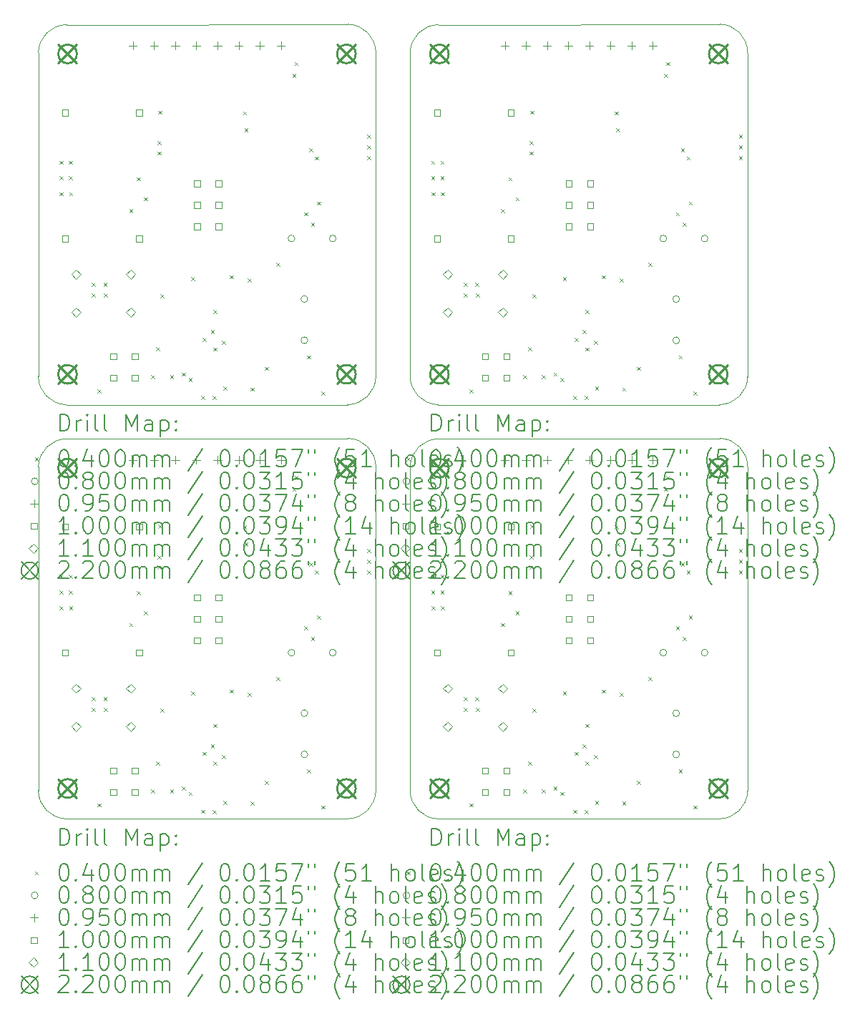
<source format=gbr>
%MOIN*%
%OFA0B0*%
%FSLAX45Y45*%
%IPPOS*%
%LPD*%
%ADD10C,0.0019685039370078744*%
%ADD11C,0.0078740157480314977*%
%ADD22C,0.0019685039370078744*%
%ADD23C,0.0078740157480314977*%
%ADD24C,0.0015748031496062994*%
%ADD25C,0.0031496062992125988*%
%ADD26C,0.003740157480314961*%
%ADD27C,0.0039370078740157488*%
%ADD28C,0.0043307086614173228*%
%ADD29C,0.0086614173228346455*%
%ADD30C,0.0019685039370078744*%
%ADD31C,0.0078740157480314977*%
%ADD32C,0.0019685039370078744*%
%ADD33C,0.0078740157480314977*%
%ADD34C,0.0015748031496062994*%
%ADD35C,0.0031496062992125988*%
%ADD36C,0.003740157480314961*%
%ADD37C,0.0039370078740157488*%
%ADD38C,0.0043307086614173228*%
%ADD39C,0.0086614173228346455*%
%ADD40C,0.0019685039370078744*%
%ADD41C,0.0078740157480314977*%
%ADD42C,0.0019685039370078744*%
%ADD43C,0.0078740157480314977*%
%ADD44C,0.0015748031496062994*%
%ADD45C,0.0031496062992125988*%
%ADD46C,0.003740157480314961*%
%ADD47C,0.0039370078740157488*%
%ADD48C,0.0043307086614173228*%
%ADD49C,0.0086614173228346455*%
%ADD50C,0.0019685039370078744*%
%ADD51C,0.0078740157480314977*%
%ADD52C,0.0019685039370078744*%
%ADD53C,0.0078740157480314977*%
%ADD54C,0.0015748031496062994*%
%ADD55C,0.0031496062992125988*%
%ADD56C,0.003740157480314961*%
%ADD57C,0.0039370078740157488*%
%ADD58C,0.0043307086614173228*%
%ADD59C,0.0086614173228346455*%
G01*
D10*
X000148096Y000212614D02*
G75*
G03*
X000161344Y000225614J000013250D01*
G01*
X000004096Y000225864D02*
G75*
G03*
X000017096Y000212616I000013250D01*
G01*
X000161346Y000376614D02*
G75*
G03*
X000148346Y000389861I-000013250D01*
G01*
X000017346Y000389614D02*
G75*
G03*
X000004098Y000376614J-000013250D01*
G01*
X000004098Y000376614D02*
X000004096Y000225864D01*
X000148096Y000212614D02*
X000017096Y000212616D01*
X000161346Y000376614D02*
X000161344Y000225614D01*
X000017346Y000389614D02*
X000148346Y000389864D01*
D11*
X000014140Y000200292D02*
X000014140Y000208166D01*
X000016015Y000208166D01*
X000017140Y000207791D01*
X000017890Y000207041D01*
X000018264Y000206291D01*
X000018639Y000204791D01*
X000018639Y000203666D01*
X000018264Y000202167D01*
X000017890Y000201417D01*
X000017140Y000200667D01*
X000016015Y000200292D01*
X000014140Y000200292D01*
X000022014Y000200292D02*
X000022014Y000205541D01*
X000022014Y000204041D02*
X000022389Y000204791D01*
X000022764Y000205166D01*
X000023514Y000205541D01*
X000024264Y000205541D01*
X000026888Y000200292D02*
X000026888Y000205541D01*
X000026888Y000208166D02*
X000026513Y000207791D01*
X000026888Y000207416D01*
X000027263Y000207791D01*
X000026888Y000208166D01*
X000026888Y000207416D01*
X000031763Y000200292D02*
X000031013Y000200667D01*
X000030638Y000201417D01*
X000030638Y000208166D01*
X000035887Y000200292D02*
X000035137Y000200667D01*
X000034762Y000201417D01*
X000034762Y000208166D01*
X000044886Y000200292D02*
X000044886Y000208166D01*
X000047511Y000202542D01*
X000050135Y000208166D01*
X000050135Y000200292D01*
X000057260Y000200292D02*
X000057260Y000204416D01*
X000056885Y000205166D01*
X000056135Y000205541D01*
X000054635Y000205541D01*
X000053885Y000205166D01*
X000057260Y000200667D02*
X000056510Y000200292D01*
X000054635Y000200292D01*
X000053885Y000200667D01*
X000053510Y000201417D01*
X000053510Y000202167D01*
X000053885Y000202916D01*
X000054635Y000203291D01*
X000056510Y000203291D01*
X000057260Y000203666D01*
X000061009Y000205541D02*
X000061009Y000197667D01*
X000061009Y000205166D02*
X000061759Y000205541D01*
X000063259Y000205541D01*
X000064009Y000205166D01*
X000064384Y000204791D01*
X000064759Y000204041D01*
X000064759Y000201792D01*
X000064384Y000201042D01*
X000064009Y000200667D01*
X000063259Y000200292D01*
X000061759Y000200292D01*
X000061009Y000200667D01*
X000068133Y000201042D02*
X000068508Y000200667D01*
X000068133Y000200292D01*
X000067758Y000200667D01*
X000068133Y000201042D01*
X000068133Y000200292D01*
X000068133Y000205166D02*
X000068508Y000204791D01*
X000068133Y000204416D01*
X000067758Y000204791D01*
X000068133Y000205166D01*
X000068133Y000204416D01*
G04 next file*
G04 Gerber Fmt 4.5, Leading zero omitted, Abs format (unit mm)*
G04 Created by KiCad (PCBNEW (6.0.9)) date 2023-01-15 18:08:33*
G01*
G04 APERTURE LIST*
G04 APERTURE END LIST*
D22*
X000148096Y000212614D02*
G75*
G03*
X000161344Y000225614J000013250D01*
G01*
X000004096Y000225864D02*
G75*
G03*
X000017096Y000212616I000013250D01*
G01*
X000161346Y000376614D02*
G75*
G03*
X000148346Y000389861I-000013250D01*
G01*
X000017346Y000389614D02*
G75*
G03*
X000004098Y000376614J-000013250D01*
G01*
X000004098Y000376614D02*
X000004096Y000225864D01*
X000148096Y000212614D02*
X000017096Y000212616D01*
X000161346Y000376614D02*
X000161344Y000225614D01*
X000017346Y000389614D02*
X000148346Y000389864D01*
D23*
D24*
X000013859Y000326201D02*
X000015433Y000324626D01*
X000015433Y000326201D02*
X000013859Y000324626D01*
X000013859Y000319001D02*
X000015433Y000317426D01*
X000015433Y000319001D02*
X000013859Y000317426D01*
X000014059Y000311601D02*
X000015633Y000310026D01*
X000015633Y000311601D02*
X000014059Y000310026D01*
X000018259Y000326201D02*
X000019833Y000324626D01*
X000019833Y000326201D02*
X000018259Y000324626D01*
X000018259Y000319001D02*
X000019833Y000317426D01*
X000019833Y000319001D02*
X000018259Y000317426D01*
X000018459Y000311601D02*
X000020033Y000310026D01*
X000020033Y000311601D02*
X000018459Y000310026D01*
X000029059Y000269401D02*
X000030633Y000267826D01*
X000030633Y000269401D02*
X000029059Y000267826D01*
X000029059Y000264401D02*
X000030633Y000262826D01*
X000030633Y000264401D02*
X000029059Y000262826D01*
X000031659Y000219801D02*
X000033233Y000218226D01*
X000033233Y000219801D02*
X000031659Y000218226D01*
X000034459Y000269401D02*
X000036033Y000267826D01*
X000036033Y000269401D02*
X000034459Y000267826D01*
X000034659Y000264401D02*
X000036233Y000262826D01*
X000036233Y000264401D02*
X000034659Y000262826D01*
X000046459Y000303801D02*
X000048033Y000302226D01*
X000048033Y000303801D02*
X000046459Y000302226D01*
X000049859Y000318601D02*
X000051433Y000317026D01*
X000051433Y000318601D02*
X000049859Y000317026D01*
X000053259Y000309201D02*
X000054833Y000307626D01*
X000054833Y000309201D02*
X000053259Y000307626D01*
X000056659Y000226401D02*
X000058233Y000224826D01*
X000058233Y000226401D02*
X000056659Y000224826D01*
X000059055Y000239398D02*
X000060630Y000237823D01*
X000060630Y000239398D02*
X000059055Y000237823D01*
X000059659Y000335401D02*
X000061233Y000333826D01*
X000061233Y000335401D02*
X000059659Y000333826D01*
X000059659Y000330538D02*
X000061233Y000328963D01*
X000061233Y000330538D02*
X000059659Y000328963D01*
X000059996Y000349614D02*
X000061570Y000348040D01*
X000061570Y000349614D02*
X000059996Y000348040D01*
X000061059Y000264001D02*
X000062633Y000262426D01*
X000062633Y000264001D02*
X000061059Y000262426D01*
X000065459Y000226401D02*
X000067033Y000224826D01*
X000067033Y000226401D02*
X000065459Y000224826D01*
X000070859Y000227601D02*
X000072433Y000226026D01*
X000072433Y000227601D02*
X000070859Y000226026D01*
X000074107Y000225181D02*
X000075681Y000223607D01*
X000075681Y000225181D02*
X000074107Y000223607D01*
X000075259Y000272001D02*
X000076833Y000270426D01*
X000076833Y000272001D02*
X000075259Y000270426D01*
X000080059Y000216801D02*
X000081633Y000215226D01*
X000081633Y000216801D02*
X000080059Y000215226D01*
X000080659Y000243801D02*
X000082233Y000242226D01*
X000082233Y000243801D02*
X000080659Y000242226D01*
X000084459Y000247401D02*
X000086033Y000245826D01*
X000086033Y000247401D02*
X000084459Y000245826D01*
X000085316Y000216744D02*
X000086891Y000215169D01*
X000086891Y000216744D02*
X000085316Y000215169D01*
X000085659Y000256801D02*
X000087233Y000255226D01*
X000087233Y000256801D02*
X000085659Y000255226D01*
X000085659Y000239201D02*
X000087233Y000237626D01*
X000087233Y000239201D02*
X000085659Y000237626D01*
X000089659Y000242401D02*
X000091233Y000240826D01*
X000091233Y000242401D02*
X000089659Y000240826D01*
X000090259Y000221001D02*
X000091833Y000219426D01*
X000091833Y000221001D02*
X000090259Y000219426D01*
X000093400Y000272860D02*
X000094974Y000271285D01*
X000094974Y000272860D02*
X000093400Y000271285D01*
X000099459Y000349201D02*
X000101033Y000347626D01*
X000101033Y000349201D02*
X000099459Y000347626D01*
X000100074Y000341327D02*
X000101648Y000339752D01*
X000101648Y000341327D02*
X000100074Y000339752D01*
X000101659Y000271401D02*
X000103233Y000269826D01*
X000103233Y000271401D02*
X000101659Y000269826D01*
X000102859Y000220601D02*
X000104433Y000219026D01*
X000104433Y000220601D02*
X000102859Y000219026D01*
X000109659Y000230201D02*
X000111233Y000228626D01*
X000111233Y000230201D02*
X000109659Y000228626D01*
X000115059Y000278655D02*
X000116633Y000277080D01*
X000116633Y000278655D02*
X000115059Y000277080D01*
X000122459Y000366801D02*
X000124033Y000365226D01*
X000124033Y000366801D02*
X000122459Y000365226D01*
X000123459Y000372201D02*
X000125033Y000370626D01*
X000125033Y000372201D02*
X000123459Y000370626D01*
X000127859Y000302201D02*
X000129433Y000300626D01*
X000129433Y000302201D02*
X000127859Y000300626D01*
X000129259Y000235601D02*
X000130833Y000234026D01*
X000130833Y000235601D02*
X000129259Y000234026D01*
X000130259Y000332001D02*
X000131833Y000330426D01*
X000131833Y000332001D02*
X000130259Y000330426D01*
X000131107Y000297401D02*
X000132681Y000295826D01*
X000132681Y000297401D02*
X000131107Y000295826D01*
X000132859Y000328201D02*
X000134433Y000326626D01*
X000134433Y000328201D02*
X000132859Y000326626D01*
X000133859Y000307201D02*
X000135433Y000305626D01*
X000135433Y000307201D02*
X000133859Y000305626D01*
X000136059Y000218801D02*
X000137633Y000217226D01*
X000137633Y000218801D02*
X000136059Y000217226D01*
X000157259Y000338401D02*
X000158833Y000336826D01*
X000158833Y000338401D02*
X000157259Y000336826D01*
X000157259Y000333401D02*
X000158833Y000331826D01*
X000158833Y000333401D02*
X000157259Y000331826D01*
X000157259Y000328401D02*
X000158833Y000326826D01*
X000158833Y000328401D02*
X000157259Y000326826D01*
D25*
X000123608Y000290014D02*
G75*
G03*
X000123608Y000290014I-000001574D01*
G01*
X000129621Y000261814D02*
G75*
G03*
X000129621Y000261814I-000001574D01*
G01*
X000129621Y000242601D02*
G75*
G03*
X000129621Y000242601I-000001574D01*
G01*
X000142821Y000290014D02*
G75*
G03*
X000142821Y000290014I-000001574D01*
G01*
D26*
X000048198Y000381734D02*
X000048198Y000377994D01*
X000046328Y000379864D02*
X000050068Y000379864D01*
X000058041Y000381734D02*
X000058041Y000377994D01*
X000056171Y000379864D02*
X000059911Y000379864D01*
X000067883Y000381734D02*
X000067883Y000377994D01*
X000066013Y000379864D02*
X000069753Y000379864D01*
X000077726Y000381734D02*
X000077726Y000377994D01*
X000075856Y000379864D02*
X000079596Y000379864D01*
X000087568Y000381734D02*
X000087568Y000377994D01*
X000085698Y000379864D02*
X000089438Y000379864D01*
X000097411Y000381734D02*
X000097411Y000377994D01*
X000095541Y000379864D02*
X000099281Y000379864D01*
X000107253Y000381734D02*
X000107253Y000377994D01*
X000105383Y000379864D02*
X000109124Y000379864D01*
X000117096Y000381734D02*
X000117096Y000377994D01*
X000115226Y000379864D02*
X000118966Y000379864D01*
D27*
X000018039Y000347222D02*
X000018039Y000350006D01*
X000015255Y000350006D01*
X000015255Y000347222D01*
X000018039Y000347222D01*
X000018039Y000288560D02*
X000018039Y000291344D01*
X000015255Y000291344D01*
X000015255Y000288560D01*
X000018039Y000288560D01*
X000040488Y000233722D02*
X000040488Y000236506D01*
X000037704Y000236506D01*
X000037704Y000233722D01*
X000040488Y000233722D01*
X000040488Y000223722D02*
X000040488Y000226506D01*
X000037704Y000226506D01*
X000037704Y000223722D01*
X000040488Y000223722D01*
X000050488Y000233722D02*
X000050488Y000236506D01*
X000047704Y000236506D01*
X000047704Y000233722D01*
X000050488Y000233722D01*
X000050488Y000223722D02*
X000050488Y000226506D01*
X000047704Y000226506D01*
X000047704Y000223722D01*
X000050488Y000223722D01*
X000052488Y000347222D02*
X000052488Y000350006D01*
X000049704Y000350006D01*
X000049704Y000347222D01*
X000052488Y000347222D01*
X000052488Y000288560D02*
X000052488Y000291344D01*
X000049704Y000291344D01*
X000049704Y000288560D01*
X000052488Y000288560D01*
X000079488Y000314222D02*
X000079488Y000317006D01*
X000076704Y000317006D01*
X000076704Y000314222D01*
X000079488Y000314222D01*
X000079488Y000304222D02*
X000079488Y000307006D01*
X000076704Y000307006D01*
X000076704Y000304222D01*
X000079488Y000304222D01*
X000079488Y000294222D02*
X000079488Y000297006D01*
X000076704Y000297006D01*
X000076704Y000294222D01*
X000079488Y000294222D01*
X000089488Y000314222D02*
X000089488Y000317006D01*
X000086704Y000317006D01*
X000086704Y000314222D01*
X000089488Y000314222D01*
X000089488Y000304222D02*
X000089488Y000307006D01*
X000086704Y000307006D01*
X000086704Y000304222D01*
X000089488Y000304222D01*
X000089488Y000294222D02*
X000089488Y000297006D01*
X000086704Y000297006D01*
X000086704Y000294222D01*
X000089488Y000294222D01*
D28*
X000021596Y000271198D02*
X000023761Y000273364D01*
X000021596Y000275529D01*
X000019431Y000273364D01*
X000021596Y000271198D01*
X000021596Y000253482D02*
X000023761Y000255647D01*
X000021596Y000257812D01*
X000019431Y000255647D01*
X000021596Y000253482D01*
X000047187Y000271198D02*
X000049352Y000273364D01*
X000047187Y000275529D01*
X000045021Y000273364D01*
X000047187Y000271198D01*
X000047187Y000253482D02*
X000049352Y000255647D01*
X000047187Y000257812D01*
X000045021Y000255647D01*
X000047187Y000253482D01*
D29*
X000013385Y000380314D02*
X000022047Y000371653D01*
X000022047Y000380314D02*
X000013385Y000371653D01*
X000022047Y000375984D02*
G75*
G03*
X000022047Y000375984I-000004330D01*
G01*
X000013385Y000231102D02*
X000022047Y000222440D01*
X000022047Y000231102D02*
X000013385Y000222440D01*
X000022047Y000226771D02*
G75*
G03*
X000022047Y000226771I-000004330D01*
G01*
X000143307Y000380314D02*
X000151968Y000371653D01*
X000151968Y000380314D02*
X000143307Y000371653D01*
X000151968Y000375984D02*
G75*
G03*
X000151968Y000375984I-000004330D01*
G01*
X000143307Y000231102D02*
X000151968Y000222440D01*
X000151968Y000231102D02*
X000143307Y000222440D01*
X000151968Y000226771D02*
G75*
G03*
X000151968Y000226771I-000004330D01*
G01*
D23*
X000014140Y000200292D02*
X000014140Y000208166D01*
X000016015Y000208166D01*
X000017140Y000207791D01*
X000017890Y000207041D01*
X000018264Y000206291D01*
X000018639Y000204791D01*
X000018639Y000203666D01*
X000018264Y000202167D01*
X000017890Y000201417D01*
X000017140Y000200667D01*
X000016015Y000200292D01*
X000014140Y000200292D01*
X000022014Y000200292D02*
X000022014Y000205541D01*
X000022014Y000204041D02*
X000022389Y000204791D01*
X000022764Y000205166D01*
X000023514Y000205541D01*
X000024264Y000205541D01*
X000026888Y000200292D02*
X000026888Y000205541D01*
X000026888Y000208166D02*
X000026513Y000207791D01*
X000026888Y000207416D01*
X000027263Y000207791D01*
X000026888Y000208166D01*
X000026888Y000207416D01*
X000031763Y000200292D02*
X000031013Y000200667D01*
X000030638Y000201417D01*
X000030638Y000208166D01*
X000035887Y000200292D02*
X000035137Y000200667D01*
X000034762Y000201417D01*
X000034762Y000208166D01*
X000044886Y000200292D02*
X000044886Y000208166D01*
X000047511Y000202542D01*
X000050135Y000208166D01*
X000050135Y000200292D01*
X000057260Y000200292D02*
X000057260Y000204416D01*
X000056885Y000205166D01*
X000056135Y000205541D01*
X000054635Y000205541D01*
X000053885Y000205166D01*
X000057260Y000200667D02*
X000056510Y000200292D01*
X000054635Y000200292D01*
X000053885Y000200667D01*
X000053510Y000201417D01*
X000053510Y000202167D01*
X000053885Y000202916D01*
X000054635Y000203291D01*
X000056510Y000203291D01*
X000057260Y000203666D01*
X000061009Y000205541D02*
X000061009Y000197667D01*
X000061009Y000205166D02*
X000061759Y000205541D01*
X000063259Y000205541D01*
X000064009Y000205166D01*
X000064384Y000204791D01*
X000064759Y000204041D01*
X000064759Y000201792D01*
X000064384Y000201042D01*
X000064009Y000200667D01*
X000063259Y000200292D01*
X000061759Y000200292D01*
X000061009Y000200667D01*
X000068133Y000201042D02*
X000068508Y000200667D01*
X000068133Y000200292D01*
X000067758Y000200667D01*
X000068133Y000201042D01*
X000068133Y000200292D01*
X000068133Y000205166D02*
X000068508Y000204791D01*
X000068133Y000204416D01*
X000067758Y000204791D01*
X000068133Y000205166D01*
X000068133Y000204416D01*
D24*
X000002423Y000188106D02*
X000003998Y000186531D01*
X000003998Y000188106D02*
X000002423Y000186531D01*
D23*
X000015640Y000191630D02*
X000016390Y000191630D01*
X000017140Y000191255D01*
X000017515Y000190880D01*
X000017890Y000190131D01*
X000018264Y000188631D01*
X000018264Y000186756D01*
X000017890Y000185256D01*
X000017515Y000184506D01*
X000017140Y000184131D01*
X000016390Y000183756D01*
X000015640Y000183756D01*
X000014890Y000184131D01*
X000014515Y000184506D01*
X000014140Y000185256D01*
X000013765Y000186756D01*
X000013765Y000188631D01*
X000014140Y000190131D01*
X000014515Y000190880D01*
X000014890Y000191255D01*
X000015640Y000191630D01*
X000021639Y000184506D02*
X000022014Y000184131D01*
X000021639Y000183756D01*
X000021264Y000184131D01*
X000021639Y000184506D01*
X000021639Y000183756D01*
X000028763Y000189006D02*
X000028763Y000183756D01*
X000026888Y000192005D02*
X000025014Y000186381D01*
X000029888Y000186381D01*
X000034387Y000191630D02*
X000035137Y000191630D01*
X000035887Y000191255D01*
X000036262Y000190880D01*
X000036637Y000190131D01*
X000037012Y000188631D01*
X000037012Y000186756D01*
X000036637Y000185256D01*
X000036262Y000184506D01*
X000035887Y000184131D01*
X000035137Y000183756D01*
X000034387Y000183756D01*
X000033638Y000184131D01*
X000033263Y000184506D01*
X000032888Y000185256D01*
X000032513Y000186756D01*
X000032513Y000188631D01*
X000032888Y000190131D01*
X000033263Y000190880D01*
X000033638Y000191255D01*
X000034387Y000191630D01*
X000041887Y000191630D02*
X000042636Y000191630D01*
X000043386Y000191255D01*
X000043761Y000190880D01*
X000044136Y000190131D01*
X000044511Y000188631D01*
X000044511Y000186756D01*
X000044136Y000185256D01*
X000043761Y000184506D01*
X000043386Y000184131D01*
X000042636Y000183756D01*
X000041887Y000183756D01*
X000041137Y000184131D01*
X000040762Y000184506D01*
X000040387Y000185256D01*
X000040012Y000186756D01*
X000040012Y000188631D01*
X000040387Y000190131D01*
X000040762Y000190880D01*
X000041137Y000191255D01*
X000041887Y000191630D01*
X000047886Y000183756D02*
X000047886Y000189006D01*
X000047886Y000188256D02*
X000048261Y000188631D01*
X000049011Y000189006D01*
X000050135Y000189006D01*
X000050885Y000188631D01*
X000051260Y000187881D01*
X000051260Y000183756D01*
X000051260Y000187881D02*
X000051635Y000188631D01*
X000052385Y000189006D01*
X000053510Y000189006D01*
X000054260Y000188631D01*
X000054635Y000187881D01*
X000054635Y000183756D01*
X000058384Y000183756D02*
X000058384Y000189006D01*
X000058384Y000188256D02*
X000058759Y000188631D01*
X000059509Y000189006D01*
X000060634Y000189006D01*
X000061384Y000188631D01*
X000061759Y000187881D01*
X000061759Y000183756D01*
X000061759Y000187881D02*
X000062134Y000188631D01*
X000062884Y000189006D01*
X000064009Y000189006D01*
X000064759Y000188631D01*
X000065134Y000187881D01*
X000065134Y000183756D01*
X000080507Y000192005D02*
X000073758Y000181882D01*
X000090630Y000191630D02*
X000091380Y000191630D01*
X000092130Y000191255D01*
X000092505Y000190880D01*
X000092880Y000190131D01*
X000093255Y000188631D01*
X000093255Y000186756D01*
X000092880Y000185256D01*
X000092505Y000184506D01*
X000092130Y000184131D01*
X000091380Y000183756D01*
X000090630Y000183756D01*
X000089881Y000184131D01*
X000089506Y000184506D01*
X000089131Y000185256D01*
X000088756Y000186756D01*
X000088756Y000188631D01*
X000089131Y000190131D01*
X000089506Y000190880D01*
X000089881Y000191255D01*
X000090630Y000191630D01*
X000096630Y000184506D02*
X000097005Y000184131D01*
X000096630Y000183756D01*
X000096255Y000184131D01*
X000096630Y000184506D01*
X000096630Y000183756D01*
X000101879Y000191630D02*
X000102629Y000191630D01*
X000103379Y000191255D01*
X000103754Y000190880D01*
X000104129Y000190131D01*
X000104504Y000188631D01*
X000104504Y000186756D01*
X000104129Y000185256D01*
X000103754Y000184506D01*
X000103379Y000184131D01*
X000102629Y000183756D01*
X000101879Y000183756D01*
X000101129Y000184131D01*
X000100754Y000184506D01*
X000100379Y000185256D01*
X000100004Y000186756D01*
X000100004Y000188631D01*
X000100379Y000190131D01*
X000100754Y000190880D01*
X000101129Y000191255D01*
X000101879Y000191630D01*
X000112003Y000183756D02*
X000107503Y000183756D01*
X000109753Y000183756D02*
X000109753Y000191630D01*
X000109003Y000190505D01*
X000108253Y000189756D01*
X000107503Y000189381D01*
X000119127Y000191630D02*
X000115377Y000191630D01*
X000115002Y000187881D01*
X000115377Y000188256D01*
X000116127Y000188631D01*
X000118002Y000188631D01*
X000118752Y000188256D01*
X000119127Y000187881D01*
X000119502Y000187131D01*
X000119502Y000185256D01*
X000119127Y000184506D01*
X000118752Y000184131D01*
X000118002Y000183756D01*
X000116127Y000183756D01*
X000115377Y000184131D01*
X000115002Y000184506D01*
X000122126Y000191630D02*
X000127376Y000191630D01*
X000124001Y000183756D01*
X000130000Y000191630D02*
X000130000Y000190131D01*
X000133000Y000191630D02*
X000133000Y000190131D01*
X000144624Y000180757D02*
X000144249Y000181132D01*
X000143499Y000182257D01*
X000143124Y000183006D01*
X000142749Y000184131D01*
X000142374Y000186006D01*
X000142374Y000187506D01*
X000142749Y000189381D01*
X000143124Y000190505D01*
X000143499Y000191255D01*
X000144249Y000192380D01*
X000144624Y000192755D01*
X000151373Y000191630D02*
X000147623Y000191630D01*
X000147248Y000187881D01*
X000147623Y000188256D01*
X000148373Y000188631D01*
X000150248Y000188631D01*
X000150998Y000188256D01*
X000151373Y000187881D01*
X000151748Y000187131D01*
X000151748Y000185256D01*
X000151373Y000184506D01*
X000150998Y000184131D01*
X000150248Y000183756D01*
X000148373Y000183756D01*
X000147623Y000184131D01*
X000147248Y000184506D01*
X000159247Y000183756D02*
X000154747Y000183756D01*
X000156997Y000183756D02*
X000156997Y000191630D01*
X000156247Y000190505D01*
X000155497Y000189756D01*
X000154747Y000189381D01*
X000168621Y000183756D02*
X000168621Y000191630D01*
X000171995Y000183756D02*
X000171995Y000187881D01*
X000171620Y000188631D01*
X000170870Y000189006D01*
X000169746Y000189006D01*
X000168996Y000188631D01*
X000168621Y000188256D01*
X000176870Y000183756D02*
X000176120Y000184131D01*
X000175745Y000184506D01*
X000175370Y000185256D01*
X000175370Y000187506D01*
X000175745Y000188256D01*
X000176120Y000188631D01*
X000176870Y000189006D01*
X000177995Y000189006D01*
X000178744Y000188631D01*
X000179119Y000188256D01*
X000179494Y000187506D01*
X000179494Y000185256D01*
X000179119Y000184506D01*
X000178744Y000184131D01*
X000177995Y000183756D01*
X000176870Y000183756D01*
X000183994Y000183756D02*
X000183244Y000184131D01*
X000182869Y000184881D01*
X000182869Y000191630D01*
X000189993Y000184131D02*
X000189243Y000183756D01*
X000187743Y000183756D01*
X000186993Y000184131D01*
X000186618Y000184881D01*
X000186618Y000187881D01*
X000186993Y000188631D01*
X000187743Y000189006D01*
X000189243Y000189006D01*
X000189993Y000188631D01*
X000190368Y000187881D01*
X000190368Y000187131D01*
X000186618Y000186381D01*
X000193368Y000184131D02*
X000194118Y000183756D01*
X000195617Y000183756D01*
X000196367Y000184131D01*
X000196742Y000184881D01*
X000196742Y000185256D01*
X000196367Y000186006D01*
X000195617Y000186381D01*
X000194492Y000186381D01*
X000193743Y000186756D01*
X000193368Y000187506D01*
X000193368Y000187881D01*
X000193743Y000188631D01*
X000194492Y000189006D01*
X000195617Y000189006D01*
X000196367Y000188631D01*
X000199367Y000180757D02*
X000199742Y000181132D01*
X000200492Y000182257D01*
X000200867Y000183006D01*
X000201242Y000184131D01*
X000201617Y000186006D01*
X000201617Y000187506D01*
X000201242Y000189381D01*
X000200867Y000190505D01*
X000200492Y000191255D01*
X000199742Y000192380D01*
X000199367Y000192755D01*
D25*
X000003998Y000176925D02*
G75*
G03*
X000003998Y000176925I-000001574D01*
G01*
D23*
X000015640Y000181237D02*
X000016390Y000181237D01*
X000017140Y000180862D01*
X000017515Y000180487D01*
X000017890Y000179737D01*
X000018264Y000178237D01*
X000018264Y000176362D01*
X000017890Y000174862D01*
X000017515Y000174113D01*
X000017140Y000173738D01*
X000016390Y000173363D01*
X000015640Y000173363D01*
X000014890Y000173738D01*
X000014515Y000174113D01*
X000014140Y000174862D01*
X000013765Y000176362D01*
X000013765Y000178237D01*
X000014140Y000179737D01*
X000014515Y000180487D01*
X000014890Y000180862D01*
X000015640Y000181237D01*
X000021639Y000174113D02*
X000022014Y000173738D01*
X000021639Y000173363D01*
X000021264Y000173738D01*
X000021639Y000174113D01*
X000021639Y000173363D01*
X000026513Y000177862D02*
X000025764Y000178237D01*
X000025389Y000178612D01*
X000025014Y000179362D01*
X000025014Y000179737D01*
X000025389Y000180487D01*
X000025764Y000180862D01*
X000026513Y000181237D01*
X000028013Y000181237D01*
X000028763Y000180862D01*
X000029138Y000180487D01*
X000029513Y000179737D01*
X000029513Y000179362D01*
X000029138Y000178612D01*
X000028763Y000178237D01*
X000028013Y000177862D01*
X000026513Y000177862D01*
X000025764Y000177487D01*
X000025389Y000177112D01*
X000025014Y000176362D01*
X000025014Y000174862D01*
X000025389Y000174113D01*
X000025764Y000173738D01*
X000026513Y000173363D01*
X000028013Y000173363D01*
X000028763Y000173738D01*
X000029138Y000174113D01*
X000029513Y000174862D01*
X000029513Y000176362D01*
X000029138Y000177112D01*
X000028763Y000177487D01*
X000028013Y000177862D01*
X000034387Y000181237D02*
X000035137Y000181237D01*
X000035887Y000180862D01*
X000036262Y000180487D01*
X000036637Y000179737D01*
X000037012Y000178237D01*
X000037012Y000176362D01*
X000036637Y000174862D01*
X000036262Y000174113D01*
X000035887Y000173738D01*
X000035137Y000173363D01*
X000034387Y000173363D01*
X000033638Y000173738D01*
X000033263Y000174113D01*
X000032888Y000174862D01*
X000032513Y000176362D01*
X000032513Y000178237D01*
X000032888Y000179737D01*
X000033263Y000180487D01*
X000033638Y000180862D01*
X000034387Y000181237D01*
X000041887Y000181237D02*
X000042636Y000181237D01*
X000043386Y000180862D01*
X000043761Y000180487D01*
X000044136Y000179737D01*
X000044511Y000178237D01*
X000044511Y000176362D01*
X000044136Y000174862D01*
X000043761Y000174113D01*
X000043386Y000173738D01*
X000042636Y000173363D01*
X000041887Y000173363D01*
X000041137Y000173738D01*
X000040762Y000174113D01*
X000040387Y000174862D01*
X000040012Y000176362D01*
X000040012Y000178237D01*
X000040387Y000179737D01*
X000040762Y000180487D01*
X000041137Y000180862D01*
X000041887Y000181237D01*
X000047886Y000173363D02*
X000047886Y000178612D01*
X000047886Y000177862D02*
X000048261Y000178237D01*
X000049011Y000178612D01*
X000050135Y000178612D01*
X000050885Y000178237D01*
X000051260Y000177487D01*
X000051260Y000173363D01*
X000051260Y000177487D02*
X000051635Y000178237D01*
X000052385Y000178612D01*
X000053510Y000178612D01*
X000054260Y000178237D01*
X000054635Y000177487D01*
X000054635Y000173363D01*
X000058384Y000173363D02*
X000058384Y000178612D01*
X000058384Y000177862D02*
X000058759Y000178237D01*
X000059509Y000178612D01*
X000060634Y000178612D01*
X000061384Y000178237D01*
X000061759Y000177487D01*
X000061759Y000173363D01*
X000061759Y000177487D02*
X000062134Y000178237D01*
X000062884Y000178612D01*
X000064009Y000178612D01*
X000064759Y000178237D01*
X000065134Y000177487D01*
X000065134Y000173363D01*
X000080507Y000181612D02*
X000073758Y000171488D01*
X000090630Y000181237D02*
X000091380Y000181237D01*
X000092130Y000180862D01*
X000092505Y000180487D01*
X000092880Y000179737D01*
X000093255Y000178237D01*
X000093255Y000176362D01*
X000092880Y000174862D01*
X000092505Y000174113D01*
X000092130Y000173738D01*
X000091380Y000173363D01*
X000090630Y000173363D01*
X000089881Y000173738D01*
X000089506Y000174113D01*
X000089131Y000174862D01*
X000088756Y000176362D01*
X000088756Y000178237D01*
X000089131Y000179737D01*
X000089506Y000180487D01*
X000089881Y000180862D01*
X000090630Y000181237D01*
X000096630Y000174113D02*
X000097005Y000173738D01*
X000096630Y000173363D01*
X000096255Y000173738D01*
X000096630Y000174113D01*
X000096630Y000173363D01*
X000101879Y000181237D02*
X000102629Y000181237D01*
X000103379Y000180862D01*
X000103754Y000180487D01*
X000104129Y000179737D01*
X000104504Y000178237D01*
X000104504Y000176362D01*
X000104129Y000174862D01*
X000103754Y000174113D01*
X000103379Y000173738D01*
X000102629Y000173363D01*
X000101879Y000173363D01*
X000101129Y000173738D01*
X000100754Y000174113D01*
X000100379Y000174862D01*
X000100004Y000176362D01*
X000100004Y000178237D01*
X000100379Y000179737D01*
X000100754Y000180487D01*
X000101129Y000180862D01*
X000101879Y000181237D01*
X000107128Y000181237D02*
X000112003Y000181237D01*
X000109378Y000178237D01*
X000110503Y000178237D01*
X000111253Y000177862D01*
X000111628Y000177487D01*
X000112003Y000176737D01*
X000112003Y000174862D01*
X000111628Y000174113D01*
X000111253Y000173738D01*
X000110503Y000173363D01*
X000108253Y000173363D01*
X000107503Y000173738D01*
X000107128Y000174113D01*
X000119502Y000173363D02*
X000115002Y000173363D01*
X000117252Y000173363D02*
X000117252Y000181237D01*
X000116502Y000180112D01*
X000115752Y000179362D01*
X000115002Y000178987D01*
X000126626Y000181237D02*
X000122876Y000181237D01*
X000122501Y000177487D01*
X000122876Y000177862D01*
X000123626Y000178237D01*
X000125501Y000178237D01*
X000126251Y000177862D01*
X000126626Y000177487D01*
X000127001Y000176737D01*
X000127001Y000174862D01*
X000126626Y000174113D01*
X000126251Y000173738D01*
X000125501Y000173363D01*
X000123626Y000173363D01*
X000122876Y000173738D01*
X000122501Y000174113D01*
X000130000Y000181237D02*
X000130000Y000179737D01*
X000133000Y000181237D02*
X000133000Y000179737D01*
X000144624Y000170363D02*
X000144249Y000170738D01*
X000143499Y000171863D01*
X000143124Y000172613D01*
X000142749Y000173738D01*
X000142374Y000175612D01*
X000142374Y000177112D01*
X000142749Y000178987D01*
X000143124Y000180112D01*
X000143499Y000180862D01*
X000144249Y000181987D01*
X000144624Y000182362D01*
X000150998Y000178612D02*
X000150998Y000173363D01*
X000149123Y000181612D02*
X000147248Y000175987D01*
X000152123Y000175987D01*
X000161122Y000173363D02*
X000161122Y000181237D01*
X000164496Y000173363D02*
X000164496Y000177487D01*
X000164121Y000178237D01*
X000163371Y000178612D01*
X000162247Y000178612D01*
X000161497Y000178237D01*
X000161122Y000177862D01*
X000169371Y000173363D02*
X000168621Y000173738D01*
X000168246Y000174113D01*
X000167871Y000174862D01*
X000167871Y000177112D01*
X000168246Y000177862D01*
X000168621Y000178237D01*
X000169371Y000178612D01*
X000170495Y000178612D01*
X000171245Y000178237D01*
X000171620Y000177862D01*
X000171995Y000177112D01*
X000171995Y000174862D01*
X000171620Y000174113D01*
X000171245Y000173738D01*
X000170495Y000173363D01*
X000169371Y000173363D01*
X000176495Y000173363D02*
X000175745Y000173738D01*
X000175370Y000174487D01*
X000175370Y000181237D01*
X000182494Y000173738D02*
X000181744Y000173363D01*
X000180244Y000173363D01*
X000179494Y000173738D01*
X000179119Y000174487D01*
X000179119Y000177487D01*
X000179494Y000178237D01*
X000180244Y000178612D01*
X000181744Y000178612D01*
X000182494Y000178237D01*
X000182869Y000177487D01*
X000182869Y000176737D01*
X000179119Y000175987D01*
X000185869Y000173738D02*
X000186618Y000173363D01*
X000188118Y000173363D01*
X000188868Y000173738D01*
X000189243Y000174487D01*
X000189243Y000174862D01*
X000188868Y000175612D01*
X000188118Y000175987D01*
X000186993Y000175987D01*
X000186244Y000176362D01*
X000185869Y000177112D01*
X000185869Y000177487D01*
X000186244Y000178237D01*
X000186993Y000178612D01*
X000188118Y000178612D01*
X000188868Y000178237D01*
X000191868Y000170363D02*
X000192243Y000170738D01*
X000192993Y000171863D01*
X000193368Y000172613D01*
X000193743Y000173738D01*
X000194118Y000175612D01*
X000194118Y000177112D01*
X000193743Y000178987D01*
X000193368Y000180112D01*
X000192993Y000180862D01*
X000192243Y000181987D01*
X000191868Y000182362D01*
D26*
X000002127Y000168401D02*
X000002127Y000164661D01*
X000000257Y000166531D02*
X000003998Y000166531D01*
D23*
X000015640Y000170843D02*
X000016390Y000170843D01*
X000017140Y000170468D01*
X000017515Y000170093D01*
X000017890Y000169343D01*
X000018264Y000167843D01*
X000018264Y000165969D01*
X000017890Y000164469D01*
X000017515Y000163719D01*
X000017140Y000163344D01*
X000016390Y000162969D01*
X000015640Y000162969D01*
X000014890Y000163344D01*
X000014515Y000163719D01*
X000014140Y000164469D01*
X000013765Y000165969D01*
X000013765Y000167843D01*
X000014140Y000169343D01*
X000014515Y000170093D01*
X000014890Y000170468D01*
X000015640Y000170843D01*
X000021639Y000163719D02*
X000022014Y000163344D01*
X000021639Y000162969D01*
X000021264Y000163344D01*
X000021639Y000163719D01*
X000021639Y000162969D01*
X000025764Y000162969D02*
X000027263Y000162969D01*
X000028013Y000163344D01*
X000028388Y000163719D01*
X000029138Y000164844D01*
X000029513Y000166344D01*
X000029513Y000169343D01*
X000029138Y000170093D01*
X000028763Y000170468D01*
X000028013Y000170843D01*
X000026513Y000170843D01*
X000025764Y000170468D01*
X000025389Y000170093D01*
X000025014Y000169343D01*
X000025014Y000167468D01*
X000025389Y000166718D01*
X000025764Y000166344D01*
X000026513Y000165969D01*
X000028013Y000165969D01*
X000028763Y000166344D01*
X000029138Y000166718D01*
X000029513Y000167468D01*
X000036637Y000170843D02*
X000032888Y000170843D01*
X000032513Y000167093D01*
X000032888Y000167468D01*
X000033638Y000167843D01*
X000035512Y000167843D01*
X000036262Y000167468D01*
X000036637Y000167093D01*
X000037012Y000166344D01*
X000037012Y000164469D01*
X000036637Y000163719D01*
X000036262Y000163344D01*
X000035512Y000162969D01*
X000033638Y000162969D01*
X000032888Y000163344D01*
X000032513Y000163719D01*
X000041887Y000170843D02*
X000042636Y000170843D01*
X000043386Y000170468D01*
X000043761Y000170093D01*
X000044136Y000169343D01*
X000044511Y000167843D01*
X000044511Y000165969D01*
X000044136Y000164469D01*
X000043761Y000163719D01*
X000043386Y000163344D01*
X000042636Y000162969D01*
X000041887Y000162969D01*
X000041137Y000163344D01*
X000040762Y000163719D01*
X000040387Y000164469D01*
X000040012Y000165969D01*
X000040012Y000167843D01*
X000040387Y000169343D01*
X000040762Y000170093D01*
X000041137Y000170468D01*
X000041887Y000170843D01*
X000047886Y000162969D02*
X000047886Y000168218D01*
X000047886Y000167468D02*
X000048261Y000167843D01*
X000049011Y000168218D01*
X000050135Y000168218D01*
X000050885Y000167843D01*
X000051260Y000167093D01*
X000051260Y000162969D01*
X000051260Y000167093D02*
X000051635Y000167843D01*
X000052385Y000168218D01*
X000053510Y000168218D01*
X000054260Y000167843D01*
X000054635Y000167093D01*
X000054635Y000162969D01*
X000058384Y000162969D02*
X000058384Y000168218D01*
X000058384Y000167468D02*
X000058759Y000167843D01*
X000059509Y000168218D01*
X000060634Y000168218D01*
X000061384Y000167843D01*
X000061759Y000167093D01*
X000061759Y000162969D01*
X000061759Y000167093D02*
X000062134Y000167843D01*
X000062884Y000168218D01*
X000064009Y000168218D01*
X000064759Y000167843D01*
X000065134Y000167093D01*
X000065134Y000162969D01*
X000080507Y000171218D02*
X000073758Y000161094D01*
X000090630Y000170843D02*
X000091380Y000170843D01*
X000092130Y000170468D01*
X000092505Y000170093D01*
X000092880Y000169343D01*
X000093255Y000167843D01*
X000093255Y000165969D01*
X000092880Y000164469D01*
X000092505Y000163719D01*
X000092130Y000163344D01*
X000091380Y000162969D01*
X000090630Y000162969D01*
X000089881Y000163344D01*
X000089506Y000163719D01*
X000089131Y000164469D01*
X000088756Y000165969D01*
X000088756Y000167843D01*
X000089131Y000169343D01*
X000089506Y000170093D01*
X000089881Y000170468D01*
X000090630Y000170843D01*
X000096630Y000163719D02*
X000097005Y000163344D01*
X000096630Y000162969D01*
X000096255Y000163344D01*
X000096630Y000163719D01*
X000096630Y000162969D01*
X000101879Y000170843D02*
X000102629Y000170843D01*
X000103379Y000170468D01*
X000103754Y000170093D01*
X000104129Y000169343D01*
X000104504Y000167843D01*
X000104504Y000165969D01*
X000104129Y000164469D01*
X000103754Y000163719D01*
X000103379Y000163344D01*
X000102629Y000162969D01*
X000101879Y000162969D01*
X000101129Y000163344D01*
X000100754Y000163719D01*
X000100379Y000164469D01*
X000100004Y000165969D01*
X000100004Y000167843D01*
X000100379Y000169343D01*
X000100754Y000170093D01*
X000101129Y000170468D01*
X000101879Y000170843D01*
X000107128Y000170843D02*
X000112003Y000170843D01*
X000109378Y000167843D01*
X000110503Y000167843D01*
X000111253Y000167468D01*
X000111628Y000167093D01*
X000112003Y000166344D01*
X000112003Y000164469D01*
X000111628Y000163719D01*
X000111253Y000163344D01*
X000110503Y000162969D01*
X000108253Y000162969D01*
X000107503Y000163344D01*
X000107128Y000163719D01*
X000114627Y000170843D02*
X000119877Y000170843D01*
X000116502Y000162969D01*
X000126251Y000168218D02*
X000126251Y000162969D01*
X000124376Y000171218D02*
X000122501Y000165594D01*
X000127376Y000165594D01*
X000130000Y000170843D02*
X000130000Y000169343D01*
X000133000Y000170843D02*
X000133000Y000169343D01*
X000144624Y000159969D02*
X000144249Y000160344D01*
X000143499Y000161469D01*
X000143124Y000162219D01*
X000142749Y000163344D01*
X000142374Y000165219D01*
X000142374Y000166718D01*
X000142749Y000168593D01*
X000143124Y000169718D01*
X000143499Y000170468D01*
X000144249Y000171593D01*
X000144624Y000171968D01*
X000148748Y000167468D02*
X000147998Y000167843D01*
X000147623Y000168218D01*
X000147248Y000168968D01*
X000147248Y000169343D01*
X000147623Y000170093D01*
X000147998Y000170468D01*
X000148748Y000170843D01*
X000150248Y000170843D01*
X000150998Y000170468D01*
X000151373Y000170093D01*
X000151748Y000169343D01*
X000151748Y000168968D01*
X000151373Y000168218D01*
X000150998Y000167843D01*
X000150248Y000167468D01*
X000148748Y000167468D01*
X000147998Y000167093D01*
X000147623Y000166718D01*
X000147248Y000165969D01*
X000147248Y000164469D01*
X000147623Y000163719D01*
X000147998Y000163344D01*
X000148748Y000162969D01*
X000150248Y000162969D01*
X000150998Y000163344D01*
X000151373Y000163719D01*
X000151748Y000164469D01*
X000151748Y000165969D01*
X000151373Y000166718D01*
X000150998Y000167093D01*
X000150248Y000167468D01*
X000161122Y000162969D02*
X000161122Y000170843D01*
X000164496Y000162969D02*
X000164496Y000167093D01*
X000164121Y000167843D01*
X000163371Y000168218D01*
X000162247Y000168218D01*
X000161497Y000167843D01*
X000161122Y000167468D01*
X000169371Y000162969D02*
X000168621Y000163344D01*
X000168246Y000163719D01*
X000167871Y000164469D01*
X000167871Y000166718D01*
X000168246Y000167468D01*
X000168621Y000167843D01*
X000169371Y000168218D01*
X000170495Y000168218D01*
X000171245Y000167843D01*
X000171620Y000167468D01*
X000171995Y000166718D01*
X000171995Y000164469D01*
X000171620Y000163719D01*
X000171245Y000163344D01*
X000170495Y000162969D01*
X000169371Y000162969D01*
X000176495Y000162969D02*
X000175745Y000163344D01*
X000175370Y000164094D01*
X000175370Y000170843D01*
X000182494Y000163344D02*
X000181744Y000162969D01*
X000180244Y000162969D01*
X000179494Y000163344D01*
X000179119Y000164094D01*
X000179119Y000167093D01*
X000179494Y000167843D01*
X000180244Y000168218D01*
X000181744Y000168218D01*
X000182494Y000167843D01*
X000182869Y000167093D01*
X000182869Y000166344D01*
X000179119Y000165594D01*
X000185869Y000163344D02*
X000186618Y000162969D01*
X000188118Y000162969D01*
X000188868Y000163344D01*
X000189243Y000164094D01*
X000189243Y000164469D01*
X000188868Y000165219D01*
X000188118Y000165594D01*
X000186993Y000165594D01*
X000186244Y000165969D01*
X000185869Y000166718D01*
X000185869Y000167093D01*
X000186244Y000167843D01*
X000186993Y000168218D01*
X000188118Y000168218D01*
X000188868Y000167843D01*
X000191868Y000159969D02*
X000192243Y000160344D01*
X000192993Y000161469D01*
X000193368Y000162219D01*
X000193743Y000163344D01*
X000194118Y000165219D01*
X000194118Y000166718D01*
X000193743Y000168593D01*
X000193368Y000169718D01*
X000192993Y000170468D01*
X000192243Y000171593D01*
X000191868Y000171968D01*
D27*
X000003421Y000154745D02*
X000003421Y000157529D01*
X000000637Y000157529D01*
X000000637Y000154745D01*
X000003421Y000154745D01*
D23*
X000018264Y000152575D02*
X000013765Y000152575D01*
X000016015Y000152575D02*
X000016015Y000160449D01*
X000015265Y000159324D01*
X000014515Y000158574D01*
X000013765Y000158200D01*
X000021639Y000153325D02*
X000022014Y000152950D01*
X000021639Y000152575D01*
X000021264Y000152950D01*
X000021639Y000153325D01*
X000021639Y000152575D01*
X000026888Y000160449D02*
X000027638Y000160449D01*
X000028388Y000160074D01*
X000028763Y000159699D01*
X000029138Y000158949D01*
X000029513Y000157450D01*
X000029513Y000155575D01*
X000029138Y000154075D01*
X000028763Y000153325D01*
X000028388Y000152950D01*
X000027638Y000152575D01*
X000026888Y000152575D01*
X000026138Y000152950D01*
X000025764Y000153325D01*
X000025389Y000154075D01*
X000025014Y000155575D01*
X000025014Y000157450D01*
X000025389Y000158949D01*
X000025764Y000159699D01*
X000026138Y000160074D01*
X000026888Y000160449D01*
X000034387Y000160449D02*
X000035137Y000160449D01*
X000035887Y000160074D01*
X000036262Y000159699D01*
X000036637Y000158949D01*
X000037012Y000157450D01*
X000037012Y000155575D01*
X000036637Y000154075D01*
X000036262Y000153325D01*
X000035887Y000152950D01*
X000035137Y000152575D01*
X000034387Y000152575D01*
X000033638Y000152950D01*
X000033263Y000153325D01*
X000032888Y000154075D01*
X000032513Y000155575D01*
X000032513Y000157450D01*
X000032888Y000158949D01*
X000033263Y000159699D01*
X000033638Y000160074D01*
X000034387Y000160449D01*
X000041887Y000160449D02*
X000042636Y000160449D01*
X000043386Y000160074D01*
X000043761Y000159699D01*
X000044136Y000158949D01*
X000044511Y000157450D01*
X000044511Y000155575D01*
X000044136Y000154075D01*
X000043761Y000153325D01*
X000043386Y000152950D01*
X000042636Y000152575D01*
X000041887Y000152575D01*
X000041137Y000152950D01*
X000040762Y000153325D01*
X000040387Y000154075D01*
X000040012Y000155575D01*
X000040012Y000157450D01*
X000040387Y000158949D01*
X000040762Y000159699D01*
X000041137Y000160074D01*
X000041887Y000160449D01*
X000047886Y000152575D02*
X000047886Y000157825D01*
X000047886Y000157075D02*
X000048261Y000157450D01*
X000049011Y000157825D01*
X000050135Y000157825D01*
X000050885Y000157450D01*
X000051260Y000156700D01*
X000051260Y000152575D01*
X000051260Y000156700D02*
X000051635Y000157450D01*
X000052385Y000157825D01*
X000053510Y000157825D01*
X000054260Y000157450D01*
X000054635Y000156700D01*
X000054635Y000152575D01*
X000058384Y000152575D02*
X000058384Y000157825D01*
X000058384Y000157075D02*
X000058759Y000157450D01*
X000059509Y000157825D01*
X000060634Y000157825D01*
X000061384Y000157450D01*
X000061759Y000156700D01*
X000061759Y000152575D01*
X000061759Y000156700D02*
X000062134Y000157450D01*
X000062884Y000157825D01*
X000064009Y000157825D01*
X000064759Y000157450D01*
X000065134Y000156700D01*
X000065134Y000152575D01*
X000080507Y000160824D02*
X000073758Y000150700D01*
X000090630Y000160449D02*
X000091380Y000160449D01*
X000092130Y000160074D01*
X000092505Y000159699D01*
X000092880Y000158949D01*
X000093255Y000157450D01*
X000093255Y000155575D01*
X000092880Y000154075D01*
X000092505Y000153325D01*
X000092130Y000152950D01*
X000091380Y000152575D01*
X000090630Y000152575D01*
X000089881Y000152950D01*
X000089506Y000153325D01*
X000089131Y000154075D01*
X000088756Y000155575D01*
X000088756Y000157450D01*
X000089131Y000158949D01*
X000089506Y000159699D01*
X000089881Y000160074D01*
X000090630Y000160449D01*
X000096630Y000153325D02*
X000097005Y000152950D01*
X000096630Y000152575D01*
X000096255Y000152950D01*
X000096630Y000153325D01*
X000096630Y000152575D01*
X000101879Y000160449D02*
X000102629Y000160449D01*
X000103379Y000160074D01*
X000103754Y000159699D01*
X000104129Y000158949D01*
X000104504Y000157450D01*
X000104504Y000155575D01*
X000104129Y000154075D01*
X000103754Y000153325D01*
X000103379Y000152950D01*
X000102629Y000152575D01*
X000101879Y000152575D01*
X000101129Y000152950D01*
X000100754Y000153325D01*
X000100379Y000154075D01*
X000100004Y000155575D01*
X000100004Y000157450D01*
X000100379Y000158949D01*
X000100754Y000159699D01*
X000101129Y000160074D01*
X000101879Y000160449D01*
X000107128Y000160449D02*
X000112003Y000160449D01*
X000109378Y000157450D01*
X000110503Y000157450D01*
X000111253Y000157075D01*
X000111628Y000156700D01*
X000112003Y000155950D01*
X000112003Y000154075D01*
X000111628Y000153325D01*
X000111253Y000152950D01*
X000110503Y000152575D01*
X000108253Y000152575D01*
X000107503Y000152950D01*
X000107128Y000153325D01*
X000115752Y000152575D02*
X000117252Y000152575D01*
X000118002Y000152950D01*
X000118377Y000153325D01*
X000119127Y000154450D01*
X000119502Y000155950D01*
X000119502Y000158949D01*
X000119127Y000159699D01*
X000118752Y000160074D01*
X000118002Y000160449D01*
X000116502Y000160449D01*
X000115752Y000160074D01*
X000115377Y000159699D01*
X000115002Y000158949D01*
X000115002Y000157075D01*
X000115377Y000156325D01*
X000115752Y000155950D01*
X000116502Y000155575D01*
X000118002Y000155575D01*
X000118752Y000155950D01*
X000119127Y000156325D01*
X000119502Y000157075D01*
X000126251Y000157825D02*
X000126251Y000152575D01*
X000124376Y000160824D02*
X000122501Y000155200D01*
X000127376Y000155200D01*
X000130000Y000160449D02*
X000130000Y000158949D01*
X000133000Y000160449D02*
X000133000Y000158949D01*
X000144624Y000149576D02*
X000144249Y000149951D01*
X000143499Y000151075D01*
X000143124Y000151825D01*
X000142749Y000152950D01*
X000142374Y000154825D01*
X000142374Y000156325D01*
X000142749Y000158200D01*
X000143124Y000159324D01*
X000143499Y000160074D01*
X000144249Y000161199D01*
X000144624Y000161574D01*
X000151748Y000152575D02*
X000147248Y000152575D01*
X000149498Y000152575D02*
X000149498Y000160449D01*
X000148748Y000159324D01*
X000147998Y000158574D01*
X000147248Y000158200D01*
X000158497Y000157825D02*
X000158497Y000152575D01*
X000156622Y000160824D02*
X000154747Y000155200D01*
X000159622Y000155200D01*
X000168621Y000152575D02*
X000168621Y000160449D01*
X000171995Y000152575D02*
X000171995Y000156700D01*
X000171620Y000157450D01*
X000170870Y000157825D01*
X000169746Y000157825D01*
X000168996Y000157450D01*
X000168621Y000157075D01*
X000176870Y000152575D02*
X000176120Y000152950D01*
X000175745Y000153325D01*
X000175370Y000154075D01*
X000175370Y000156325D01*
X000175745Y000157075D01*
X000176120Y000157450D01*
X000176870Y000157825D01*
X000177995Y000157825D01*
X000178744Y000157450D01*
X000179119Y000157075D01*
X000179494Y000156325D01*
X000179494Y000154075D01*
X000179119Y000153325D01*
X000178744Y000152950D01*
X000177995Y000152575D01*
X000176870Y000152575D01*
X000183994Y000152575D02*
X000183244Y000152950D01*
X000182869Y000153700D01*
X000182869Y000160449D01*
X000189993Y000152950D02*
X000189243Y000152575D01*
X000187743Y000152575D01*
X000186993Y000152950D01*
X000186618Y000153700D01*
X000186618Y000156700D01*
X000186993Y000157450D01*
X000187743Y000157825D01*
X000189243Y000157825D01*
X000189993Y000157450D01*
X000190368Y000156700D01*
X000190368Y000155950D01*
X000186618Y000155200D01*
X000193368Y000152950D02*
X000194118Y000152575D01*
X000195617Y000152575D01*
X000196367Y000152950D01*
X000196742Y000153700D01*
X000196742Y000154075D01*
X000196367Y000154825D01*
X000195617Y000155200D01*
X000194492Y000155200D01*
X000193743Y000155575D01*
X000193368Y000156325D01*
X000193368Y000156700D01*
X000193743Y000157450D01*
X000194492Y000157825D01*
X000195617Y000157825D01*
X000196367Y000157450D01*
X000199367Y000149576D02*
X000199742Y000149951D01*
X000200492Y000151075D01*
X000200867Y000151825D01*
X000201242Y000152950D01*
X000201617Y000154825D01*
X000201617Y000156325D01*
X000201242Y000158200D01*
X000200867Y000159324D01*
X000200492Y000160074D01*
X000199742Y000161199D01*
X000199367Y000161574D01*
D28*
X000001832Y000143578D02*
X000003998Y000145744D01*
X000001832Y000147909D01*
X-000000332Y000145744D01*
X000001832Y000143578D01*
D23*
X000018264Y000142182D02*
X000013765Y000142182D01*
X000016015Y000142182D02*
X000016015Y000150056D01*
X000015265Y000148931D01*
X000014515Y000148181D01*
X000013765Y000147806D01*
X000021639Y000142931D02*
X000022014Y000142557D01*
X000021639Y000142182D01*
X000021264Y000142557D01*
X000021639Y000142931D01*
X000021639Y000142182D01*
X000029513Y000142182D02*
X000025014Y000142182D01*
X000027263Y000142182D02*
X000027263Y000150056D01*
X000026513Y000148931D01*
X000025764Y000148181D01*
X000025014Y000147806D01*
X000034387Y000150056D02*
X000035137Y000150056D01*
X000035887Y000149681D01*
X000036262Y000149306D01*
X000036637Y000148556D01*
X000037012Y000147056D01*
X000037012Y000145181D01*
X000036637Y000143681D01*
X000036262Y000142931D01*
X000035887Y000142557D01*
X000035137Y000142182D01*
X000034387Y000142182D01*
X000033638Y000142557D01*
X000033263Y000142931D01*
X000032888Y000143681D01*
X000032513Y000145181D01*
X000032513Y000147056D01*
X000032888Y000148556D01*
X000033263Y000149306D01*
X000033638Y000149681D01*
X000034387Y000150056D01*
X000041887Y000150056D02*
X000042636Y000150056D01*
X000043386Y000149681D01*
X000043761Y000149306D01*
X000044136Y000148556D01*
X000044511Y000147056D01*
X000044511Y000145181D01*
X000044136Y000143681D01*
X000043761Y000142931D01*
X000043386Y000142557D01*
X000042636Y000142182D01*
X000041887Y000142182D01*
X000041137Y000142557D01*
X000040762Y000142931D01*
X000040387Y000143681D01*
X000040012Y000145181D01*
X000040012Y000147056D01*
X000040387Y000148556D01*
X000040762Y000149306D01*
X000041137Y000149681D01*
X000041887Y000150056D01*
X000047886Y000142182D02*
X000047886Y000147431D01*
X000047886Y000146681D02*
X000048261Y000147056D01*
X000049011Y000147431D01*
X000050135Y000147431D01*
X000050885Y000147056D01*
X000051260Y000146306D01*
X000051260Y000142182D01*
X000051260Y000146306D02*
X000051635Y000147056D01*
X000052385Y000147431D01*
X000053510Y000147431D01*
X000054260Y000147056D01*
X000054635Y000146306D01*
X000054635Y000142182D01*
X000058384Y000142182D02*
X000058384Y000147431D01*
X000058384Y000146681D02*
X000058759Y000147056D01*
X000059509Y000147431D01*
X000060634Y000147431D01*
X000061384Y000147056D01*
X000061759Y000146306D01*
X000061759Y000142182D01*
X000061759Y000146306D02*
X000062134Y000147056D01*
X000062884Y000147431D01*
X000064009Y000147431D01*
X000064759Y000147056D01*
X000065134Y000146306D01*
X000065134Y000142182D01*
X000080507Y000150431D02*
X000073758Y000140307D01*
X000090630Y000150056D02*
X000091380Y000150056D01*
X000092130Y000149681D01*
X000092505Y000149306D01*
X000092880Y000148556D01*
X000093255Y000147056D01*
X000093255Y000145181D01*
X000092880Y000143681D01*
X000092505Y000142931D01*
X000092130Y000142557D01*
X000091380Y000142182D01*
X000090630Y000142182D01*
X000089881Y000142557D01*
X000089506Y000142931D01*
X000089131Y000143681D01*
X000088756Y000145181D01*
X000088756Y000147056D01*
X000089131Y000148556D01*
X000089506Y000149306D01*
X000089881Y000149681D01*
X000090630Y000150056D01*
X000096630Y000142931D02*
X000097005Y000142557D01*
X000096630Y000142182D01*
X000096255Y000142557D01*
X000096630Y000142931D01*
X000096630Y000142182D01*
X000101879Y000150056D02*
X000102629Y000150056D01*
X000103379Y000149681D01*
X000103754Y000149306D01*
X000104129Y000148556D01*
X000104504Y000147056D01*
X000104504Y000145181D01*
X000104129Y000143681D01*
X000103754Y000142931D01*
X000103379Y000142557D01*
X000102629Y000142182D01*
X000101879Y000142182D01*
X000101129Y000142557D01*
X000100754Y000142931D01*
X000100379Y000143681D01*
X000100004Y000145181D01*
X000100004Y000147056D01*
X000100379Y000148556D01*
X000100754Y000149306D01*
X000101129Y000149681D01*
X000101879Y000150056D01*
X000111253Y000147431D02*
X000111253Y000142182D01*
X000109378Y000150431D02*
X000107503Y000144806D01*
X000112378Y000144806D01*
X000114627Y000150056D02*
X000119502Y000150056D01*
X000116877Y000147056D01*
X000118002Y000147056D01*
X000118752Y000146681D01*
X000119127Y000146306D01*
X000119502Y000145556D01*
X000119502Y000143681D01*
X000119127Y000142931D01*
X000118752Y000142557D01*
X000118002Y000142182D01*
X000115752Y000142182D01*
X000115002Y000142557D01*
X000114627Y000142931D01*
X000122126Y000150056D02*
X000127001Y000150056D01*
X000124376Y000147056D01*
X000125501Y000147056D01*
X000126251Y000146681D01*
X000126626Y000146306D01*
X000127001Y000145556D01*
X000127001Y000143681D01*
X000126626Y000142931D01*
X000126251Y000142557D01*
X000125501Y000142182D01*
X000123251Y000142182D01*
X000122501Y000142557D01*
X000122126Y000142931D01*
X000130000Y000150056D02*
X000130000Y000148556D01*
X000133000Y000150056D02*
X000133000Y000148556D01*
X000144624Y000139182D02*
X000144249Y000139557D01*
X000143499Y000140682D01*
X000143124Y000141432D01*
X000142749Y000142557D01*
X000142374Y000144431D01*
X000142374Y000145931D01*
X000142749Y000147806D01*
X000143124Y000148931D01*
X000143499Y000149681D01*
X000144249Y000150805D01*
X000144624Y000151180D01*
X000150998Y000147431D02*
X000150998Y000142182D01*
X000149123Y000150431D02*
X000147248Y000144806D01*
X000152123Y000144806D01*
X000161122Y000142182D02*
X000161122Y000150056D01*
X000164496Y000142182D02*
X000164496Y000146306D01*
X000164121Y000147056D01*
X000163371Y000147431D01*
X000162247Y000147431D01*
X000161497Y000147056D01*
X000161122Y000146681D01*
X000169371Y000142182D02*
X000168621Y000142557D01*
X000168246Y000142931D01*
X000167871Y000143681D01*
X000167871Y000145931D01*
X000168246Y000146681D01*
X000168621Y000147056D01*
X000169371Y000147431D01*
X000170495Y000147431D01*
X000171245Y000147056D01*
X000171620Y000146681D01*
X000171995Y000145931D01*
X000171995Y000143681D01*
X000171620Y000142931D01*
X000171245Y000142557D01*
X000170495Y000142182D01*
X000169371Y000142182D01*
X000176495Y000142182D02*
X000175745Y000142557D01*
X000175370Y000143306D01*
X000175370Y000150056D01*
X000182494Y000142557D02*
X000181744Y000142182D01*
X000180244Y000142182D01*
X000179494Y000142557D01*
X000179119Y000143306D01*
X000179119Y000146306D01*
X000179494Y000147056D01*
X000180244Y000147431D01*
X000181744Y000147431D01*
X000182494Y000147056D01*
X000182869Y000146306D01*
X000182869Y000145556D01*
X000179119Y000144806D01*
X000185869Y000142557D02*
X000186618Y000142182D01*
X000188118Y000142182D01*
X000188868Y000142557D01*
X000189243Y000143306D01*
X000189243Y000143681D01*
X000188868Y000144431D01*
X000188118Y000144806D01*
X000186993Y000144806D01*
X000186244Y000145181D01*
X000185869Y000145931D01*
X000185869Y000146306D01*
X000186244Y000147056D01*
X000186993Y000147431D01*
X000188118Y000147431D01*
X000188868Y000147056D01*
X000191868Y000139182D02*
X000192243Y000139557D01*
X000192993Y000140682D01*
X000193368Y000141432D01*
X000193743Y000142557D01*
X000194118Y000144431D01*
X000194118Y000145931D01*
X000193743Y000147806D01*
X000193368Y000148931D01*
X000192993Y000149681D01*
X000192243Y000150805D01*
X000191868Y000151180D01*
X-000003875Y000139287D02*
X000003998Y000131413D01*
X000003998Y000139287D02*
X-000003875Y000131413D01*
X000003998Y000135350D02*
G75*
G03*
X000003998Y000135350I-000003937D01*
G01*
X000013765Y000138912D02*
X000014140Y000139287D01*
X000014890Y000139662D01*
X000016765Y000139662D01*
X000017515Y000139287D01*
X000017890Y000138912D01*
X000018264Y000138162D01*
X000018264Y000137412D01*
X000017890Y000136287D01*
X000013390Y000131788D01*
X000018264Y000131788D01*
X000021639Y000132538D02*
X000022014Y000132163D01*
X000021639Y000131788D01*
X000021264Y000132163D01*
X000021639Y000132538D01*
X000021639Y000131788D01*
X000025014Y000138912D02*
X000025389Y000139287D01*
X000026138Y000139662D01*
X000028013Y000139662D01*
X000028763Y000139287D01*
X000029138Y000138912D01*
X000029513Y000138162D01*
X000029513Y000137412D01*
X000029138Y000136287D01*
X000024639Y000131788D01*
X000029513Y000131788D01*
X000034387Y000139662D02*
X000035137Y000139662D01*
X000035887Y000139287D01*
X000036262Y000138912D01*
X000036637Y000138162D01*
X000037012Y000136662D01*
X000037012Y000134787D01*
X000036637Y000133288D01*
X000036262Y000132538D01*
X000035887Y000132163D01*
X000035137Y000131788D01*
X000034387Y000131788D01*
X000033638Y000132163D01*
X000033263Y000132538D01*
X000032888Y000133288D01*
X000032513Y000134787D01*
X000032513Y000136662D01*
X000032888Y000138162D01*
X000033263Y000138912D01*
X000033638Y000139287D01*
X000034387Y000139662D01*
X000041887Y000139662D02*
X000042636Y000139662D01*
X000043386Y000139287D01*
X000043761Y000138912D01*
X000044136Y000138162D01*
X000044511Y000136662D01*
X000044511Y000134787D01*
X000044136Y000133288D01*
X000043761Y000132538D01*
X000043386Y000132163D01*
X000042636Y000131788D01*
X000041887Y000131788D01*
X000041137Y000132163D01*
X000040762Y000132538D01*
X000040387Y000133288D01*
X000040012Y000134787D01*
X000040012Y000136662D01*
X000040387Y000138162D01*
X000040762Y000138912D01*
X000041137Y000139287D01*
X000041887Y000139662D01*
X000047886Y000131788D02*
X000047886Y000137037D01*
X000047886Y000136287D02*
X000048261Y000136662D01*
X000049011Y000137037D01*
X000050135Y000137037D01*
X000050885Y000136662D01*
X000051260Y000135912D01*
X000051260Y000131788D01*
X000051260Y000135912D02*
X000051635Y000136662D01*
X000052385Y000137037D01*
X000053510Y000137037D01*
X000054260Y000136662D01*
X000054635Y000135912D01*
X000054635Y000131788D01*
X000058384Y000131788D02*
X000058384Y000137037D01*
X000058384Y000136287D02*
X000058759Y000136662D01*
X000059509Y000137037D01*
X000060634Y000137037D01*
X000061384Y000136662D01*
X000061759Y000135912D01*
X000061759Y000131788D01*
X000061759Y000135912D02*
X000062134Y000136662D01*
X000062884Y000137037D01*
X000064009Y000137037D01*
X000064759Y000136662D01*
X000065134Y000135912D01*
X000065134Y000131788D01*
X000080507Y000140037D02*
X000073758Y000129913D01*
X000090630Y000139662D02*
X000091380Y000139662D01*
X000092130Y000139287D01*
X000092505Y000138912D01*
X000092880Y000138162D01*
X000093255Y000136662D01*
X000093255Y000134787D01*
X000092880Y000133288D01*
X000092505Y000132538D01*
X000092130Y000132163D01*
X000091380Y000131788D01*
X000090630Y000131788D01*
X000089881Y000132163D01*
X000089506Y000132538D01*
X000089131Y000133288D01*
X000088756Y000134787D01*
X000088756Y000136662D01*
X000089131Y000138162D01*
X000089506Y000138912D01*
X000089881Y000139287D01*
X000090630Y000139662D01*
X000096630Y000132538D02*
X000097005Y000132163D01*
X000096630Y000131788D01*
X000096255Y000132163D01*
X000096630Y000132538D01*
X000096630Y000131788D01*
X000101879Y000139662D02*
X000102629Y000139662D01*
X000103379Y000139287D01*
X000103754Y000138912D01*
X000104129Y000138162D01*
X000104504Y000136662D01*
X000104504Y000134787D01*
X000104129Y000133288D01*
X000103754Y000132538D01*
X000103379Y000132163D01*
X000102629Y000131788D01*
X000101879Y000131788D01*
X000101129Y000132163D01*
X000100754Y000132538D01*
X000100379Y000133288D01*
X000100004Y000134787D01*
X000100004Y000136662D01*
X000100379Y000138162D01*
X000100754Y000138912D01*
X000101129Y000139287D01*
X000101879Y000139662D01*
X000109003Y000136287D02*
X000108253Y000136662D01*
X000107878Y000137037D01*
X000107503Y000137787D01*
X000107503Y000138162D01*
X000107878Y000138912D01*
X000108253Y000139287D01*
X000109003Y000139662D01*
X000110503Y000139662D01*
X000111253Y000139287D01*
X000111628Y000138912D01*
X000112003Y000138162D01*
X000112003Y000137787D01*
X000111628Y000137037D01*
X000111253Y000136662D01*
X000110503Y000136287D01*
X000109003Y000136287D01*
X000108253Y000135912D01*
X000107878Y000135537D01*
X000107503Y000134787D01*
X000107503Y000133288D01*
X000107878Y000132538D01*
X000108253Y000132163D01*
X000109003Y000131788D01*
X000110503Y000131788D01*
X000111253Y000132163D01*
X000111628Y000132538D01*
X000112003Y000133288D01*
X000112003Y000134787D01*
X000111628Y000135537D01*
X000111253Y000135912D01*
X000110503Y000136287D01*
X000118752Y000139662D02*
X000117252Y000139662D01*
X000116502Y000139287D01*
X000116127Y000138912D01*
X000115377Y000137787D01*
X000115002Y000136287D01*
X000115002Y000133288D01*
X000115377Y000132538D01*
X000115752Y000132163D01*
X000116502Y000131788D01*
X000118002Y000131788D01*
X000118752Y000132163D01*
X000119127Y000132538D01*
X000119502Y000133288D01*
X000119502Y000135162D01*
X000119127Y000135912D01*
X000118752Y000136287D01*
X000118002Y000136662D01*
X000116502Y000136662D01*
X000115752Y000136287D01*
X000115377Y000135912D01*
X000115002Y000135162D01*
X000126251Y000139662D02*
X000124751Y000139662D01*
X000124001Y000139287D01*
X000123626Y000138912D01*
X000122876Y000137787D01*
X000122501Y000136287D01*
X000122501Y000133288D01*
X000122876Y000132538D01*
X000123251Y000132163D01*
X000124001Y000131788D01*
X000125501Y000131788D01*
X000126251Y000132163D01*
X000126626Y000132538D01*
X000127001Y000133288D01*
X000127001Y000135162D01*
X000126626Y000135912D01*
X000126251Y000136287D01*
X000125501Y000136662D01*
X000124001Y000136662D01*
X000123251Y000136287D01*
X000122876Y000135912D01*
X000122501Y000135162D01*
X000130000Y000139662D02*
X000130000Y000138162D01*
X000133000Y000139662D02*
X000133000Y000138162D01*
X000144624Y000128788D02*
X000144249Y000129163D01*
X000143499Y000130288D01*
X000143124Y000131038D01*
X000142749Y000132163D01*
X000142374Y000134038D01*
X000142374Y000135537D01*
X000142749Y000137412D01*
X000143124Y000138537D01*
X000143499Y000139287D01*
X000144249Y000140412D01*
X000144624Y000140787D01*
X000150998Y000137037D02*
X000150998Y000131788D01*
X000149123Y000140037D02*
X000147248Y000134413D01*
X000152123Y000134413D01*
X000161122Y000131788D02*
X000161122Y000139662D01*
X000164496Y000131788D02*
X000164496Y000135912D01*
X000164121Y000136662D01*
X000163371Y000137037D01*
X000162247Y000137037D01*
X000161497Y000136662D01*
X000161122Y000136287D01*
X000169371Y000131788D02*
X000168621Y000132163D01*
X000168246Y000132538D01*
X000167871Y000133288D01*
X000167871Y000135537D01*
X000168246Y000136287D01*
X000168621Y000136662D01*
X000169371Y000137037D01*
X000170495Y000137037D01*
X000171245Y000136662D01*
X000171620Y000136287D01*
X000171995Y000135537D01*
X000171995Y000133288D01*
X000171620Y000132538D01*
X000171245Y000132163D01*
X000170495Y000131788D01*
X000169371Y000131788D01*
X000176495Y000131788D02*
X000175745Y000132163D01*
X000175370Y000132913D01*
X000175370Y000139662D01*
X000182494Y000132163D02*
X000181744Y000131788D01*
X000180244Y000131788D01*
X000179494Y000132163D01*
X000179119Y000132913D01*
X000179119Y000135912D01*
X000179494Y000136662D01*
X000180244Y000137037D01*
X000181744Y000137037D01*
X000182494Y000136662D01*
X000182869Y000135912D01*
X000182869Y000135162D01*
X000179119Y000134413D01*
X000185869Y000132163D02*
X000186618Y000131788D01*
X000188118Y000131788D01*
X000188868Y000132163D01*
X000189243Y000132913D01*
X000189243Y000133288D01*
X000188868Y000134038D01*
X000188118Y000134413D01*
X000186993Y000134413D01*
X000186244Y000134787D01*
X000185869Y000135537D01*
X000185869Y000135912D01*
X000186244Y000136662D01*
X000186993Y000137037D01*
X000188118Y000137037D01*
X000188868Y000136662D01*
X000191868Y000128788D02*
X000192243Y000129163D01*
X000192993Y000130288D01*
X000193368Y000131038D01*
X000193743Y000132163D01*
X000194118Y000134038D01*
X000194118Y000135537D01*
X000193743Y000137412D01*
X000193368Y000138537D01*
X000192993Y000139287D01*
X000192243Y000140412D01*
X000191868Y000140787D01*
G04 next file*
G04 Gerber Fmt 4.5, Leading zero omitted, Abs format (unit mm)*
G04 Created by KiCad (PCBNEW (6.0.9)) date 2023-01-15 18:08:33*
G01*
G04 APERTURE LIST*
G04 APERTURE END LIST*
D30*
X000321324Y000212614D02*
G75*
G03*
X000334572Y000225614J000013250D01*
G01*
X000177324Y000225864D02*
G75*
G03*
X000190324Y000212616I000013250D01*
G01*
X000334574Y000376614D02*
G75*
G03*
X000321574Y000389861I-000013250D01*
G01*
X000190574Y000389614D02*
G75*
G03*
X000177327Y000376614J-000013250D01*
G01*
X000177327Y000376614D02*
X000177324Y000225864D01*
X000321324Y000212614D02*
X000190324Y000212616D01*
X000334574Y000376614D02*
X000334572Y000225614D01*
X000190574Y000389614D02*
X000321574Y000389864D01*
D31*
X000187368Y000200292D02*
X000187368Y000208166D01*
X000189243Y000208166D01*
X000190368Y000207791D01*
X000191118Y000207041D01*
X000191493Y000206291D01*
X000191868Y000204791D01*
X000191868Y000203666D01*
X000191493Y000202167D01*
X000191118Y000201417D01*
X000190368Y000200667D01*
X000189243Y000200292D01*
X000187368Y000200292D01*
X000195242Y000200292D02*
X000195242Y000205541D01*
X000195242Y000204041D02*
X000195617Y000204791D01*
X000195992Y000205166D01*
X000196742Y000205541D01*
X000197492Y000205541D01*
X000200117Y000200292D02*
X000200117Y000205541D01*
X000200117Y000208166D02*
X000199742Y000207791D01*
X000200117Y000207416D01*
X000200492Y000207791D01*
X000200117Y000208166D01*
X000200117Y000207416D01*
X000204991Y000200292D02*
X000204241Y000200667D01*
X000203866Y000201417D01*
X000203866Y000208166D01*
X000209116Y000200292D02*
X000208366Y000200667D01*
X000207991Y000201417D01*
X000207991Y000208166D01*
X000218115Y000200292D02*
X000218115Y000208166D01*
X000220739Y000202542D01*
X000223364Y000208166D01*
X000223364Y000200292D01*
X000230488Y000200292D02*
X000230488Y000204416D01*
X000230113Y000205166D01*
X000229363Y000205541D01*
X000227863Y000205541D01*
X000227113Y000205166D01*
X000230488Y000200667D02*
X000229738Y000200292D01*
X000227863Y000200292D01*
X000227113Y000200667D01*
X000226738Y000201417D01*
X000226738Y000202167D01*
X000227113Y000202916D01*
X000227863Y000203291D01*
X000229738Y000203291D01*
X000230488Y000203666D01*
X000234237Y000205541D02*
X000234237Y000197667D01*
X000234237Y000205166D02*
X000234987Y000205541D01*
X000236487Y000205541D01*
X000237237Y000205166D01*
X000237612Y000204791D01*
X000237987Y000204041D01*
X000237987Y000201792D01*
X000237612Y000201042D01*
X000237237Y000200667D01*
X000236487Y000200292D01*
X000234987Y000200292D01*
X000234237Y000200667D01*
X000241362Y000201042D02*
X000241737Y000200667D01*
X000241362Y000200292D01*
X000240987Y000200667D01*
X000241362Y000201042D01*
X000241362Y000200292D01*
X000241362Y000205166D02*
X000241737Y000204791D01*
X000241362Y000204416D01*
X000240987Y000204791D01*
X000241362Y000205166D01*
X000241362Y000204416D01*
G04 next file*
G04 Gerber Fmt 4.5, Leading zero omitted, Abs format (unit mm)*
G04 Created by KiCad (PCBNEW (6.0.9)) date 2023-01-15 18:08:33*
G01*
G04 APERTURE LIST*
G04 APERTURE END LIST*
D32*
X000321324Y000212614D02*
G75*
G03*
X000334572Y000225614J000013250D01*
G01*
X000177324Y000225864D02*
G75*
G03*
X000190324Y000212616I000013250D01*
G01*
X000334574Y000376614D02*
G75*
G03*
X000321574Y000389861I-000013250D01*
G01*
X000190574Y000389614D02*
G75*
G03*
X000177327Y000376614J-000013250D01*
G01*
X000177327Y000376614D02*
X000177324Y000225864D01*
X000321324Y000212614D02*
X000190324Y000212616D01*
X000334574Y000376614D02*
X000334572Y000225614D01*
X000190574Y000389614D02*
X000321574Y000389864D01*
D33*
D34*
X000187087Y000326201D02*
X000188662Y000324626D01*
X000188662Y000326201D02*
X000187087Y000324626D01*
X000187087Y000319001D02*
X000188662Y000317426D01*
X000188662Y000319001D02*
X000187087Y000317426D01*
X000187287Y000311601D02*
X000188862Y000310026D01*
X000188862Y000311601D02*
X000187287Y000310026D01*
X000191487Y000326201D02*
X000193062Y000324626D01*
X000193062Y000326201D02*
X000191487Y000324626D01*
X000191487Y000319001D02*
X000193062Y000317426D01*
X000193062Y000319001D02*
X000191487Y000317426D01*
X000191687Y000311601D02*
X000193262Y000310026D01*
X000193262Y000311601D02*
X000191687Y000310026D01*
X000202287Y000269401D02*
X000203862Y000267826D01*
X000203862Y000269401D02*
X000202287Y000267826D01*
X000202287Y000264401D02*
X000203862Y000262826D01*
X000203862Y000264401D02*
X000202287Y000262826D01*
X000204887Y000219801D02*
X000206462Y000218226D01*
X000206462Y000219801D02*
X000204887Y000218226D01*
X000207687Y000269401D02*
X000209262Y000267826D01*
X000209262Y000269401D02*
X000207687Y000267826D01*
X000207887Y000264401D02*
X000209462Y000262826D01*
X000209462Y000264401D02*
X000207887Y000262826D01*
X000219687Y000303801D02*
X000221262Y000302226D01*
X000221262Y000303801D02*
X000219687Y000302226D01*
X000223087Y000318601D02*
X000224662Y000317026D01*
X000224662Y000318601D02*
X000223087Y000317026D01*
X000226487Y000309201D02*
X000228062Y000307626D01*
X000228062Y000309201D02*
X000226487Y000307626D01*
X000229887Y000226401D02*
X000231462Y000224826D01*
X000231462Y000226401D02*
X000229887Y000224826D01*
X000232284Y000239398D02*
X000233858Y000237823D01*
X000233858Y000239398D02*
X000232284Y000237823D01*
X000232887Y000335401D02*
X000234462Y000333826D01*
X000234462Y000335401D02*
X000232887Y000333826D01*
X000232887Y000330538D02*
X000234462Y000328963D01*
X000234462Y000330538D02*
X000232887Y000328963D01*
X000233224Y000349614D02*
X000234799Y000348040D01*
X000234799Y000349614D02*
X000233224Y000348040D01*
X000234287Y000264001D02*
X000235862Y000262426D01*
X000235862Y000264001D02*
X000234287Y000262426D01*
X000238687Y000226401D02*
X000240262Y000224826D01*
X000240262Y000226401D02*
X000238687Y000224826D01*
X000244087Y000227601D02*
X000245662Y000226026D01*
X000245662Y000227601D02*
X000244087Y000226026D01*
X000247335Y000225181D02*
X000248910Y000223607D01*
X000248910Y000225181D02*
X000247335Y000223607D01*
X000248487Y000272001D02*
X000250062Y000270426D01*
X000250062Y000272001D02*
X000248487Y000270426D01*
X000253287Y000216801D02*
X000254862Y000215226D01*
X000254862Y000216801D02*
X000253287Y000215226D01*
X000253887Y000243801D02*
X000255462Y000242226D01*
X000255462Y000243801D02*
X000253887Y000242226D01*
X000257687Y000247401D02*
X000259262Y000245826D01*
X000259262Y000247401D02*
X000257687Y000245826D01*
X000258544Y000216744D02*
X000260119Y000215169D01*
X000260119Y000216744D02*
X000258544Y000215169D01*
X000258887Y000256801D02*
X000260462Y000255226D01*
X000260462Y000256801D02*
X000258887Y000255226D01*
X000258887Y000239201D02*
X000260462Y000237626D01*
X000260462Y000239201D02*
X000258887Y000237626D01*
X000262887Y000242401D02*
X000264462Y000240826D01*
X000264462Y000242401D02*
X000262887Y000240826D01*
X000263487Y000221001D02*
X000265062Y000219426D01*
X000265062Y000221001D02*
X000263487Y000219426D01*
X000266628Y000272860D02*
X000268203Y000271285D01*
X000268203Y000272860D02*
X000266628Y000271285D01*
X000272687Y000349201D02*
X000274262Y000347626D01*
X000274262Y000349201D02*
X000272687Y000347626D01*
X000273302Y000341327D02*
X000274877Y000339752D01*
X000274877Y000341327D02*
X000273302Y000339752D01*
X000274887Y000271401D02*
X000276462Y000269826D01*
X000276462Y000271401D02*
X000274887Y000269826D01*
X000276087Y000220601D02*
X000277662Y000219026D01*
X000277662Y000220601D02*
X000276087Y000219026D01*
X000282887Y000230201D02*
X000284462Y000228626D01*
X000284462Y000230201D02*
X000282887Y000228626D01*
X000288287Y000278655D02*
X000289862Y000277080D01*
X000289862Y000278655D02*
X000288287Y000277080D01*
X000295687Y000366801D02*
X000297262Y000365226D01*
X000297262Y000366801D02*
X000295687Y000365226D01*
X000296687Y000372201D02*
X000298262Y000370626D01*
X000298262Y000372201D02*
X000296687Y000370626D01*
X000301087Y000302201D02*
X000302662Y000300626D01*
X000302662Y000302201D02*
X000301087Y000300626D01*
X000302487Y000235601D02*
X000304062Y000234026D01*
X000304062Y000235601D02*
X000302487Y000234026D01*
X000303487Y000332001D02*
X000305062Y000330426D01*
X000305062Y000332001D02*
X000303487Y000330426D01*
X000304335Y000297401D02*
X000305910Y000295826D01*
X000305910Y000297401D02*
X000304335Y000295826D01*
X000306087Y000328201D02*
X000307662Y000326626D01*
X000307662Y000328201D02*
X000306087Y000326626D01*
X000307087Y000307201D02*
X000308662Y000305626D01*
X000308662Y000307201D02*
X000307087Y000305626D01*
X000309287Y000218801D02*
X000310862Y000217226D01*
X000310862Y000218801D02*
X000309287Y000217226D01*
X000330487Y000338401D02*
X000332062Y000336826D01*
X000332062Y000338401D02*
X000330487Y000336826D01*
X000330487Y000333401D02*
X000332062Y000331826D01*
X000332062Y000333401D02*
X000330487Y000331826D01*
X000330487Y000328401D02*
X000332062Y000326826D01*
X000332062Y000328401D02*
X000330487Y000326826D01*
D35*
X000296837Y000290014D02*
G75*
G03*
X000296837Y000290014I-000001574D01*
G01*
X000302849Y000261814D02*
G75*
G03*
X000302849Y000261814I-000001574D01*
G01*
X000302849Y000242601D02*
G75*
G03*
X000302849Y000242601I-000001574D01*
G01*
X000316049Y000290014D02*
G75*
G03*
X000316049Y000290014I-000001574D01*
G01*
D36*
X000221427Y000381734D02*
X000221427Y000377994D01*
X000219557Y000379864D02*
X000223297Y000379864D01*
X000231269Y000381734D02*
X000231269Y000377994D01*
X000229399Y000379864D02*
X000233139Y000379864D01*
X000241112Y000381734D02*
X000241112Y000377994D01*
X000239242Y000379864D02*
X000242982Y000379864D01*
X000250954Y000381734D02*
X000250954Y000377994D01*
X000249084Y000379864D02*
X000252824Y000379864D01*
X000260797Y000381734D02*
X000260797Y000377994D01*
X000258927Y000379864D02*
X000262667Y000379864D01*
X000270639Y000381734D02*
X000270639Y000377994D01*
X000268769Y000379864D02*
X000272509Y000379864D01*
X000280482Y000381734D02*
X000280482Y000377994D01*
X000278612Y000379864D02*
X000282352Y000379864D01*
X000290324Y000381734D02*
X000290324Y000377994D01*
X000288454Y000379864D02*
X000292194Y000379864D01*
D37*
X000191267Y000347222D02*
X000191267Y000350006D01*
X000188483Y000350006D01*
X000188483Y000347222D01*
X000191267Y000347222D01*
X000191267Y000288560D02*
X000191267Y000291344D01*
X000188483Y000291344D01*
X000188483Y000288560D01*
X000191267Y000288560D01*
X000213716Y000233722D02*
X000213716Y000236506D01*
X000210932Y000236506D01*
X000210932Y000233722D01*
X000213716Y000233722D01*
X000213716Y000223722D02*
X000213716Y000226506D01*
X000210932Y000226506D01*
X000210932Y000223722D01*
X000213716Y000223722D01*
X000223716Y000233722D02*
X000223716Y000236506D01*
X000220932Y000236506D01*
X000220932Y000233722D01*
X000223716Y000233722D01*
X000223716Y000223722D02*
X000223716Y000226506D01*
X000220932Y000226506D01*
X000220932Y000223722D01*
X000223716Y000223722D01*
X000225716Y000347222D02*
X000225716Y000350006D01*
X000222932Y000350006D01*
X000222932Y000347222D01*
X000225716Y000347222D01*
X000225716Y000288560D02*
X000225716Y000291344D01*
X000222932Y000291344D01*
X000222932Y000288560D01*
X000225716Y000288560D01*
X000252716Y000314222D02*
X000252716Y000317006D01*
X000249932Y000317006D01*
X000249932Y000314222D01*
X000252716Y000314222D01*
X000252716Y000304222D02*
X000252716Y000307006D01*
X000249932Y000307006D01*
X000249932Y000304222D01*
X000252716Y000304222D01*
X000252716Y000294222D02*
X000252716Y000297006D01*
X000249932Y000297006D01*
X000249932Y000294222D01*
X000252716Y000294222D01*
X000262716Y000314222D02*
X000262716Y000317006D01*
X000259932Y000317006D01*
X000259932Y000314222D01*
X000262716Y000314222D01*
X000262716Y000304222D02*
X000262716Y000307006D01*
X000259932Y000307006D01*
X000259932Y000304222D01*
X000262716Y000304222D01*
X000262716Y000294222D02*
X000262716Y000297006D01*
X000259932Y000297006D01*
X000259932Y000294222D01*
X000262716Y000294222D01*
D38*
X000194824Y000271198D02*
X000196990Y000273364D01*
X000194824Y000275529D01*
X000192659Y000273364D01*
X000194824Y000271198D01*
X000194824Y000253482D02*
X000196990Y000255647D01*
X000194824Y000257812D01*
X000192659Y000255647D01*
X000194824Y000253482D01*
X000220415Y000271198D02*
X000222580Y000273364D01*
X000220415Y000275529D01*
X000218250Y000273364D01*
X000220415Y000271198D01*
X000220415Y000253482D02*
X000222580Y000255647D01*
X000220415Y000257812D01*
X000218250Y000255647D01*
X000220415Y000253482D01*
D39*
X000186614Y000380314D02*
X000195275Y000371653D01*
X000195275Y000380314D02*
X000186614Y000371653D01*
X000195275Y000375984D02*
G75*
G03*
X000195275Y000375984I-000004330D01*
G01*
X000186614Y000231102D02*
X000195275Y000222440D01*
X000195275Y000231102D02*
X000186614Y000222440D01*
X000195275Y000226771D02*
G75*
G03*
X000195275Y000226771I-000004330D01*
G01*
X000316535Y000380314D02*
X000325196Y000371653D01*
X000325196Y000380314D02*
X000316535Y000371653D01*
X000325196Y000375984D02*
G75*
G03*
X000325196Y000375984I-000004330D01*
G01*
X000316535Y000231102D02*
X000325196Y000222440D01*
X000325196Y000231102D02*
X000316535Y000222440D01*
X000325196Y000226771D02*
G75*
G03*
X000325196Y000226771I-000004330D01*
G01*
D33*
X000187368Y000200292D02*
X000187368Y000208166D01*
X000189243Y000208166D01*
X000190368Y000207791D01*
X000191118Y000207041D01*
X000191493Y000206291D01*
X000191868Y000204791D01*
X000191868Y000203666D01*
X000191493Y000202167D01*
X000191118Y000201417D01*
X000190368Y000200667D01*
X000189243Y000200292D01*
X000187368Y000200292D01*
X000195242Y000200292D02*
X000195242Y000205541D01*
X000195242Y000204041D02*
X000195617Y000204791D01*
X000195992Y000205166D01*
X000196742Y000205541D01*
X000197492Y000205541D01*
X000200117Y000200292D02*
X000200117Y000205541D01*
X000200117Y000208166D02*
X000199742Y000207791D01*
X000200117Y000207416D01*
X000200492Y000207791D01*
X000200117Y000208166D01*
X000200117Y000207416D01*
X000204991Y000200292D02*
X000204241Y000200667D01*
X000203866Y000201417D01*
X000203866Y000208166D01*
X000209116Y000200292D02*
X000208366Y000200667D01*
X000207991Y000201417D01*
X000207991Y000208166D01*
X000218115Y000200292D02*
X000218115Y000208166D01*
X000220739Y000202542D01*
X000223364Y000208166D01*
X000223364Y000200292D01*
X000230488Y000200292D02*
X000230488Y000204416D01*
X000230113Y000205166D01*
X000229363Y000205541D01*
X000227863Y000205541D01*
X000227113Y000205166D01*
X000230488Y000200667D02*
X000229738Y000200292D01*
X000227863Y000200292D01*
X000227113Y000200667D01*
X000226738Y000201417D01*
X000226738Y000202167D01*
X000227113Y000202916D01*
X000227863Y000203291D01*
X000229738Y000203291D01*
X000230488Y000203666D01*
X000234237Y000205541D02*
X000234237Y000197667D01*
X000234237Y000205166D02*
X000234987Y000205541D01*
X000236487Y000205541D01*
X000237237Y000205166D01*
X000237612Y000204791D01*
X000237987Y000204041D01*
X000237987Y000201792D01*
X000237612Y000201042D01*
X000237237Y000200667D01*
X000236487Y000200292D01*
X000234987Y000200292D01*
X000234237Y000200667D01*
X000241362Y000201042D02*
X000241737Y000200667D01*
X000241362Y000200292D01*
X000240987Y000200667D01*
X000241362Y000201042D01*
X000241362Y000200292D01*
X000241362Y000205166D02*
X000241737Y000204791D01*
X000241362Y000204416D01*
X000240987Y000204791D01*
X000241362Y000205166D01*
X000241362Y000204416D01*
D34*
X000175651Y000188106D02*
X000177226Y000186531D01*
X000177226Y000188106D02*
X000175651Y000186531D01*
D33*
X000188868Y000191630D02*
X000189618Y000191630D01*
X000190368Y000191255D01*
X000190743Y000190880D01*
X000191118Y000190131D01*
X000191493Y000188631D01*
X000191493Y000186756D01*
X000191118Y000185256D01*
X000190743Y000184506D01*
X000190368Y000184131D01*
X000189618Y000183756D01*
X000188868Y000183756D01*
X000188118Y000184131D01*
X000187743Y000184506D01*
X000187368Y000185256D01*
X000186993Y000186756D01*
X000186993Y000188631D01*
X000187368Y000190131D01*
X000187743Y000190880D01*
X000188118Y000191255D01*
X000188868Y000191630D01*
X000194867Y000184506D02*
X000195242Y000184131D01*
X000194867Y000183756D01*
X000194492Y000184131D01*
X000194867Y000184506D01*
X000194867Y000183756D01*
X000201992Y000189006D02*
X000201992Y000183756D01*
X000200117Y000192005D02*
X000198242Y000186381D01*
X000203116Y000186381D01*
X000207616Y000191630D02*
X000208366Y000191630D01*
X000209116Y000191255D01*
X000209491Y000190880D01*
X000209866Y000190131D01*
X000210240Y000188631D01*
X000210240Y000186756D01*
X000209866Y000185256D01*
X000209491Y000184506D01*
X000209116Y000184131D01*
X000208366Y000183756D01*
X000207616Y000183756D01*
X000206866Y000184131D01*
X000206491Y000184506D01*
X000206116Y000185256D01*
X000205741Y000186756D01*
X000205741Y000188631D01*
X000206116Y000190131D01*
X000206491Y000190880D01*
X000206866Y000191255D01*
X000207616Y000191630D01*
X000215115Y000191630D02*
X000215865Y000191630D01*
X000216615Y000191255D01*
X000216990Y000190880D01*
X000217365Y000190131D01*
X000217740Y000188631D01*
X000217740Y000186756D01*
X000217365Y000185256D01*
X000216990Y000184506D01*
X000216615Y000184131D01*
X000215865Y000183756D01*
X000215115Y000183756D01*
X000214365Y000184131D01*
X000213990Y000184506D01*
X000213615Y000185256D01*
X000213240Y000186756D01*
X000213240Y000188631D01*
X000213615Y000190131D01*
X000213990Y000190880D01*
X000214365Y000191255D01*
X000215115Y000191630D01*
X000221114Y000183756D02*
X000221114Y000189006D01*
X000221114Y000188256D02*
X000221489Y000188631D01*
X000222239Y000189006D01*
X000223364Y000189006D01*
X000224114Y000188631D01*
X000224489Y000187881D01*
X000224489Y000183756D01*
X000224489Y000187881D02*
X000224864Y000188631D01*
X000225614Y000189006D01*
X000226738Y000189006D01*
X000227488Y000188631D01*
X000227863Y000187881D01*
X000227863Y000183756D01*
X000231613Y000183756D02*
X000231613Y000189006D01*
X000231613Y000188256D02*
X000231988Y000188631D01*
X000232738Y000189006D01*
X000233863Y000189006D01*
X000234612Y000188631D01*
X000234987Y000187881D01*
X000234987Y000183756D01*
X000234987Y000187881D02*
X000235362Y000188631D01*
X000236112Y000189006D01*
X000237237Y000189006D01*
X000237987Y000188631D01*
X000238362Y000187881D01*
X000238362Y000183756D01*
X000253735Y000192005D02*
X000246986Y000181882D01*
X000263859Y000191630D02*
X000264609Y000191630D01*
X000265359Y000191255D01*
X000265734Y000190880D01*
X000266109Y000190131D01*
X000266483Y000188631D01*
X000266483Y000186756D01*
X000266109Y000185256D01*
X000265734Y000184506D01*
X000265359Y000184131D01*
X000264609Y000183756D01*
X000263859Y000183756D01*
X000263109Y000184131D01*
X000262734Y000184506D01*
X000262359Y000185256D01*
X000261984Y000186756D01*
X000261984Y000188631D01*
X000262359Y000190131D01*
X000262734Y000190880D01*
X000263109Y000191255D01*
X000263859Y000191630D01*
X000269858Y000184506D02*
X000270233Y000184131D01*
X000269858Y000183756D01*
X000269483Y000184131D01*
X000269858Y000184506D01*
X000269858Y000183756D01*
X000275107Y000191630D02*
X000275857Y000191630D01*
X000276607Y000191255D01*
X000276982Y000190880D01*
X000277357Y000190131D01*
X000277732Y000188631D01*
X000277732Y000186756D01*
X000277357Y000185256D01*
X000276982Y000184506D01*
X000276607Y000184131D01*
X000275857Y000183756D01*
X000275107Y000183756D01*
X000274357Y000184131D01*
X000273983Y000184506D01*
X000273608Y000185256D01*
X000273233Y000186756D01*
X000273233Y000188631D01*
X000273608Y000190131D01*
X000273983Y000190880D01*
X000274357Y000191255D01*
X000275107Y000191630D01*
X000285231Y000183756D02*
X000280732Y000183756D01*
X000282981Y000183756D02*
X000282981Y000191630D01*
X000282232Y000190505D01*
X000281482Y000189756D01*
X000280732Y000189381D01*
X000292355Y000191630D02*
X000288606Y000191630D01*
X000288231Y000187881D01*
X000288606Y000188256D01*
X000289356Y000188631D01*
X000291230Y000188631D01*
X000291980Y000188256D01*
X000292355Y000187881D01*
X000292730Y000187131D01*
X000292730Y000185256D01*
X000292355Y000184506D01*
X000291980Y000184131D01*
X000291230Y000183756D01*
X000289356Y000183756D01*
X000288606Y000184131D01*
X000288231Y000184506D01*
X000295355Y000191630D02*
X000300604Y000191630D01*
X000297230Y000183756D01*
X000303229Y000191630D02*
X000303229Y000190131D01*
X000306228Y000191630D02*
X000306228Y000190131D01*
X000317852Y000180757D02*
X000317477Y000181132D01*
X000316727Y000182257D01*
X000316352Y000183006D01*
X000315977Y000184131D01*
X000315602Y000186006D01*
X000315602Y000187506D01*
X000315977Y000189381D01*
X000316352Y000190505D01*
X000316727Y000191255D01*
X000317477Y000192380D01*
X000317852Y000192755D01*
X000324601Y000191630D02*
X000320852Y000191630D01*
X000320477Y000187881D01*
X000320852Y000188256D01*
X000321602Y000188631D01*
X000323476Y000188631D01*
X000324226Y000188256D01*
X000324601Y000187881D01*
X000324976Y000187131D01*
X000324976Y000185256D01*
X000324601Y000184506D01*
X000324226Y000184131D01*
X000323476Y000183756D01*
X000321602Y000183756D01*
X000320852Y000184131D01*
X000320477Y000184506D01*
X000332475Y000183756D02*
X000327976Y000183756D01*
X000330225Y000183756D02*
X000330225Y000191630D01*
X000329476Y000190505D01*
X000328726Y000189756D01*
X000327976Y000189381D01*
X000341849Y000183756D02*
X000341849Y000191630D01*
X000345224Y000183756D02*
X000345224Y000187881D01*
X000344849Y000188631D01*
X000344099Y000189006D01*
X000342974Y000189006D01*
X000342224Y000188631D01*
X000341849Y000188256D01*
X000350098Y000183756D02*
X000349348Y000184131D01*
X000348973Y000184506D01*
X000348598Y000185256D01*
X000348598Y000187506D01*
X000348973Y000188256D01*
X000349348Y000188631D01*
X000350098Y000189006D01*
X000351223Y000189006D01*
X000351973Y000188631D01*
X000352348Y000188256D01*
X000352723Y000187506D01*
X000352723Y000185256D01*
X000352348Y000184506D01*
X000351973Y000184131D01*
X000351223Y000183756D01*
X000350098Y000183756D01*
X000357222Y000183756D02*
X000356472Y000184131D01*
X000356097Y000184881D01*
X000356097Y000191630D01*
X000363221Y000184131D02*
X000362471Y000183756D01*
X000360972Y000183756D01*
X000360222Y000184131D01*
X000359847Y000184881D01*
X000359847Y000187881D01*
X000360222Y000188631D01*
X000360972Y000189006D01*
X000362471Y000189006D01*
X000363221Y000188631D01*
X000363596Y000187881D01*
X000363596Y000187131D01*
X000359847Y000186381D01*
X000366596Y000184131D02*
X000367346Y000183756D01*
X000368846Y000183756D01*
X000369596Y000184131D01*
X000369971Y000184881D01*
X000369971Y000185256D01*
X000369596Y000186006D01*
X000368846Y000186381D01*
X000367721Y000186381D01*
X000366971Y000186756D01*
X000366596Y000187506D01*
X000366596Y000187881D01*
X000366971Y000188631D01*
X000367721Y000189006D01*
X000368846Y000189006D01*
X000369596Y000188631D01*
X000372595Y000180757D02*
X000372970Y000181132D01*
X000373720Y000182257D01*
X000374095Y000183006D01*
X000374470Y000184131D01*
X000374845Y000186006D01*
X000374845Y000187506D01*
X000374470Y000189381D01*
X000374095Y000190505D01*
X000373720Y000191255D01*
X000372970Y000192380D01*
X000372595Y000192755D01*
D35*
X000177226Y000176925D02*
G75*
G03*
X000177226Y000176925I-000001574D01*
G01*
D33*
X000188868Y000181237D02*
X000189618Y000181237D01*
X000190368Y000180862D01*
X000190743Y000180487D01*
X000191118Y000179737D01*
X000191493Y000178237D01*
X000191493Y000176362D01*
X000191118Y000174862D01*
X000190743Y000174113D01*
X000190368Y000173738D01*
X000189618Y000173363D01*
X000188868Y000173363D01*
X000188118Y000173738D01*
X000187743Y000174113D01*
X000187368Y000174862D01*
X000186993Y000176362D01*
X000186993Y000178237D01*
X000187368Y000179737D01*
X000187743Y000180487D01*
X000188118Y000180862D01*
X000188868Y000181237D01*
X000194867Y000174113D02*
X000195242Y000173738D01*
X000194867Y000173363D01*
X000194492Y000173738D01*
X000194867Y000174113D01*
X000194867Y000173363D01*
X000199742Y000177862D02*
X000198992Y000178237D01*
X000198617Y000178612D01*
X000198242Y000179362D01*
X000198242Y000179737D01*
X000198617Y000180487D01*
X000198992Y000180862D01*
X000199742Y000181237D01*
X000201242Y000181237D01*
X000201992Y000180862D01*
X000202366Y000180487D01*
X000202741Y000179737D01*
X000202741Y000179362D01*
X000202366Y000178612D01*
X000201992Y000178237D01*
X000201242Y000177862D01*
X000199742Y000177862D01*
X000198992Y000177487D01*
X000198617Y000177112D01*
X000198242Y000176362D01*
X000198242Y000174862D01*
X000198617Y000174113D01*
X000198992Y000173738D01*
X000199742Y000173363D01*
X000201242Y000173363D01*
X000201992Y000173738D01*
X000202366Y000174113D01*
X000202741Y000174862D01*
X000202741Y000176362D01*
X000202366Y000177112D01*
X000201992Y000177487D01*
X000201242Y000177862D01*
X000207616Y000181237D02*
X000208366Y000181237D01*
X000209116Y000180862D01*
X000209491Y000180487D01*
X000209866Y000179737D01*
X000210240Y000178237D01*
X000210240Y000176362D01*
X000209866Y000174862D01*
X000209491Y000174113D01*
X000209116Y000173738D01*
X000208366Y000173363D01*
X000207616Y000173363D01*
X000206866Y000173738D01*
X000206491Y000174113D01*
X000206116Y000174862D01*
X000205741Y000176362D01*
X000205741Y000178237D01*
X000206116Y000179737D01*
X000206491Y000180487D01*
X000206866Y000180862D01*
X000207616Y000181237D01*
X000215115Y000181237D02*
X000215865Y000181237D01*
X000216615Y000180862D01*
X000216990Y000180487D01*
X000217365Y000179737D01*
X000217740Y000178237D01*
X000217740Y000176362D01*
X000217365Y000174862D01*
X000216990Y000174113D01*
X000216615Y000173738D01*
X000215865Y000173363D01*
X000215115Y000173363D01*
X000214365Y000173738D01*
X000213990Y000174113D01*
X000213615Y000174862D01*
X000213240Y000176362D01*
X000213240Y000178237D01*
X000213615Y000179737D01*
X000213990Y000180487D01*
X000214365Y000180862D01*
X000215115Y000181237D01*
X000221114Y000173363D02*
X000221114Y000178612D01*
X000221114Y000177862D02*
X000221489Y000178237D01*
X000222239Y000178612D01*
X000223364Y000178612D01*
X000224114Y000178237D01*
X000224489Y000177487D01*
X000224489Y000173363D01*
X000224489Y000177487D02*
X000224864Y000178237D01*
X000225614Y000178612D01*
X000226738Y000178612D01*
X000227488Y000178237D01*
X000227863Y000177487D01*
X000227863Y000173363D01*
X000231613Y000173363D02*
X000231613Y000178612D01*
X000231613Y000177862D02*
X000231988Y000178237D01*
X000232738Y000178612D01*
X000233863Y000178612D01*
X000234612Y000178237D01*
X000234987Y000177487D01*
X000234987Y000173363D01*
X000234987Y000177487D02*
X000235362Y000178237D01*
X000236112Y000178612D01*
X000237237Y000178612D01*
X000237987Y000178237D01*
X000238362Y000177487D01*
X000238362Y000173363D01*
X000253735Y000181612D02*
X000246986Y000171488D01*
X000263859Y000181237D02*
X000264609Y000181237D01*
X000265359Y000180862D01*
X000265734Y000180487D01*
X000266109Y000179737D01*
X000266483Y000178237D01*
X000266483Y000176362D01*
X000266109Y000174862D01*
X000265734Y000174113D01*
X000265359Y000173738D01*
X000264609Y000173363D01*
X000263859Y000173363D01*
X000263109Y000173738D01*
X000262734Y000174113D01*
X000262359Y000174862D01*
X000261984Y000176362D01*
X000261984Y000178237D01*
X000262359Y000179737D01*
X000262734Y000180487D01*
X000263109Y000180862D01*
X000263859Y000181237D01*
X000269858Y000174113D02*
X000270233Y000173738D01*
X000269858Y000173363D01*
X000269483Y000173738D01*
X000269858Y000174113D01*
X000269858Y000173363D01*
X000275107Y000181237D02*
X000275857Y000181237D01*
X000276607Y000180862D01*
X000276982Y000180487D01*
X000277357Y000179737D01*
X000277732Y000178237D01*
X000277732Y000176362D01*
X000277357Y000174862D01*
X000276982Y000174113D01*
X000276607Y000173738D01*
X000275857Y000173363D01*
X000275107Y000173363D01*
X000274357Y000173738D01*
X000273983Y000174113D01*
X000273608Y000174862D01*
X000273233Y000176362D01*
X000273233Y000178237D01*
X000273608Y000179737D01*
X000273983Y000180487D01*
X000274357Y000180862D01*
X000275107Y000181237D01*
X000280357Y000181237D02*
X000285231Y000181237D01*
X000282606Y000178237D01*
X000283731Y000178237D01*
X000284481Y000177862D01*
X000284856Y000177487D01*
X000285231Y000176737D01*
X000285231Y000174862D01*
X000284856Y000174113D01*
X000284481Y000173738D01*
X000283731Y000173363D01*
X000281482Y000173363D01*
X000280732Y000173738D01*
X000280357Y000174113D01*
X000292730Y000173363D02*
X000288231Y000173363D01*
X000290480Y000173363D02*
X000290480Y000181237D01*
X000289731Y000180112D01*
X000288981Y000179362D01*
X000288231Y000178987D01*
X000299854Y000181237D02*
X000296105Y000181237D01*
X000295730Y000177487D01*
X000296105Y000177862D01*
X000296855Y000178237D01*
X000298729Y000178237D01*
X000299479Y000177862D01*
X000299854Y000177487D01*
X000300229Y000176737D01*
X000300229Y000174862D01*
X000299854Y000174113D01*
X000299479Y000173738D01*
X000298729Y000173363D01*
X000296855Y000173363D01*
X000296105Y000173738D01*
X000295730Y000174113D01*
X000303229Y000181237D02*
X000303229Y000179737D01*
X000306228Y000181237D02*
X000306228Y000179737D01*
X000317852Y000170363D02*
X000317477Y000170738D01*
X000316727Y000171863D01*
X000316352Y000172613D01*
X000315977Y000173738D01*
X000315602Y000175612D01*
X000315602Y000177112D01*
X000315977Y000178987D01*
X000316352Y000180112D01*
X000316727Y000180862D01*
X000317477Y000181987D01*
X000317852Y000182362D01*
X000324226Y000178612D02*
X000324226Y000173363D01*
X000322351Y000181612D02*
X000320477Y000175987D01*
X000325351Y000175987D01*
X000334350Y000173363D02*
X000334350Y000181237D01*
X000337725Y000173363D02*
X000337725Y000177487D01*
X000337350Y000178237D01*
X000336600Y000178612D01*
X000335475Y000178612D01*
X000334725Y000178237D01*
X000334350Y000177862D01*
X000342599Y000173363D02*
X000341849Y000173738D01*
X000341474Y000174113D01*
X000341099Y000174862D01*
X000341099Y000177112D01*
X000341474Y000177862D01*
X000341849Y000178237D01*
X000342599Y000178612D01*
X000343724Y000178612D01*
X000344474Y000178237D01*
X000344849Y000177862D01*
X000345224Y000177112D01*
X000345224Y000174862D01*
X000344849Y000174113D01*
X000344474Y000173738D01*
X000343724Y000173363D01*
X000342599Y000173363D01*
X000349723Y000173363D02*
X000348973Y000173738D01*
X000348598Y000174487D01*
X000348598Y000181237D01*
X000355722Y000173738D02*
X000354972Y000173363D01*
X000353473Y000173363D01*
X000352723Y000173738D01*
X000352348Y000174487D01*
X000352348Y000177487D01*
X000352723Y000178237D01*
X000353473Y000178612D01*
X000354972Y000178612D01*
X000355722Y000178237D01*
X000356097Y000177487D01*
X000356097Y000176737D01*
X000352348Y000175987D01*
X000359097Y000173738D02*
X000359847Y000173363D01*
X000361347Y000173363D01*
X000362097Y000173738D01*
X000362471Y000174487D01*
X000362471Y000174862D01*
X000362097Y000175612D01*
X000361347Y000175987D01*
X000360222Y000175987D01*
X000359472Y000176362D01*
X000359097Y000177112D01*
X000359097Y000177487D01*
X000359472Y000178237D01*
X000360222Y000178612D01*
X000361347Y000178612D01*
X000362097Y000178237D01*
X000365096Y000170363D02*
X000365471Y000170738D01*
X000366221Y000171863D01*
X000366596Y000172613D01*
X000366971Y000173738D01*
X000367346Y000175612D01*
X000367346Y000177112D01*
X000366971Y000178987D01*
X000366596Y000180112D01*
X000366221Y000180862D01*
X000365471Y000181987D01*
X000365096Y000182362D01*
D36*
X000175356Y000168401D02*
X000175356Y000164661D01*
X000173486Y000166531D02*
X000177226Y000166531D01*
D33*
X000188868Y000170843D02*
X000189618Y000170843D01*
X000190368Y000170468D01*
X000190743Y000170093D01*
X000191118Y000169343D01*
X000191493Y000167843D01*
X000191493Y000165969D01*
X000191118Y000164469D01*
X000190743Y000163719D01*
X000190368Y000163344D01*
X000189618Y000162969D01*
X000188868Y000162969D01*
X000188118Y000163344D01*
X000187743Y000163719D01*
X000187368Y000164469D01*
X000186993Y000165969D01*
X000186993Y000167843D01*
X000187368Y000169343D01*
X000187743Y000170093D01*
X000188118Y000170468D01*
X000188868Y000170843D01*
X000194867Y000163719D02*
X000195242Y000163344D01*
X000194867Y000162969D01*
X000194492Y000163344D01*
X000194867Y000163719D01*
X000194867Y000162969D01*
X000198992Y000162969D02*
X000200492Y000162969D01*
X000201242Y000163344D01*
X000201617Y000163719D01*
X000202366Y000164844D01*
X000202741Y000166344D01*
X000202741Y000169343D01*
X000202366Y000170093D01*
X000201992Y000170468D01*
X000201242Y000170843D01*
X000199742Y000170843D01*
X000198992Y000170468D01*
X000198617Y000170093D01*
X000198242Y000169343D01*
X000198242Y000167468D01*
X000198617Y000166718D01*
X000198992Y000166344D01*
X000199742Y000165969D01*
X000201242Y000165969D01*
X000201992Y000166344D01*
X000202366Y000166718D01*
X000202741Y000167468D01*
X000209866Y000170843D02*
X000206116Y000170843D01*
X000205741Y000167093D01*
X000206116Y000167468D01*
X000206866Y000167843D01*
X000208741Y000167843D01*
X000209491Y000167468D01*
X000209866Y000167093D01*
X000210240Y000166344D01*
X000210240Y000164469D01*
X000209866Y000163719D01*
X000209491Y000163344D01*
X000208741Y000162969D01*
X000206866Y000162969D01*
X000206116Y000163344D01*
X000205741Y000163719D01*
X000215115Y000170843D02*
X000215865Y000170843D01*
X000216615Y000170468D01*
X000216990Y000170093D01*
X000217365Y000169343D01*
X000217740Y000167843D01*
X000217740Y000165969D01*
X000217365Y000164469D01*
X000216990Y000163719D01*
X000216615Y000163344D01*
X000215865Y000162969D01*
X000215115Y000162969D01*
X000214365Y000163344D01*
X000213990Y000163719D01*
X000213615Y000164469D01*
X000213240Y000165969D01*
X000213240Y000167843D01*
X000213615Y000169343D01*
X000213990Y000170093D01*
X000214365Y000170468D01*
X000215115Y000170843D01*
X000221114Y000162969D02*
X000221114Y000168218D01*
X000221114Y000167468D02*
X000221489Y000167843D01*
X000222239Y000168218D01*
X000223364Y000168218D01*
X000224114Y000167843D01*
X000224489Y000167093D01*
X000224489Y000162969D01*
X000224489Y000167093D02*
X000224864Y000167843D01*
X000225614Y000168218D01*
X000226738Y000168218D01*
X000227488Y000167843D01*
X000227863Y000167093D01*
X000227863Y000162969D01*
X000231613Y000162969D02*
X000231613Y000168218D01*
X000231613Y000167468D02*
X000231988Y000167843D01*
X000232738Y000168218D01*
X000233863Y000168218D01*
X000234612Y000167843D01*
X000234987Y000167093D01*
X000234987Y000162969D01*
X000234987Y000167093D02*
X000235362Y000167843D01*
X000236112Y000168218D01*
X000237237Y000168218D01*
X000237987Y000167843D01*
X000238362Y000167093D01*
X000238362Y000162969D01*
X000253735Y000171218D02*
X000246986Y000161094D01*
X000263859Y000170843D02*
X000264609Y000170843D01*
X000265359Y000170468D01*
X000265734Y000170093D01*
X000266109Y000169343D01*
X000266483Y000167843D01*
X000266483Y000165969D01*
X000266109Y000164469D01*
X000265734Y000163719D01*
X000265359Y000163344D01*
X000264609Y000162969D01*
X000263859Y000162969D01*
X000263109Y000163344D01*
X000262734Y000163719D01*
X000262359Y000164469D01*
X000261984Y000165969D01*
X000261984Y000167843D01*
X000262359Y000169343D01*
X000262734Y000170093D01*
X000263109Y000170468D01*
X000263859Y000170843D01*
X000269858Y000163719D02*
X000270233Y000163344D01*
X000269858Y000162969D01*
X000269483Y000163344D01*
X000269858Y000163719D01*
X000269858Y000162969D01*
X000275107Y000170843D02*
X000275857Y000170843D01*
X000276607Y000170468D01*
X000276982Y000170093D01*
X000277357Y000169343D01*
X000277732Y000167843D01*
X000277732Y000165969D01*
X000277357Y000164469D01*
X000276982Y000163719D01*
X000276607Y000163344D01*
X000275857Y000162969D01*
X000275107Y000162969D01*
X000274357Y000163344D01*
X000273983Y000163719D01*
X000273608Y000164469D01*
X000273233Y000165969D01*
X000273233Y000167843D01*
X000273608Y000169343D01*
X000273983Y000170093D01*
X000274357Y000170468D01*
X000275107Y000170843D01*
X000280357Y000170843D02*
X000285231Y000170843D01*
X000282606Y000167843D01*
X000283731Y000167843D01*
X000284481Y000167468D01*
X000284856Y000167093D01*
X000285231Y000166344D01*
X000285231Y000164469D01*
X000284856Y000163719D01*
X000284481Y000163344D01*
X000283731Y000162969D01*
X000281482Y000162969D01*
X000280732Y000163344D01*
X000280357Y000163719D01*
X000287856Y000170843D02*
X000293105Y000170843D01*
X000289731Y000162969D01*
X000299479Y000168218D02*
X000299479Y000162969D01*
X000297605Y000171218D02*
X000295730Y000165594D01*
X000300604Y000165594D01*
X000303229Y000170843D02*
X000303229Y000169343D01*
X000306228Y000170843D02*
X000306228Y000169343D01*
X000317852Y000159969D02*
X000317477Y000160344D01*
X000316727Y000161469D01*
X000316352Y000162219D01*
X000315977Y000163344D01*
X000315602Y000165219D01*
X000315602Y000166718D01*
X000315977Y000168593D01*
X000316352Y000169718D01*
X000316727Y000170468D01*
X000317477Y000171593D01*
X000317852Y000171968D01*
X000321977Y000167468D02*
X000321227Y000167843D01*
X000320852Y000168218D01*
X000320477Y000168968D01*
X000320477Y000169343D01*
X000320852Y000170093D01*
X000321227Y000170468D01*
X000321977Y000170843D01*
X000323476Y000170843D01*
X000324226Y000170468D01*
X000324601Y000170093D01*
X000324976Y000169343D01*
X000324976Y000168968D01*
X000324601Y000168218D01*
X000324226Y000167843D01*
X000323476Y000167468D01*
X000321977Y000167468D01*
X000321227Y000167093D01*
X000320852Y000166718D01*
X000320477Y000165969D01*
X000320477Y000164469D01*
X000320852Y000163719D01*
X000321227Y000163344D01*
X000321977Y000162969D01*
X000323476Y000162969D01*
X000324226Y000163344D01*
X000324601Y000163719D01*
X000324976Y000164469D01*
X000324976Y000165969D01*
X000324601Y000166718D01*
X000324226Y000167093D01*
X000323476Y000167468D01*
X000334350Y000162969D02*
X000334350Y000170843D01*
X000337725Y000162969D02*
X000337725Y000167093D01*
X000337350Y000167843D01*
X000336600Y000168218D01*
X000335475Y000168218D01*
X000334725Y000167843D01*
X000334350Y000167468D01*
X000342599Y000162969D02*
X000341849Y000163344D01*
X000341474Y000163719D01*
X000341099Y000164469D01*
X000341099Y000166718D01*
X000341474Y000167468D01*
X000341849Y000167843D01*
X000342599Y000168218D01*
X000343724Y000168218D01*
X000344474Y000167843D01*
X000344849Y000167468D01*
X000345224Y000166718D01*
X000345224Y000164469D01*
X000344849Y000163719D01*
X000344474Y000163344D01*
X000343724Y000162969D01*
X000342599Y000162969D01*
X000349723Y000162969D02*
X000348973Y000163344D01*
X000348598Y000164094D01*
X000348598Y000170843D01*
X000355722Y000163344D02*
X000354972Y000162969D01*
X000353473Y000162969D01*
X000352723Y000163344D01*
X000352348Y000164094D01*
X000352348Y000167093D01*
X000352723Y000167843D01*
X000353473Y000168218D01*
X000354972Y000168218D01*
X000355722Y000167843D01*
X000356097Y000167093D01*
X000356097Y000166344D01*
X000352348Y000165594D01*
X000359097Y000163344D02*
X000359847Y000162969D01*
X000361347Y000162969D01*
X000362097Y000163344D01*
X000362471Y000164094D01*
X000362471Y000164469D01*
X000362097Y000165219D01*
X000361347Y000165594D01*
X000360222Y000165594D01*
X000359472Y000165969D01*
X000359097Y000166718D01*
X000359097Y000167093D01*
X000359472Y000167843D01*
X000360222Y000168218D01*
X000361347Y000168218D01*
X000362097Y000167843D01*
X000365096Y000159969D02*
X000365471Y000160344D01*
X000366221Y000161469D01*
X000366596Y000162219D01*
X000366971Y000163344D01*
X000367346Y000165219D01*
X000367346Y000166718D01*
X000366971Y000168593D01*
X000366596Y000169718D01*
X000366221Y000170468D01*
X000365471Y000171593D01*
X000365096Y000171968D01*
D37*
X000176649Y000154745D02*
X000176649Y000157529D01*
X000173865Y000157529D01*
X000173865Y000154745D01*
X000176649Y000154745D01*
D33*
X000191493Y000152575D02*
X000186993Y000152575D01*
X000189243Y000152575D02*
X000189243Y000160449D01*
X000188493Y000159324D01*
X000187743Y000158574D01*
X000186993Y000158200D01*
X000194867Y000153325D02*
X000195242Y000152950D01*
X000194867Y000152575D01*
X000194492Y000152950D01*
X000194867Y000153325D01*
X000194867Y000152575D01*
X000200117Y000160449D02*
X000200867Y000160449D01*
X000201617Y000160074D01*
X000201992Y000159699D01*
X000202366Y000158949D01*
X000202741Y000157450D01*
X000202741Y000155575D01*
X000202366Y000154075D01*
X000201992Y000153325D01*
X000201617Y000152950D01*
X000200867Y000152575D01*
X000200117Y000152575D01*
X000199367Y000152950D01*
X000198992Y000153325D01*
X000198617Y000154075D01*
X000198242Y000155575D01*
X000198242Y000157450D01*
X000198617Y000158949D01*
X000198992Y000159699D01*
X000199367Y000160074D01*
X000200117Y000160449D01*
X000207616Y000160449D02*
X000208366Y000160449D01*
X000209116Y000160074D01*
X000209491Y000159699D01*
X000209866Y000158949D01*
X000210240Y000157450D01*
X000210240Y000155575D01*
X000209866Y000154075D01*
X000209491Y000153325D01*
X000209116Y000152950D01*
X000208366Y000152575D01*
X000207616Y000152575D01*
X000206866Y000152950D01*
X000206491Y000153325D01*
X000206116Y000154075D01*
X000205741Y000155575D01*
X000205741Y000157450D01*
X000206116Y000158949D01*
X000206491Y000159699D01*
X000206866Y000160074D01*
X000207616Y000160449D01*
X000215115Y000160449D02*
X000215865Y000160449D01*
X000216615Y000160074D01*
X000216990Y000159699D01*
X000217365Y000158949D01*
X000217740Y000157450D01*
X000217740Y000155575D01*
X000217365Y000154075D01*
X000216990Y000153325D01*
X000216615Y000152950D01*
X000215865Y000152575D01*
X000215115Y000152575D01*
X000214365Y000152950D01*
X000213990Y000153325D01*
X000213615Y000154075D01*
X000213240Y000155575D01*
X000213240Y000157450D01*
X000213615Y000158949D01*
X000213990Y000159699D01*
X000214365Y000160074D01*
X000215115Y000160449D01*
X000221114Y000152575D02*
X000221114Y000157825D01*
X000221114Y000157075D02*
X000221489Y000157450D01*
X000222239Y000157825D01*
X000223364Y000157825D01*
X000224114Y000157450D01*
X000224489Y000156700D01*
X000224489Y000152575D01*
X000224489Y000156700D02*
X000224864Y000157450D01*
X000225614Y000157825D01*
X000226738Y000157825D01*
X000227488Y000157450D01*
X000227863Y000156700D01*
X000227863Y000152575D01*
X000231613Y000152575D02*
X000231613Y000157825D01*
X000231613Y000157075D02*
X000231988Y000157450D01*
X000232738Y000157825D01*
X000233863Y000157825D01*
X000234612Y000157450D01*
X000234987Y000156700D01*
X000234987Y000152575D01*
X000234987Y000156700D02*
X000235362Y000157450D01*
X000236112Y000157825D01*
X000237237Y000157825D01*
X000237987Y000157450D01*
X000238362Y000156700D01*
X000238362Y000152575D01*
X000253735Y000160824D02*
X000246986Y000150700D01*
X000263859Y000160449D02*
X000264609Y000160449D01*
X000265359Y000160074D01*
X000265734Y000159699D01*
X000266109Y000158949D01*
X000266483Y000157450D01*
X000266483Y000155575D01*
X000266109Y000154075D01*
X000265734Y000153325D01*
X000265359Y000152950D01*
X000264609Y000152575D01*
X000263859Y000152575D01*
X000263109Y000152950D01*
X000262734Y000153325D01*
X000262359Y000154075D01*
X000261984Y000155575D01*
X000261984Y000157450D01*
X000262359Y000158949D01*
X000262734Y000159699D01*
X000263109Y000160074D01*
X000263859Y000160449D01*
X000269858Y000153325D02*
X000270233Y000152950D01*
X000269858Y000152575D01*
X000269483Y000152950D01*
X000269858Y000153325D01*
X000269858Y000152575D01*
X000275107Y000160449D02*
X000275857Y000160449D01*
X000276607Y000160074D01*
X000276982Y000159699D01*
X000277357Y000158949D01*
X000277732Y000157450D01*
X000277732Y000155575D01*
X000277357Y000154075D01*
X000276982Y000153325D01*
X000276607Y000152950D01*
X000275857Y000152575D01*
X000275107Y000152575D01*
X000274357Y000152950D01*
X000273983Y000153325D01*
X000273608Y000154075D01*
X000273233Y000155575D01*
X000273233Y000157450D01*
X000273608Y000158949D01*
X000273983Y000159699D01*
X000274357Y000160074D01*
X000275107Y000160449D01*
X000280357Y000160449D02*
X000285231Y000160449D01*
X000282606Y000157450D01*
X000283731Y000157450D01*
X000284481Y000157075D01*
X000284856Y000156700D01*
X000285231Y000155950D01*
X000285231Y000154075D01*
X000284856Y000153325D01*
X000284481Y000152950D01*
X000283731Y000152575D01*
X000281482Y000152575D01*
X000280732Y000152950D01*
X000280357Y000153325D01*
X000288981Y000152575D02*
X000290480Y000152575D01*
X000291230Y000152950D01*
X000291605Y000153325D01*
X000292355Y000154450D01*
X000292730Y000155950D01*
X000292730Y000158949D01*
X000292355Y000159699D01*
X000291980Y000160074D01*
X000291230Y000160449D01*
X000289731Y000160449D01*
X000288981Y000160074D01*
X000288606Y000159699D01*
X000288231Y000158949D01*
X000288231Y000157075D01*
X000288606Y000156325D01*
X000288981Y000155950D01*
X000289731Y000155575D01*
X000291230Y000155575D01*
X000291980Y000155950D01*
X000292355Y000156325D01*
X000292730Y000157075D01*
X000299479Y000157825D02*
X000299479Y000152575D01*
X000297605Y000160824D02*
X000295730Y000155200D01*
X000300604Y000155200D01*
X000303229Y000160449D02*
X000303229Y000158949D01*
X000306228Y000160449D02*
X000306228Y000158949D01*
X000317852Y000149576D02*
X000317477Y000149951D01*
X000316727Y000151075D01*
X000316352Y000151825D01*
X000315977Y000152950D01*
X000315602Y000154825D01*
X000315602Y000156325D01*
X000315977Y000158200D01*
X000316352Y000159324D01*
X000316727Y000160074D01*
X000317477Y000161199D01*
X000317852Y000161574D01*
X000324976Y000152575D02*
X000320477Y000152575D01*
X000322726Y000152575D02*
X000322726Y000160449D01*
X000321977Y000159324D01*
X000321227Y000158574D01*
X000320477Y000158200D01*
X000331725Y000157825D02*
X000331725Y000152575D01*
X000329851Y000160824D02*
X000327976Y000155200D01*
X000332850Y000155200D01*
X000341849Y000152575D02*
X000341849Y000160449D01*
X000345224Y000152575D02*
X000345224Y000156700D01*
X000344849Y000157450D01*
X000344099Y000157825D01*
X000342974Y000157825D01*
X000342224Y000157450D01*
X000341849Y000157075D01*
X000350098Y000152575D02*
X000349348Y000152950D01*
X000348973Y000153325D01*
X000348598Y000154075D01*
X000348598Y000156325D01*
X000348973Y000157075D01*
X000349348Y000157450D01*
X000350098Y000157825D01*
X000351223Y000157825D01*
X000351973Y000157450D01*
X000352348Y000157075D01*
X000352723Y000156325D01*
X000352723Y000154075D01*
X000352348Y000153325D01*
X000351973Y000152950D01*
X000351223Y000152575D01*
X000350098Y000152575D01*
X000357222Y000152575D02*
X000356472Y000152950D01*
X000356097Y000153700D01*
X000356097Y000160449D01*
X000363221Y000152950D02*
X000362471Y000152575D01*
X000360972Y000152575D01*
X000360222Y000152950D01*
X000359847Y000153700D01*
X000359847Y000156700D01*
X000360222Y000157450D01*
X000360972Y000157825D01*
X000362471Y000157825D01*
X000363221Y000157450D01*
X000363596Y000156700D01*
X000363596Y000155950D01*
X000359847Y000155200D01*
X000366596Y000152950D02*
X000367346Y000152575D01*
X000368846Y000152575D01*
X000369596Y000152950D01*
X000369971Y000153700D01*
X000369971Y000154075D01*
X000369596Y000154825D01*
X000368846Y000155200D01*
X000367721Y000155200D01*
X000366971Y000155575D01*
X000366596Y000156325D01*
X000366596Y000156700D01*
X000366971Y000157450D01*
X000367721Y000157825D01*
X000368846Y000157825D01*
X000369596Y000157450D01*
X000372595Y000149576D02*
X000372970Y000149951D01*
X000373720Y000151075D01*
X000374095Y000151825D01*
X000374470Y000152950D01*
X000374845Y000154825D01*
X000374845Y000156325D01*
X000374470Y000158200D01*
X000374095Y000159324D01*
X000373720Y000160074D01*
X000372970Y000161199D01*
X000372595Y000161574D01*
D38*
X000175061Y000143578D02*
X000177226Y000145744D01*
X000175061Y000147909D01*
X000172895Y000145744D01*
X000175061Y000143578D01*
D33*
X000191493Y000142182D02*
X000186993Y000142182D01*
X000189243Y000142182D02*
X000189243Y000150056D01*
X000188493Y000148931D01*
X000187743Y000148181D01*
X000186993Y000147806D01*
X000194867Y000142931D02*
X000195242Y000142557D01*
X000194867Y000142182D01*
X000194492Y000142557D01*
X000194867Y000142931D01*
X000194867Y000142182D01*
X000202741Y000142182D02*
X000198242Y000142182D01*
X000200492Y000142182D02*
X000200492Y000150056D01*
X000199742Y000148931D01*
X000198992Y000148181D01*
X000198242Y000147806D01*
X000207616Y000150056D02*
X000208366Y000150056D01*
X000209116Y000149681D01*
X000209491Y000149306D01*
X000209866Y000148556D01*
X000210240Y000147056D01*
X000210240Y000145181D01*
X000209866Y000143681D01*
X000209491Y000142931D01*
X000209116Y000142557D01*
X000208366Y000142182D01*
X000207616Y000142182D01*
X000206866Y000142557D01*
X000206491Y000142931D01*
X000206116Y000143681D01*
X000205741Y000145181D01*
X000205741Y000147056D01*
X000206116Y000148556D01*
X000206491Y000149306D01*
X000206866Y000149681D01*
X000207616Y000150056D01*
X000215115Y000150056D02*
X000215865Y000150056D01*
X000216615Y000149681D01*
X000216990Y000149306D01*
X000217365Y000148556D01*
X000217740Y000147056D01*
X000217740Y000145181D01*
X000217365Y000143681D01*
X000216990Y000142931D01*
X000216615Y000142557D01*
X000215865Y000142182D01*
X000215115Y000142182D01*
X000214365Y000142557D01*
X000213990Y000142931D01*
X000213615Y000143681D01*
X000213240Y000145181D01*
X000213240Y000147056D01*
X000213615Y000148556D01*
X000213990Y000149306D01*
X000214365Y000149681D01*
X000215115Y000150056D01*
X000221114Y000142182D02*
X000221114Y000147431D01*
X000221114Y000146681D02*
X000221489Y000147056D01*
X000222239Y000147431D01*
X000223364Y000147431D01*
X000224114Y000147056D01*
X000224489Y000146306D01*
X000224489Y000142182D01*
X000224489Y000146306D02*
X000224864Y000147056D01*
X000225614Y000147431D01*
X000226738Y000147431D01*
X000227488Y000147056D01*
X000227863Y000146306D01*
X000227863Y000142182D01*
X000231613Y000142182D02*
X000231613Y000147431D01*
X000231613Y000146681D02*
X000231988Y000147056D01*
X000232738Y000147431D01*
X000233863Y000147431D01*
X000234612Y000147056D01*
X000234987Y000146306D01*
X000234987Y000142182D01*
X000234987Y000146306D02*
X000235362Y000147056D01*
X000236112Y000147431D01*
X000237237Y000147431D01*
X000237987Y000147056D01*
X000238362Y000146306D01*
X000238362Y000142182D01*
X000253735Y000150431D02*
X000246986Y000140307D01*
X000263859Y000150056D02*
X000264609Y000150056D01*
X000265359Y000149681D01*
X000265734Y000149306D01*
X000266109Y000148556D01*
X000266483Y000147056D01*
X000266483Y000145181D01*
X000266109Y000143681D01*
X000265734Y000142931D01*
X000265359Y000142557D01*
X000264609Y000142182D01*
X000263859Y000142182D01*
X000263109Y000142557D01*
X000262734Y000142931D01*
X000262359Y000143681D01*
X000261984Y000145181D01*
X000261984Y000147056D01*
X000262359Y000148556D01*
X000262734Y000149306D01*
X000263109Y000149681D01*
X000263859Y000150056D01*
X000269858Y000142931D02*
X000270233Y000142557D01*
X000269858Y000142182D01*
X000269483Y000142557D01*
X000269858Y000142931D01*
X000269858Y000142182D01*
X000275107Y000150056D02*
X000275857Y000150056D01*
X000276607Y000149681D01*
X000276982Y000149306D01*
X000277357Y000148556D01*
X000277732Y000147056D01*
X000277732Y000145181D01*
X000277357Y000143681D01*
X000276982Y000142931D01*
X000276607Y000142557D01*
X000275857Y000142182D01*
X000275107Y000142182D01*
X000274357Y000142557D01*
X000273983Y000142931D01*
X000273608Y000143681D01*
X000273233Y000145181D01*
X000273233Y000147056D01*
X000273608Y000148556D01*
X000273983Y000149306D01*
X000274357Y000149681D01*
X000275107Y000150056D01*
X000284481Y000147431D02*
X000284481Y000142182D01*
X000282606Y000150431D02*
X000280732Y000144806D01*
X000285606Y000144806D01*
X000287856Y000150056D02*
X000292730Y000150056D01*
X000290106Y000147056D01*
X000291230Y000147056D01*
X000291980Y000146681D01*
X000292355Y000146306D01*
X000292730Y000145556D01*
X000292730Y000143681D01*
X000292355Y000142931D01*
X000291980Y000142557D01*
X000291230Y000142182D01*
X000288981Y000142182D01*
X000288231Y000142557D01*
X000287856Y000142931D01*
X000295355Y000150056D02*
X000300229Y000150056D01*
X000297605Y000147056D01*
X000298729Y000147056D01*
X000299479Y000146681D01*
X000299854Y000146306D01*
X000300229Y000145556D01*
X000300229Y000143681D01*
X000299854Y000142931D01*
X000299479Y000142557D01*
X000298729Y000142182D01*
X000296480Y000142182D01*
X000295730Y000142557D01*
X000295355Y000142931D01*
X000303229Y000150056D02*
X000303229Y000148556D01*
X000306228Y000150056D02*
X000306228Y000148556D01*
X000317852Y000139182D02*
X000317477Y000139557D01*
X000316727Y000140682D01*
X000316352Y000141432D01*
X000315977Y000142557D01*
X000315602Y000144431D01*
X000315602Y000145931D01*
X000315977Y000147806D01*
X000316352Y000148931D01*
X000316727Y000149681D01*
X000317477Y000150805D01*
X000317852Y000151180D01*
X000324226Y000147431D02*
X000324226Y000142182D01*
X000322351Y000150431D02*
X000320477Y000144806D01*
X000325351Y000144806D01*
X000334350Y000142182D02*
X000334350Y000150056D01*
X000337725Y000142182D02*
X000337725Y000146306D01*
X000337350Y000147056D01*
X000336600Y000147431D01*
X000335475Y000147431D01*
X000334725Y000147056D01*
X000334350Y000146681D01*
X000342599Y000142182D02*
X000341849Y000142557D01*
X000341474Y000142931D01*
X000341099Y000143681D01*
X000341099Y000145931D01*
X000341474Y000146681D01*
X000341849Y000147056D01*
X000342599Y000147431D01*
X000343724Y000147431D01*
X000344474Y000147056D01*
X000344849Y000146681D01*
X000345224Y000145931D01*
X000345224Y000143681D01*
X000344849Y000142931D01*
X000344474Y000142557D01*
X000343724Y000142182D01*
X000342599Y000142182D01*
X000349723Y000142182D02*
X000348973Y000142557D01*
X000348598Y000143306D01*
X000348598Y000150056D01*
X000355722Y000142557D02*
X000354972Y000142182D01*
X000353473Y000142182D01*
X000352723Y000142557D01*
X000352348Y000143306D01*
X000352348Y000146306D01*
X000352723Y000147056D01*
X000353473Y000147431D01*
X000354972Y000147431D01*
X000355722Y000147056D01*
X000356097Y000146306D01*
X000356097Y000145556D01*
X000352348Y000144806D01*
X000359097Y000142557D02*
X000359847Y000142182D01*
X000361347Y000142182D01*
X000362097Y000142557D01*
X000362471Y000143306D01*
X000362471Y000143681D01*
X000362097Y000144431D01*
X000361347Y000144806D01*
X000360222Y000144806D01*
X000359472Y000145181D01*
X000359097Y000145931D01*
X000359097Y000146306D01*
X000359472Y000147056D01*
X000360222Y000147431D01*
X000361347Y000147431D01*
X000362097Y000147056D01*
X000365096Y000139182D02*
X000365471Y000139557D01*
X000366221Y000140682D01*
X000366596Y000141432D01*
X000366971Y000142557D01*
X000367346Y000144431D01*
X000367346Y000145931D01*
X000366971Y000147806D01*
X000366596Y000148931D01*
X000366221Y000149681D01*
X000365471Y000150805D01*
X000365096Y000151180D01*
X000169352Y000139287D02*
X000177226Y000131413D01*
X000177226Y000139287D02*
X000169352Y000131413D01*
X000177226Y000135350D02*
G75*
G03*
X000177226Y000135350I-000003937D01*
G01*
X000186993Y000138912D02*
X000187368Y000139287D01*
X000188118Y000139662D01*
X000189993Y000139662D01*
X000190743Y000139287D01*
X000191118Y000138912D01*
X000191493Y000138162D01*
X000191493Y000137412D01*
X000191118Y000136287D01*
X000186618Y000131788D01*
X000191493Y000131788D01*
X000194867Y000132538D02*
X000195242Y000132163D01*
X000194867Y000131788D01*
X000194492Y000132163D01*
X000194867Y000132538D01*
X000194867Y000131788D01*
X000198242Y000138912D02*
X000198617Y000139287D01*
X000199367Y000139662D01*
X000201242Y000139662D01*
X000201992Y000139287D01*
X000202366Y000138912D01*
X000202741Y000138162D01*
X000202741Y000137412D01*
X000202366Y000136287D01*
X000197867Y000131788D01*
X000202741Y000131788D01*
X000207616Y000139662D02*
X000208366Y000139662D01*
X000209116Y000139287D01*
X000209491Y000138912D01*
X000209866Y000138162D01*
X000210240Y000136662D01*
X000210240Y000134787D01*
X000209866Y000133288D01*
X000209491Y000132538D01*
X000209116Y000132163D01*
X000208366Y000131788D01*
X000207616Y000131788D01*
X000206866Y000132163D01*
X000206491Y000132538D01*
X000206116Y000133288D01*
X000205741Y000134787D01*
X000205741Y000136662D01*
X000206116Y000138162D01*
X000206491Y000138912D01*
X000206866Y000139287D01*
X000207616Y000139662D01*
X000215115Y000139662D02*
X000215865Y000139662D01*
X000216615Y000139287D01*
X000216990Y000138912D01*
X000217365Y000138162D01*
X000217740Y000136662D01*
X000217740Y000134787D01*
X000217365Y000133288D01*
X000216990Y000132538D01*
X000216615Y000132163D01*
X000215865Y000131788D01*
X000215115Y000131788D01*
X000214365Y000132163D01*
X000213990Y000132538D01*
X000213615Y000133288D01*
X000213240Y000134787D01*
X000213240Y000136662D01*
X000213615Y000138162D01*
X000213990Y000138912D01*
X000214365Y000139287D01*
X000215115Y000139662D01*
X000221114Y000131788D02*
X000221114Y000137037D01*
X000221114Y000136287D02*
X000221489Y000136662D01*
X000222239Y000137037D01*
X000223364Y000137037D01*
X000224114Y000136662D01*
X000224489Y000135912D01*
X000224489Y000131788D01*
X000224489Y000135912D02*
X000224864Y000136662D01*
X000225614Y000137037D01*
X000226738Y000137037D01*
X000227488Y000136662D01*
X000227863Y000135912D01*
X000227863Y000131788D01*
X000231613Y000131788D02*
X000231613Y000137037D01*
X000231613Y000136287D02*
X000231988Y000136662D01*
X000232738Y000137037D01*
X000233863Y000137037D01*
X000234612Y000136662D01*
X000234987Y000135912D01*
X000234987Y000131788D01*
X000234987Y000135912D02*
X000235362Y000136662D01*
X000236112Y000137037D01*
X000237237Y000137037D01*
X000237987Y000136662D01*
X000238362Y000135912D01*
X000238362Y000131788D01*
X000253735Y000140037D02*
X000246986Y000129913D01*
X000263859Y000139662D02*
X000264609Y000139662D01*
X000265359Y000139287D01*
X000265734Y000138912D01*
X000266109Y000138162D01*
X000266483Y000136662D01*
X000266483Y000134787D01*
X000266109Y000133288D01*
X000265734Y000132538D01*
X000265359Y000132163D01*
X000264609Y000131788D01*
X000263859Y000131788D01*
X000263109Y000132163D01*
X000262734Y000132538D01*
X000262359Y000133288D01*
X000261984Y000134787D01*
X000261984Y000136662D01*
X000262359Y000138162D01*
X000262734Y000138912D01*
X000263109Y000139287D01*
X000263859Y000139662D01*
X000269858Y000132538D02*
X000270233Y000132163D01*
X000269858Y000131788D01*
X000269483Y000132163D01*
X000269858Y000132538D01*
X000269858Y000131788D01*
X000275107Y000139662D02*
X000275857Y000139662D01*
X000276607Y000139287D01*
X000276982Y000138912D01*
X000277357Y000138162D01*
X000277732Y000136662D01*
X000277732Y000134787D01*
X000277357Y000133288D01*
X000276982Y000132538D01*
X000276607Y000132163D01*
X000275857Y000131788D01*
X000275107Y000131788D01*
X000274357Y000132163D01*
X000273983Y000132538D01*
X000273608Y000133288D01*
X000273233Y000134787D01*
X000273233Y000136662D01*
X000273608Y000138162D01*
X000273983Y000138912D01*
X000274357Y000139287D01*
X000275107Y000139662D01*
X000282232Y000136287D02*
X000281482Y000136662D01*
X000281107Y000137037D01*
X000280732Y000137787D01*
X000280732Y000138162D01*
X000281107Y000138912D01*
X000281482Y000139287D01*
X000282232Y000139662D01*
X000283731Y000139662D01*
X000284481Y000139287D01*
X000284856Y000138912D01*
X000285231Y000138162D01*
X000285231Y000137787D01*
X000284856Y000137037D01*
X000284481Y000136662D01*
X000283731Y000136287D01*
X000282232Y000136287D01*
X000281482Y000135912D01*
X000281107Y000135537D01*
X000280732Y000134787D01*
X000280732Y000133288D01*
X000281107Y000132538D01*
X000281482Y000132163D01*
X000282232Y000131788D01*
X000283731Y000131788D01*
X000284481Y000132163D01*
X000284856Y000132538D01*
X000285231Y000133288D01*
X000285231Y000134787D01*
X000284856Y000135537D01*
X000284481Y000135912D01*
X000283731Y000136287D01*
X000291980Y000139662D02*
X000290480Y000139662D01*
X000289731Y000139287D01*
X000289356Y000138912D01*
X000288606Y000137787D01*
X000288231Y000136287D01*
X000288231Y000133288D01*
X000288606Y000132538D01*
X000288981Y000132163D01*
X000289731Y000131788D01*
X000291230Y000131788D01*
X000291980Y000132163D01*
X000292355Y000132538D01*
X000292730Y000133288D01*
X000292730Y000135162D01*
X000292355Y000135912D01*
X000291980Y000136287D01*
X000291230Y000136662D01*
X000289731Y000136662D01*
X000288981Y000136287D01*
X000288606Y000135912D01*
X000288231Y000135162D01*
X000299479Y000139662D02*
X000297980Y000139662D01*
X000297230Y000139287D01*
X000296855Y000138912D01*
X000296105Y000137787D01*
X000295730Y000136287D01*
X000295730Y000133288D01*
X000296105Y000132538D01*
X000296480Y000132163D01*
X000297230Y000131788D01*
X000298729Y000131788D01*
X000299479Y000132163D01*
X000299854Y000132538D01*
X000300229Y000133288D01*
X000300229Y000135162D01*
X000299854Y000135912D01*
X000299479Y000136287D01*
X000298729Y000136662D01*
X000297230Y000136662D01*
X000296480Y000136287D01*
X000296105Y000135912D01*
X000295730Y000135162D01*
X000303229Y000139662D02*
X000303229Y000138162D01*
X000306228Y000139662D02*
X000306228Y000138162D01*
X000317852Y000128788D02*
X000317477Y000129163D01*
X000316727Y000130288D01*
X000316352Y000131038D01*
X000315977Y000132163D01*
X000315602Y000134038D01*
X000315602Y000135537D01*
X000315977Y000137412D01*
X000316352Y000138537D01*
X000316727Y000139287D01*
X000317477Y000140412D01*
X000317852Y000140787D01*
X000324226Y000137037D02*
X000324226Y000131788D01*
X000322351Y000140037D02*
X000320477Y000134413D01*
X000325351Y000134413D01*
X000334350Y000131788D02*
X000334350Y000139662D01*
X000337725Y000131788D02*
X000337725Y000135912D01*
X000337350Y000136662D01*
X000336600Y000137037D01*
X000335475Y000137037D01*
X000334725Y000136662D01*
X000334350Y000136287D01*
X000342599Y000131788D02*
X000341849Y000132163D01*
X000341474Y000132538D01*
X000341099Y000133288D01*
X000341099Y000135537D01*
X000341474Y000136287D01*
X000341849Y000136662D01*
X000342599Y000137037D01*
X000343724Y000137037D01*
X000344474Y000136662D01*
X000344849Y000136287D01*
X000345224Y000135537D01*
X000345224Y000133288D01*
X000344849Y000132538D01*
X000344474Y000132163D01*
X000343724Y000131788D01*
X000342599Y000131788D01*
X000349723Y000131788D02*
X000348973Y000132163D01*
X000348598Y000132913D01*
X000348598Y000139662D01*
X000355722Y000132163D02*
X000354972Y000131788D01*
X000353473Y000131788D01*
X000352723Y000132163D01*
X000352348Y000132913D01*
X000352348Y000135912D01*
X000352723Y000136662D01*
X000353473Y000137037D01*
X000354972Y000137037D01*
X000355722Y000136662D01*
X000356097Y000135912D01*
X000356097Y000135162D01*
X000352348Y000134413D01*
X000359097Y000132163D02*
X000359847Y000131788D01*
X000361347Y000131788D01*
X000362097Y000132163D01*
X000362471Y000132913D01*
X000362471Y000133288D01*
X000362097Y000134038D01*
X000361347Y000134413D01*
X000360222Y000134413D01*
X000359472Y000134787D01*
X000359097Y000135537D01*
X000359097Y000135912D01*
X000359472Y000136662D01*
X000360222Y000137037D01*
X000361347Y000137037D01*
X000362097Y000136662D01*
X000365096Y000128788D02*
X000365471Y000129163D01*
X000366221Y000130288D01*
X000366596Y000131038D01*
X000366971Y000132163D01*
X000367346Y000134038D01*
X000367346Y000135537D01*
X000366971Y000137412D01*
X000366596Y000138537D01*
X000366221Y000139287D01*
X000365471Y000140412D01*
X000365096Y000140787D01*
G04 next file*
G04 Gerber Fmt 4.5, Leading zero omitted, Abs format (unit mm)*
G04 Created by KiCad (PCBNEW (6.0.9)) date 2023-01-15 18:08:33*
G01*
G04 APERTURE LIST*
G04 APERTURE END LIST*
D40*
X000148096Y000019700D02*
G75*
G03*
X000161344Y000032700J000013250D01*
G01*
X000004096Y000032950D02*
G75*
G03*
X000017096Y000019703I000013250D01*
G01*
X000161346Y000183700D02*
G75*
G03*
X000148346Y000196948I-000013250D01*
G01*
X000017346Y000196700D02*
G75*
G03*
X000004098Y000183700J-000013250D01*
G01*
X000004098Y000183700D02*
X000004096Y000032950D01*
X000148096Y000019700D02*
X000017096Y000019703D01*
X000161346Y000183700D02*
X000161344Y000032700D01*
X000017346Y000196700D02*
X000148346Y000196950D01*
D41*
X000014140Y000007378D02*
X000014140Y000015252D01*
X000016015Y000015252D01*
X000017140Y000014877D01*
X000017890Y000014128D01*
X000018264Y000013378D01*
X000018639Y000011878D01*
X000018639Y000010753D01*
X000018264Y000009253D01*
X000017890Y000008503D01*
X000017140Y000007753D01*
X000016015Y000007378D01*
X000014140Y000007378D01*
X000022014Y000007378D02*
X000022014Y000012628D01*
X000022014Y000011128D02*
X000022389Y000011878D01*
X000022764Y000012253D01*
X000023514Y000012628D01*
X000024264Y000012628D01*
X000026888Y000007378D02*
X000026888Y000012628D01*
X000026888Y000015252D02*
X000026513Y000014877D01*
X000026888Y000014502D01*
X000027263Y000014877D01*
X000026888Y000015252D01*
X000026888Y000014502D01*
X000031763Y000007378D02*
X000031013Y000007753D01*
X000030638Y000008503D01*
X000030638Y000015252D01*
X000035887Y000007378D02*
X000035137Y000007753D01*
X000034762Y000008503D01*
X000034762Y000015252D01*
X000044886Y000007378D02*
X000044886Y000015252D01*
X000047511Y000009628D01*
X000050135Y000015252D01*
X000050135Y000007378D01*
X000057260Y000007378D02*
X000057260Y000011503D01*
X000056885Y000012253D01*
X000056135Y000012628D01*
X000054635Y000012628D01*
X000053885Y000012253D01*
X000057260Y000007753D02*
X000056510Y000007378D01*
X000054635Y000007378D01*
X000053885Y000007753D01*
X000053510Y000008503D01*
X000053510Y000009253D01*
X000053885Y000010003D01*
X000054635Y000010378D01*
X000056510Y000010378D01*
X000057260Y000010753D01*
X000061009Y000012628D02*
X000061009Y000004754D01*
X000061009Y000012253D02*
X000061759Y000012628D01*
X000063259Y000012628D01*
X000064009Y000012253D01*
X000064384Y000011878D01*
X000064759Y000011128D01*
X000064759Y000008878D01*
X000064384Y000008128D01*
X000064009Y000007753D01*
X000063259Y000007378D01*
X000061759Y000007378D01*
X000061009Y000007753D01*
X000068133Y000008128D02*
X000068508Y000007753D01*
X000068133Y000007378D01*
X000067758Y000007753D01*
X000068133Y000008128D01*
X000068133Y000007378D01*
X000068133Y000012253D02*
X000068508Y000011878D01*
X000068133Y000011503D01*
X000067758Y000011878D01*
X000068133Y000012253D01*
X000068133Y000011503D01*
G04 next file*
G04 Gerber Fmt 4.5, Leading zero omitted, Abs format (unit mm)*
G04 Created by KiCad (PCBNEW (6.0.9)) date 2023-01-15 18:08:33*
G01*
G04 APERTURE LIST*
G04 APERTURE END LIST*
D42*
X000148096Y000019700D02*
G75*
G03*
X000161344Y000032700J000013250D01*
G01*
X000004096Y000032950D02*
G75*
G03*
X000017096Y000019703I000013250D01*
G01*
X000161346Y000183700D02*
G75*
G03*
X000148346Y000196948I-000013250D01*
G01*
X000017346Y000196700D02*
G75*
G03*
X000004098Y000183700J-000013250D01*
G01*
X000004098Y000183700D02*
X000004096Y000032950D01*
X000148096Y000019700D02*
X000017096Y000019703D01*
X000161346Y000183700D02*
X000161344Y000032700D01*
X000017346Y000196700D02*
X000148346Y000196950D01*
D43*
D44*
X000013859Y000133288D02*
X000015433Y000131713D01*
X000015433Y000133288D02*
X000013859Y000131713D01*
X000013859Y000126088D02*
X000015433Y000124513D01*
X000015433Y000126088D02*
X000013859Y000124513D01*
X000014059Y000118688D02*
X000015633Y000117113D01*
X000015633Y000118688D02*
X000014059Y000117113D01*
X000018259Y000133288D02*
X000019833Y000131713D01*
X000019833Y000133288D02*
X000018259Y000131713D01*
X000018259Y000126088D02*
X000019833Y000124513D01*
X000019833Y000126088D02*
X000018259Y000124513D01*
X000018459Y000118688D02*
X000020033Y000117113D01*
X000020033Y000118688D02*
X000018459Y000117113D01*
X000029059Y000076488D02*
X000030633Y000074913D01*
X000030633Y000076488D02*
X000029059Y000074913D01*
X000029059Y000071488D02*
X000030633Y000069913D01*
X000030633Y000071488D02*
X000029059Y000069913D01*
X000031659Y000026888D02*
X000033233Y000025313D01*
X000033233Y000026888D02*
X000031659Y000025313D01*
X000034459Y000076488D02*
X000036033Y000074913D01*
X000036033Y000076488D02*
X000034459Y000074913D01*
X000034659Y000071488D02*
X000036233Y000069913D01*
X000036233Y000071488D02*
X000034659Y000069913D01*
X000046459Y000110888D02*
X000048033Y000109313D01*
X000048033Y000110888D02*
X000046459Y000109313D01*
X000049859Y000125688D02*
X000051433Y000124113D01*
X000051433Y000125688D02*
X000049859Y000124113D01*
X000053259Y000116288D02*
X000054833Y000114713D01*
X000054833Y000116288D02*
X000053259Y000114713D01*
X000056659Y000033488D02*
X000058233Y000031913D01*
X000058233Y000033488D02*
X000056659Y000031913D01*
X000059055Y000046484D02*
X000060630Y000044910D01*
X000060630Y000046484D02*
X000059055Y000044910D01*
X000059659Y000142488D02*
X000061233Y000140913D01*
X000061233Y000142488D02*
X000059659Y000140913D01*
X000059659Y000137625D02*
X000061233Y000136050D01*
X000061233Y000137625D02*
X000059659Y000136050D01*
X000059996Y000156701D02*
X000061570Y000155126D01*
X000061570Y000156701D02*
X000059996Y000155126D01*
X000061059Y000071088D02*
X000062633Y000069513D01*
X000062633Y000071088D02*
X000061059Y000069513D01*
X000065459Y000033488D02*
X000067033Y000031913D01*
X000067033Y000033488D02*
X000065459Y000031913D01*
X000070859Y000034688D02*
X000072433Y000033113D01*
X000072433Y000034688D02*
X000070859Y000033113D01*
X000074107Y000032268D02*
X000075681Y000030693D01*
X000075681Y000032268D02*
X000074107Y000030693D01*
X000075259Y000079088D02*
X000076833Y000077513D01*
X000076833Y000079088D02*
X000075259Y000077513D01*
X000080059Y000023888D02*
X000081633Y000022313D01*
X000081633Y000023888D02*
X000080059Y000022313D01*
X000080659Y000050888D02*
X000082233Y000049313D01*
X000082233Y000050888D02*
X000080659Y000049313D01*
X000084459Y000054488D02*
X000086033Y000052913D01*
X000086033Y000054488D02*
X000084459Y000052913D01*
X000085316Y000023830D02*
X000086891Y000022255D01*
X000086891Y000023830D02*
X000085316Y000022255D01*
X000085659Y000063888D02*
X000087233Y000062313D01*
X000087233Y000063888D02*
X000085659Y000062313D01*
X000085659Y000046288D02*
X000087233Y000044713D01*
X000087233Y000046288D02*
X000085659Y000044713D01*
X000089659Y000049488D02*
X000091233Y000047913D01*
X000091233Y000049488D02*
X000089659Y000047913D01*
X000090259Y000028088D02*
X000091833Y000026513D01*
X000091833Y000028088D02*
X000090259Y000026513D01*
X000093400Y000079947D02*
X000094974Y000078372D01*
X000094974Y000079947D02*
X000093400Y000078372D01*
X000099459Y000156288D02*
X000101033Y000154713D01*
X000101033Y000156288D02*
X000099459Y000154713D01*
X000100074Y000148414D02*
X000101648Y000146839D01*
X000101648Y000148414D02*
X000100074Y000146839D01*
X000101659Y000078488D02*
X000103233Y000076913D01*
X000103233Y000078488D02*
X000101659Y000076913D01*
X000102859Y000027688D02*
X000104433Y000026113D01*
X000104433Y000027688D02*
X000102859Y000026113D01*
X000109659Y000037288D02*
X000111233Y000035713D01*
X000111233Y000037288D02*
X000109659Y000035713D01*
X000115059Y000085741D02*
X000116633Y000084166D01*
X000116633Y000085741D02*
X000115059Y000084166D01*
X000122459Y000173888D02*
X000124033Y000172313D01*
X000124033Y000173888D02*
X000122459Y000172313D01*
X000123459Y000179288D02*
X000125033Y000177713D01*
X000125033Y000179288D02*
X000123459Y000177713D01*
X000127859Y000109288D02*
X000129433Y000107713D01*
X000129433Y000109288D02*
X000127859Y000107713D01*
X000129259Y000042688D02*
X000130833Y000041113D01*
X000130833Y000042688D02*
X000129259Y000041113D01*
X000130259Y000139088D02*
X000131833Y000137513D01*
X000131833Y000139088D02*
X000130259Y000137513D01*
X000131107Y000104488D02*
X000132681Y000102913D01*
X000132681Y000104488D02*
X000131107Y000102913D01*
X000132859Y000135288D02*
X000134433Y000133713D01*
X000134433Y000135288D02*
X000132859Y000133713D01*
X000133859Y000114288D02*
X000135433Y000112713D01*
X000135433Y000114288D02*
X000133859Y000112713D01*
X000136059Y000025888D02*
X000137633Y000024313D01*
X000137633Y000025888D02*
X000136059Y000024313D01*
X000157259Y000145488D02*
X000158833Y000143913D01*
X000158833Y000145488D02*
X000157259Y000143913D01*
X000157259Y000140488D02*
X000158833Y000138913D01*
X000158833Y000140488D02*
X000157259Y000138913D01*
X000157259Y000135488D02*
X000158833Y000133913D01*
X000158833Y000135488D02*
X000157259Y000133913D01*
D45*
X000123608Y000097100D02*
G75*
G03*
X000123608Y000097100I-000001574D01*
G01*
X000129621Y000068900D02*
G75*
G03*
X000129621Y000068900I-000001574D01*
G01*
X000129621Y000049688D02*
G75*
G03*
X000129621Y000049688I-000001574D01*
G01*
X000142821Y000097100D02*
G75*
G03*
X000142821Y000097100I-000001574D01*
G01*
D46*
X000048198Y000188820D02*
X000048198Y000185080D01*
X000046328Y000186950D02*
X000050068Y000186950D01*
X000058041Y000188820D02*
X000058041Y000185080D01*
X000056171Y000186950D02*
X000059911Y000186950D01*
X000067883Y000188820D02*
X000067883Y000185080D01*
X000066013Y000186950D02*
X000069753Y000186950D01*
X000077726Y000188820D02*
X000077726Y000185080D01*
X000075856Y000186950D02*
X000079596Y000186950D01*
X000087568Y000188820D02*
X000087568Y000185080D01*
X000085698Y000186950D02*
X000089438Y000186950D01*
X000097411Y000188820D02*
X000097411Y000185080D01*
X000095541Y000186950D02*
X000099281Y000186950D01*
X000107253Y000188820D02*
X000107253Y000185080D01*
X000105383Y000186950D02*
X000109124Y000186950D01*
X000117096Y000188820D02*
X000117096Y000185080D01*
X000115226Y000186950D02*
X000118966Y000186950D01*
D47*
X000018039Y000154308D02*
X000018039Y000157092D01*
X000015255Y000157092D01*
X000015255Y000154308D01*
X000018039Y000154308D01*
X000018039Y000095647D02*
X000018039Y000098431D01*
X000015255Y000098431D01*
X000015255Y000095647D01*
X000018039Y000095647D01*
X000040488Y000040808D02*
X000040488Y000043592D01*
X000037704Y000043592D01*
X000037704Y000040808D01*
X000040488Y000040808D01*
X000040488Y000030808D02*
X000040488Y000033592D01*
X000037704Y000033592D01*
X000037704Y000030808D01*
X000040488Y000030808D01*
X000050488Y000040808D02*
X000050488Y000043592D01*
X000047704Y000043592D01*
X000047704Y000040808D01*
X000050488Y000040808D01*
X000050488Y000030808D02*
X000050488Y000033592D01*
X000047704Y000033592D01*
X000047704Y000030808D01*
X000050488Y000030808D01*
X000052488Y000154308D02*
X000052488Y000157092D01*
X000049704Y000157092D01*
X000049704Y000154308D01*
X000052488Y000154308D01*
X000052488Y000095647D02*
X000052488Y000098431D01*
X000049704Y000098431D01*
X000049704Y000095647D01*
X000052488Y000095647D01*
X000079488Y000121308D02*
X000079488Y000124092D01*
X000076704Y000124092D01*
X000076704Y000121308D01*
X000079488Y000121308D01*
X000079488Y000111308D02*
X000079488Y000114092D01*
X000076704Y000114092D01*
X000076704Y000111308D01*
X000079488Y000111308D01*
X000079488Y000101308D02*
X000079488Y000104092D01*
X000076704Y000104092D01*
X000076704Y000101308D01*
X000079488Y000101308D01*
X000089488Y000121308D02*
X000089488Y000124092D01*
X000086704Y000124092D01*
X000086704Y000121308D01*
X000089488Y000121308D01*
X000089488Y000111308D02*
X000089488Y000114092D01*
X000086704Y000114092D01*
X000086704Y000111308D01*
X000089488Y000111308D01*
X000089488Y000101308D02*
X000089488Y000104092D01*
X000086704Y000104092D01*
X000086704Y000101308D01*
X000089488Y000101308D01*
D48*
X000021596Y000078285D02*
X000023761Y000080450D01*
X000021596Y000082616D01*
X000019431Y000080450D01*
X000021596Y000078285D01*
X000021596Y000060568D02*
X000023761Y000062734D01*
X000021596Y000064899D01*
X000019431Y000062734D01*
X000021596Y000060568D01*
X000047187Y000078285D02*
X000049352Y000080450D01*
X000047187Y000082616D01*
X000045021Y000080450D01*
X000047187Y000078285D01*
X000047187Y000060568D02*
X000049352Y000062734D01*
X000047187Y000064899D01*
X000045021Y000062734D01*
X000047187Y000060568D01*
D49*
X000013385Y000187401D02*
X000022047Y000178740D01*
X000022047Y000187401D02*
X000013385Y000178740D01*
X000022047Y000183070D02*
G75*
G03*
X000022047Y000183070I-000004330D01*
G01*
X000013385Y000038188D02*
X000022047Y000029527D01*
X000022047Y000038188D02*
X000013385Y000029527D01*
X000022047Y000033858D02*
G75*
G03*
X000022047Y000033858I-000004330D01*
G01*
X000143307Y000187401D02*
X000151968Y000178740D01*
X000151968Y000187401D02*
X000143307Y000178740D01*
X000151968Y000183070D02*
G75*
G03*
X000151968Y000183070I-000004330D01*
G01*
X000143307Y000038188D02*
X000151968Y000029527D01*
X000151968Y000038188D02*
X000143307Y000029527D01*
X000151968Y000033858D02*
G75*
G03*
X000151968Y000033858I-000004330D01*
G01*
D43*
X000014140Y000007378D02*
X000014140Y000015252D01*
X000016015Y000015252D01*
X000017140Y000014877D01*
X000017890Y000014128D01*
X000018264Y000013378D01*
X000018639Y000011878D01*
X000018639Y000010753D01*
X000018264Y000009253D01*
X000017890Y000008503D01*
X000017140Y000007753D01*
X000016015Y000007378D01*
X000014140Y000007378D01*
X000022014Y000007378D02*
X000022014Y000012628D01*
X000022014Y000011128D02*
X000022389Y000011878D01*
X000022764Y000012253D01*
X000023514Y000012628D01*
X000024264Y000012628D01*
X000026888Y000007378D02*
X000026888Y000012628D01*
X000026888Y000015252D02*
X000026513Y000014877D01*
X000026888Y000014502D01*
X000027263Y000014877D01*
X000026888Y000015252D01*
X000026888Y000014502D01*
X000031763Y000007378D02*
X000031013Y000007753D01*
X000030638Y000008503D01*
X000030638Y000015252D01*
X000035887Y000007378D02*
X000035137Y000007753D01*
X000034762Y000008503D01*
X000034762Y000015252D01*
X000044886Y000007378D02*
X000044886Y000015252D01*
X000047511Y000009628D01*
X000050135Y000015252D01*
X000050135Y000007378D01*
X000057260Y000007378D02*
X000057260Y000011503D01*
X000056885Y000012253D01*
X000056135Y000012628D01*
X000054635Y000012628D01*
X000053885Y000012253D01*
X000057260Y000007753D02*
X000056510Y000007378D01*
X000054635Y000007378D01*
X000053885Y000007753D01*
X000053510Y000008503D01*
X000053510Y000009253D01*
X000053885Y000010003D01*
X000054635Y000010378D01*
X000056510Y000010378D01*
X000057260Y000010753D01*
X000061009Y000012628D02*
X000061009Y000004754D01*
X000061009Y000012253D02*
X000061759Y000012628D01*
X000063259Y000012628D01*
X000064009Y000012253D01*
X000064384Y000011878D01*
X000064759Y000011128D01*
X000064759Y000008878D01*
X000064384Y000008128D01*
X000064009Y000007753D01*
X000063259Y000007378D01*
X000061759Y000007378D01*
X000061009Y000007753D01*
X000068133Y000008128D02*
X000068508Y000007753D01*
X000068133Y000007378D01*
X000067758Y000007753D01*
X000068133Y000008128D01*
X000068133Y000007378D01*
X000068133Y000012253D02*
X000068508Y000011878D01*
X000068133Y000011503D01*
X000067758Y000011878D01*
X000068133Y000012253D01*
X000068133Y000011503D01*
D44*
X000002423Y-000004807D02*
X000003998Y-000006381D01*
X000003998Y-000004807D02*
X000002423Y-000006381D01*
D43*
X000015640Y-000001282D02*
X000016390Y-000001282D01*
X000017140Y-000001657D01*
X000017515Y-000002032D01*
X000017890Y-000002782D01*
X000018264Y-000004282D01*
X000018264Y-000006156D01*
X000017890Y-000007656D01*
X000017515Y-000008406D01*
X000017140Y-000008781D01*
X000016390Y-000009156D01*
X000015640Y-000009156D01*
X000014890Y-000008781D01*
X000014515Y-000008406D01*
X000014140Y-000007656D01*
X000013765Y-000006156D01*
X000013765Y-000004282D01*
X000014140Y-000002782D01*
X000014515Y-000002032D01*
X000014890Y-000001657D01*
X000015640Y-000001282D01*
X000021639Y-000008406D02*
X000022014Y-000008781D01*
X000021639Y-000009156D01*
X000021264Y-000008781D01*
X000021639Y-000008406D01*
X000021639Y-000009156D01*
X000028763Y-000003907D02*
X000028763Y-000009156D01*
X000026888Y-000000907D02*
X000025014Y-000006531D01*
X000029888Y-000006531D01*
X000034387Y-000001282D02*
X000035137Y-000001282D01*
X000035887Y-000001657D01*
X000036262Y-000002032D01*
X000036637Y-000002782D01*
X000037012Y-000004282D01*
X000037012Y-000006156D01*
X000036637Y-000007656D01*
X000036262Y-000008406D01*
X000035887Y-000008781D01*
X000035137Y-000009156D01*
X000034387Y-000009156D01*
X000033638Y-000008781D01*
X000033263Y-000008406D01*
X000032888Y-000007656D01*
X000032513Y-000006156D01*
X000032513Y-000004282D01*
X000032888Y-000002782D01*
X000033263Y-000002032D01*
X000033638Y-000001657D01*
X000034387Y-000001282D01*
X000041887Y-000001282D02*
X000042636Y-000001282D01*
X000043386Y-000001657D01*
X000043761Y-000002032D01*
X000044136Y-000002782D01*
X000044511Y-000004282D01*
X000044511Y-000006156D01*
X000044136Y-000007656D01*
X000043761Y-000008406D01*
X000043386Y-000008781D01*
X000042636Y-000009156D01*
X000041887Y-000009156D01*
X000041137Y-000008781D01*
X000040762Y-000008406D01*
X000040387Y-000007656D01*
X000040012Y-000006156D01*
X000040012Y-000004282D01*
X000040387Y-000002782D01*
X000040762Y-000002032D01*
X000041137Y-000001657D01*
X000041887Y-000001282D01*
X000047886Y-000009156D02*
X000047886Y-000003907D01*
X000047886Y-000004657D02*
X000048261Y-000004282D01*
X000049011Y-000003907D01*
X000050135Y-000003907D01*
X000050885Y-000004282D01*
X000051260Y-000005032D01*
X000051260Y-000009156D01*
X000051260Y-000005032D02*
X000051635Y-000004282D01*
X000052385Y-000003907D01*
X000053510Y-000003907D01*
X000054260Y-000004282D01*
X000054635Y-000005032D01*
X000054635Y-000009156D01*
X000058384Y-000009156D02*
X000058384Y-000003907D01*
X000058384Y-000004657D02*
X000058759Y-000004282D01*
X000059509Y-000003907D01*
X000060634Y-000003907D01*
X000061384Y-000004282D01*
X000061759Y-000005032D01*
X000061759Y-000009156D01*
X000061759Y-000005032D02*
X000062134Y-000004282D01*
X000062884Y-000003907D01*
X000064009Y-000003907D01*
X000064759Y-000004282D01*
X000065134Y-000005032D01*
X000065134Y-000009156D01*
X000080507Y-000000907D02*
X000073758Y-000011031D01*
X000090630Y-000001282D02*
X000091380Y-000001282D01*
X000092130Y-000001657D01*
X000092505Y-000002032D01*
X000092880Y-000002782D01*
X000093255Y-000004282D01*
X000093255Y-000006156D01*
X000092880Y-000007656D01*
X000092505Y-000008406D01*
X000092130Y-000008781D01*
X000091380Y-000009156D01*
X000090630Y-000009156D01*
X000089881Y-000008781D01*
X000089506Y-000008406D01*
X000089131Y-000007656D01*
X000088756Y-000006156D01*
X000088756Y-000004282D01*
X000089131Y-000002782D01*
X000089506Y-000002032D01*
X000089881Y-000001657D01*
X000090630Y-000001282D01*
X000096630Y-000008406D02*
X000097005Y-000008781D01*
X000096630Y-000009156D01*
X000096255Y-000008781D01*
X000096630Y-000008406D01*
X000096630Y-000009156D01*
X000101879Y-000001282D02*
X000102629Y-000001282D01*
X000103379Y-000001657D01*
X000103754Y-000002032D01*
X000104129Y-000002782D01*
X000104504Y-000004282D01*
X000104504Y-000006156D01*
X000104129Y-000007656D01*
X000103754Y-000008406D01*
X000103379Y-000008781D01*
X000102629Y-000009156D01*
X000101879Y-000009156D01*
X000101129Y-000008781D01*
X000100754Y-000008406D01*
X000100379Y-000007656D01*
X000100004Y-000006156D01*
X000100004Y-000004282D01*
X000100379Y-000002782D01*
X000100754Y-000002032D01*
X000101129Y-000001657D01*
X000101879Y-000001282D01*
X000112003Y-000009156D02*
X000107503Y-000009156D01*
X000109753Y-000009156D02*
X000109753Y-000001282D01*
X000109003Y-000002407D01*
X000108253Y-000003157D01*
X000107503Y-000003532D01*
X000119127Y-000001282D02*
X000115377Y-000001282D01*
X000115002Y-000005032D01*
X000115377Y-000004657D01*
X000116127Y-000004282D01*
X000118002Y-000004282D01*
X000118752Y-000004657D01*
X000119127Y-000005032D01*
X000119502Y-000005781D01*
X000119502Y-000007656D01*
X000119127Y-000008406D01*
X000118752Y-000008781D01*
X000118002Y-000009156D01*
X000116127Y-000009156D01*
X000115377Y-000008781D01*
X000115002Y-000008406D01*
X000122126Y-000001282D02*
X000127376Y-000001282D01*
X000124001Y-000009156D01*
X000130000Y-000001282D02*
X000130000Y-000002782D01*
X000133000Y-000001282D02*
X000133000Y-000002782D01*
X000144624Y-000012156D02*
X000144249Y-000011781D01*
X000143499Y-000010656D01*
X000143124Y-000009906D01*
X000142749Y-000008781D01*
X000142374Y-000006906D01*
X000142374Y-000005406D01*
X000142749Y-000003532D01*
X000143124Y-000002407D01*
X000143499Y-000001657D01*
X000144249Y-000000532D01*
X000144624Y-000000157D01*
X000151373Y-000001282D02*
X000147623Y-000001282D01*
X000147248Y-000005032D01*
X000147623Y-000004657D01*
X000148373Y-000004282D01*
X000150248Y-000004282D01*
X000150998Y-000004657D01*
X000151373Y-000005032D01*
X000151748Y-000005781D01*
X000151748Y-000007656D01*
X000151373Y-000008406D01*
X000150998Y-000008781D01*
X000150248Y-000009156D01*
X000148373Y-000009156D01*
X000147623Y-000008781D01*
X000147248Y-000008406D01*
X000159247Y-000009156D02*
X000154747Y-000009156D01*
X000156997Y-000009156D02*
X000156997Y-000001282D01*
X000156247Y-000002407D01*
X000155497Y-000003157D01*
X000154747Y-000003532D01*
X000168621Y-000009156D02*
X000168621Y-000001282D01*
X000171995Y-000009156D02*
X000171995Y-000005032D01*
X000171620Y-000004282D01*
X000170870Y-000003907D01*
X000169746Y-000003907D01*
X000168996Y-000004282D01*
X000168621Y-000004657D01*
X000176870Y-000009156D02*
X000176120Y-000008781D01*
X000175745Y-000008406D01*
X000175370Y-000007656D01*
X000175370Y-000005406D01*
X000175745Y-000004657D01*
X000176120Y-000004282D01*
X000176870Y-000003907D01*
X000177995Y-000003907D01*
X000178744Y-000004282D01*
X000179119Y-000004657D01*
X000179494Y-000005406D01*
X000179494Y-000007656D01*
X000179119Y-000008406D01*
X000178744Y-000008781D01*
X000177995Y-000009156D01*
X000176870Y-000009156D01*
X000183994Y-000009156D02*
X000183244Y-000008781D01*
X000182869Y-000008031D01*
X000182869Y-000001282D01*
X000189993Y-000008781D02*
X000189243Y-000009156D01*
X000187743Y-000009156D01*
X000186993Y-000008781D01*
X000186618Y-000008031D01*
X000186618Y-000005032D01*
X000186993Y-000004282D01*
X000187743Y-000003907D01*
X000189243Y-000003907D01*
X000189993Y-000004282D01*
X000190368Y-000005032D01*
X000190368Y-000005781D01*
X000186618Y-000006531D01*
X000193368Y-000008781D02*
X000194118Y-000009156D01*
X000195617Y-000009156D01*
X000196367Y-000008781D01*
X000196742Y-000008031D01*
X000196742Y-000007656D01*
X000196367Y-000006906D01*
X000195617Y-000006531D01*
X000194492Y-000006531D01*
X000193743Y-000006156D01*
X000193368Y-000005406D01*
X000193368Y-000005032D01*
X000193743Y-000004282D01*
X000194492Y-000003907D01*
X000195617Y-000003907D01*
X000196367Y-000004282D01*
X000199367Y-000012156D02*
X000199742Y-000011781D01*
X000200492Y-000010656D01*
X000200867Y-000009906D01*
X000201242Y-000008781D01*
X000201617Y-000006906D01*
X000201617Y-000005406D01*
X000201242Y-000003532D01*
X000200867Y-000002407D01*
X000200492Y-000001657D01*
X000199742Y-000000532D01*
X000199367Y-000000157D01*
D45*
X000003998Y-000015988D02*
G75*
G03*
X000003998Y-000015988I-000001574D01*
G01*
D43*
X000015640Y-000011676D02*
X000016390Y-000011676D01*
X000017140Y-000012051D01*
X000017515Y-000012426D01*
X000017890Y-000013176D01*
X000018264Y-000014675D01*
X000018264Y-000016550D01*
X000017890Y-000018050D01*
X000017515Y-000018800D01*
X000017140Y-000019175D01*
X000016390Y-000019550D01*
X000015640Y-000019550D01*
X000014890Y-000019175D01*
X000014515Y-000018800D01*
X000014140Y-000018050D01*
X000013765Y-000016550D01*
X000013765Y-000014675D01*
X000014140Y-000013176D01*
X000014515Y-000012426D01*
X000014890Y-000012051D01*
X000015640Y-000011676D01*
X000021639Y-000018800D02*
X000022014Y-000019175D01*
X000021639Y-000019550D01*
X000021264Y-000019175D01*
X000021639Y-000018800D01*
X000021639Y-000019550D01*
X000026513Y-000015050D02*
X000025764Y-000014675D01*
X000025389Y-000014300D01*
X000025014Y-000013550D01*
X000025014Y-000013176D01*
X000025389Y-000012426D01*
X000025764Y-000012051D01*
X000026513Y-000011676D01*
X000028013Y-000011676D01*
X000028763Y-000012051D01*
X000029138Y-000012426D01*
X000029513Y-000013176D01*
X000029513Y-000013550D01*
X000029138Y-000014300D01*
X000028763Y-000014675D01*
X000028013Y-000015050D01*
X000026513Y-000015050D01*
X000025764Y-000015425D01*
X000025389Y-000015800D01*
X000025014Y-000016550D01*
X000025014Y-000018050D01*
X000025389Y-000018800D01*
X000025764Y-000019175D01*
X000026513Y-000019550D01*
X000028013Y-000019550D01*
X000028763Y-000019175D01*
X000029138Y-000018800D01*
X000029513Y-000018050D01*
X000029513Y-000016550D01*
X000029138Y-000015800D01*
X000028763Y-000015425D01*
X000028013Y-000015050D01*
X000034387Y-000011676D02*
X000035137Y-000011676D01*
X000035887Y-000012051D01*
X000036262Y-000012426D01*
X000036637Y-000013176D01*
X000037012Y-000014675D01*
X000037012Y-000016550D01*
X000036637Y-000018050D01*
X000036262Y-000018800D01*
X000035887Y-000019175D01*
X000035137Y-000019550D01*
X000034387Y-000019550D01*
X000033638Y-000019175D01*
X000033263Y-000018800D01*
X000032888Y-000018050D01*
X000032513Y-000016550D01*
X000032513Y-000014675D01*
X000032888Y-000013176D01*
X000033263Y-000012426D01*
X000033638Y-000012051D01*
X000034387Y-000011676D01*
X000041887Y-000011676D02*
X000042636Y-000011676D01*
X000043386Y-000012051D01*
X000043761Y-000012426D01*
X000044136Y-000013176D01*
X000044511Y-000014675D01*
X000044511Y-000016550D01*
X000044136Y-000018050D01*
X000043761Y-000018800D01*
X000043386Y-000019175D01*
X000042636Y-000019550D01*
X000041887Y-000019550D01*
X000041137Y-000019175D01*
X000040762Y-000018800D01*
X000040387Y-000018050D01*
X000040012Y-000016550D01*
X000040012Y-000014675D01*
X000040387Y-000013176D01*
X000040762Y-000012426D01*
X000041137Y-000012051D01*
X000041887Y-000011676D01*
X000047886Y-000019550D02*
X000047886Y-000014300D01*
X000047886Y-000015050D02*
X000048261Y-000014675D01*
X000049011Y-000014300D01*
X000050135Y-000014300D01*
X000050885Y-000014675D01*
X000051260Y-000015425D01*
X000051260Y-000019550D01*
X000051260Y-000015425D02*
X000051635Y-000014675D01*
X000052385Y-000014300D01*
X000053510Y-000014300D01*
X000054260Y-000014675D01*
X000054635Y-000015425D01*
X000054635Y-000019550D01*
X000058384Y-000019550D02*
X000058384Y-000014300D01*
X000058384Y-000015050D02*
X000058759Y-000014675D01*
X000059509Y-000014300D01*
X000060634Y-000014300D01*
X000061384Y-000014675D01*
X000061759Y-000015425D01*
X000061759Y-000019550D01*
X000061759Y-000015425D02*
X000062134Y-000014675D01*
X000062884Y-000014300D01*
X000064009Y-000014300D01*
X000064759Y-000014675D01*
X000065134Y-000015425D01*
X000065134Y-000019550D01*
X000080507Y-000011301D02*
X000073758Y-000021425D01*
X000090630Y-000011676D02*
X000091380Y-000011676D01*
X000092130Y-000012051D01*
X000092505Y-000012426D01*
X000092880Y-000013176D01*
X000093255Y-000014675D01*
X000093255Y-000016550D01*
X000092880Y-000018050D01*
X000092505Y-000018800D01*
X000092130Y-000019175D01*
X000091380Y-000019550D01*
X000090630Y-000019550D01*
X000089881Y-000019175D01*
X000089506Y-000018800D01*
X000089131Y-000018050D01*
X000088756Y-000016550D01*
X000088756Y-000014675D01*
X000089131Y-000013176D01*
X000089506Y-000012426D01*
X000089881Y-000012051D01*
X000090630Y-000011676D01*
X000096630Y-000018800D02*
X000097005Y-000019175D01*
X000096630Y-000019550D01*
X000096255Y-000019175D01*
X000096630Y-000018800D01*
X000096630Y-000019550D01*
X000101879Y-000011676D02*
X000102629Y-000011676D01*
X000103379Y-000012051D01*
X000103754Y-000012426D01*
X000104129Y-000013176D01*
X000104504Y-000014675D01*
X000104504Y-000016550D01*
X000104129Y-000018050D01*
X000103754Y-000018800D01*
X000103379Y-000019175D01*
X000102629Y-000019550D01*
X000101879Y-000019550D01*
X000101129Y-000019175D01*
X000100754Y-000018800D01*
X000100379Y-000018050D01*
X000100004Y-000016550D01*
X000100004Y-000014675D01*
X000100379Y-000013176D01*
X000100754Y-000012426D01*
X000101129Y-000012051D01*
X000101879Y-000011676D01*
X000107128Y-000011676D02*
X000112003Y-000011676D01*
X000109378Y-000014675D01*
X000110503Y-000014675D01*
X000111253Y-000015050D01*
X000111628Y-000015425D01*
X000112003Y-000016175D01*
X000112003Y-000018050D01*
X000111628Y-000018800D01*
X000111253Y-000019175D01*
X000110503Y-000019550D01*
X000108253Y-000019550D01*
X000107503Y-000019175D01*
X000107128Y-000018800D01*
X000119502Y-000019550D02*
X000115002Y-000019550D01*
X000117252Y-000019550D02*
X000117252Y-000011676D01*
X000116502Y-000012801D01*
X000115752Y-000013550D01*
X000115002Y-000013925D01*
X000126626Y-000011676D02*
X000122876Y-000011676D01*
X000122501Y-000015425D01*
X000122876Y-000015050D01*
X000123626Y-000014675D01*
X000125501Y-000014675D01*
X000126251Y-000015050D01*
X000126626Y-000015425D01*
X000127001Y-000016175D01*
X000127001Y-000018050D01*
X000126626Y-000018800D01*
X000126251Y-000019175D01*
X000125501Y-000019550D01*
X000123626Y-000019550D01*
X000122876Y-000019175D01*
X000122501Y-000018800D01*
X000130000Y-000011676D02*
X000130000Y-000013176D01*
X000133000Y-000011676D02*
X000133000Y-000013176D01*
X000144624Y-000022549D02*
X000144249Y-000022174D01*
X000143499Y-000021050D01*
X000143124Y-000020300D01*
X000142749Y-000019175D01*
X000142374Y-000017300D01*
X000142374Y-000015800D01*
X000142749Y-000013925D01*
X000143124Y-000012801D01*
X000143499Y-000012051D01*
X000144249Y-000010926D01*
X000144624Y-000010551D01*
X000150998Y-000014300D02*
X000150998Y-000019550D01*
X000149123Y-000011301D02*
X000147248Y-000016925D01*
X000152123Y-000016925D01*
X000161122Y-000019550D02*
X000161122Y-000011676D01*
X000164496Y-000019550D02*
X000164496Y-000015425D01*
X000164121Y-000014675D01*
X000163371Y-000014300D01*
X000162247Y-000014300D01*
X000161497Y-000014675D01*
X000161122Y-000015050D01*
X000169371Y-000019550D02*
X000168621Y-000019175D01*
X000168246Y-000018800D01*
X000167871Y-000018050D01*
X000167871Y-000015800D01*
X000168246Y-000015050D01*
X000168621Y-000014675D01*
X000169371Y-000014300D01*
X000170495Y-000014300D01*
X000171245Y-000014675D01*
X000171620Y-000015050D01*
X000171995Y-000015800D01*
X000171995Y-000018050D01*
X000171620Y-000018800D01*
X000171245Y-000019175D01*
X000170495Y-000019550D01*
X000169371Y-000019550D01*
X000176495Y-000019550D02*
X000175745Y-000019175D01*
X000175370Y-000018425D01*
X000175370Y-000011676D01*
X000182494Y-000019175D02*
X000181744Y-000019550D01*
X000180244Y-000019550D01*
X000179494Y-000019175D01*
X000179119Y-000018425D01*
X000179119Y-000015425D01*
X000179494Y-000014675D01*
X000180244Y-000014300D01*
X000181744Y-000014300D01*
X000182494Y-000014675D01*
X000182869Y-000015425D01*
X000182869Y-000016175D01*
X000179119Y-000016925D01*
X000185869Y-000019175D02*
X000186618Y-000019550D01*
X000188118Y-000019550D01*
X000188868Y-000019175D01*
X000189243Y-000018425D01*
X000189243Y-000018050D01*
X000188868Y-000017300D01*
X000188118Y-000016925D01*
X000186993Y-000016925D01*
X000186244Y-000016550D01*
X000185869Y-000015800D01*
X000185869Y-000015425D01*
X000186244Y-000014675D01*
X000186993Y-000014300D01*
X000188118Y-000014300D01*
X000188868Y-000014675D01*
X000191868Y-000022549D02*
X000192243Y-000022174D01*
X000192993Y-000021050D01*
X000193368Y-000020300D01*
X000193743Y-000019175D01*
X000194118Y-000017300D01*
X000194118Y-000015800D01*
X000193743Y-000013925D01*
X000193368Y-000012801D01*
X000192993Y-000012051D01*
X000192243Y-000010926D01*
X000191868Y-000010551D01*
D46*
X000002127Y-000024511D02*
X000002127Y-000028251D01*
X000000257Y-000026381D02*
X000003998Y-000026381D01*
D43*
X000015640Y-000022069D02*
X000016390Y-000022069D01*
X000017140Y-000022444D01*
X000017515Y-000022819D01*
X000017890Y-000023569D01*
X000018264Y-000025069D01*
X000018264Y-000026944D01*
X000017890Y-000028444D01*
X000017515Y-000029194D01*
X000017140Y-000029568D01*
X000016390Y-000029943D01*
X000015640Y-000029943D01*
X000014890Y-000029568D01*
X000014515Y-000029194D01*
X000014140Y-000028444D01*
X000013765Y-000026944D01*
X000013765Y-000025069D01*
X000014140Y-000023569D01*
X000014515Y-000022819D01*
X000014890Y-000022444D01*
X000015640Y-000022069D01*
X000021639Y-000029194D02*
X000022014Y-000029568D01*
X000021639Y-000029943D01*
X000021264Y-000029568D01*
X000021639Y-000029194D01*
X000021639Y-000029943D01*
X000025764Y-000029943D02*
X000027263Y-000029943D01*
X000028013Y-000029568D01*
X000028388Y-000029194D01*
X000029138Y-000028069D01*
X000029513Y-000026569D01*
X000029513Y-000023569D01*
X000029138Y-000022819D01*
X000028763Y-000022444D01*
X000028013Y-000022069D01*
X000026513Y-000022069D01*
X000025764Y-000022444D01*
X000025389Y-000022819D01*
X000025014Y-000023569D01*
X000025014Y-000025444D01*
X000025389Y-000026194D01*
X000025764Y-000026569D01*
X000026513Y-000026944D01*
X000028013Y-000026944D01*
X000028763Y-000026569D01*
X000029138Y-000026194D01*
X000029513Y-000025444D01*
X000036637Y-000022069D02*
X000032888Y-000022069D01*
X000032513Y-000025819D01*
X000032888Y-000025444D01*
X000033638Y-000025069D01*
X000035512Y-000025069D01*
X000036262Y-000025444D01*
X000036637Y-000025819D01*
X000037012Y-000026569D01*
X000037012Y-000028444D01*
X000036637Y-000029194D01*
X000036262Y-000029568D01*
X000035512Y-000029943D01*
X000033638Y-000029943D01*
X000032888Y-000029568D01*
X000032513Y-000029194D01*
X000041887Y-000022069D02*
X000042636Y-000022069D01*
X000043386Y-000022444D01*
X000043761Y-000022819D01*
X000044136Y-000023569D01*
X000044511Y-000025069D01*
X000044511Y-000026944D01*
X000044136Y-000028444D01*
X000043761Y-000029194D01*
X000043386Y-000029568D01*
X000042636Y-000029943D01*
X000041887Y-000029943D01*
X000041137Y-000029568D01*
X000040762Y-000029194D01*
X000040387Y-000028444D01*
X000040012Y-000026944D01*
X000040012Y-000025069D01*
X000040387Y-000023569D01*
X000040762Y-000022819D01*
X000041137Y-000022444D01*
X000041887Y-000022069D01*
X000047886Y-000029943D02*
X000047886Y-000024694D01*
X000047886Y-000025444D02*
X000048261Y-000025069D01*
X000049011Y-000024694D01*
X000050135Y-000024694D01*
X000050885Y-000025069D01*
X000051260Y-000025819D01*
X000051260Y-000029943D01*
X000051260Y-000025819D02*
X000051635Y-000025069D01*
X000052385Y-000024694D01*
X000053510Y-000024694D01*
X000054260Y-000025069D01*
X000054635Y-000025819D01*
X000054635Y-000029943D01*
X000058384Y-000029943D02*
X000058384Y-000024694D01*
X000058384Y-000025444D02*
X000058759Y-000025069D01*
X000059509Y-000024694D01*
X000060634Y-000024694D01*
X000061384Y-000025069D01*
X000061759Y-000025819D01*
X000061759Y-000029943D01*
X000061759Y-000025819D02*
X000062134Y-000025069D01*
X000062884Y-000024694D01*
X000064009Y-000024694D01*
X000064759Y-000025069D01*
X000065134Y-000025819D01*
X000065134Y-000029943D01*
X000080507Y-000021694D02*
X000073758Y-000031818D01*
X000090630Y-000022069D02*
X000091380Y-000022069D01*
X000092130Y-000022444D01*
X000092505Y-000022819D01*
X000092880Y-000023569D01*
X000093255Y-000025069D01*
X000093255Y-000026944D01*
X000092880Y-000028444D01*
X000092505Y-000029194D01*
X000092130Y-000029568D01*
X000091380Y-000029943D01*
X000090630Y-000029943D01*
X000089881Y-000029568D01*
X000089506Y-000029194D01*
X000089131Y-000028444D01*
X000088756Y-000026944D01*
X000088756Y-000025069D01*
X000089131Y-000023569D01*
X000089506Y-000022819D01*
X000089881Y-000022444D01*
X000090630Y-000022069D01*
X000096630Y-000029194D02*
X000097005Y-000029568D01*
X000096630Y-000029943D01*
X000096255Y-000029568D01*
X000096630Y-000029194D01*
X000096630Y-000029943D01*
X000101879Y-000022069D02*
X000102629Y-000022069D01*
X000103379Y-000022444D01*
X000103754Y-000022819D01*
X000104129Y-000023569D01*
X000104504Y-000025069D01*
X000104504Y-000026944D01*
X000104129Y-000028444D01*
X000103754Y-000029194D01*
X000103379Y-000029568D01*
X000102629Y-000029943D01*
X000101879Y-000029943D01*
X000101129Y-000029568D01*
X000100754Y-000029194D01*
X000100379Y-000028444D01*
X000100004Y-000026944D01*
X000100004Y-000025069D01*
X000100379Y-000023569D01*
X000100754Y-000022819D01*
X000101129Y-000022444D01*
X000101879Y-000022069D01*
X000107128Y-000022069D02*
X000112003Y-000022069D01*
X000109378Y-000025069D01*
X000110503Y-000025069D01*
X000111253Y-000025444D01*
X000111628Y-000025819D01*
X000112003Y-000026569D01*
X000112003Y-000028444D01*
X000111628Y-000029194D01*
X000111253Y-000029568D01*
X000110503Y-000029943D01*
X000108253Y-000029943D01*
X000107503Y-000029568D01*
X000107128Y-000029194D01*
X000114627Y-000022069D02*
X000119877Y-000022069D01*
X000116502Y-000029943D01*
X000126251Y-000024694D02*
X000126251Y-000029943D01*
X000124376Y-000021694D02*
X000122501Y-000027319D01*
X000127376Y-000027319D01*
X000130000Y-000022069D02*
X000130000Y-000023569D01*
X000133000Y-000022069D02*
X000133000Y-000023569D01*
X000144624Y-000032943D02*
X000144249Y-000032568D01*
X000143499Y-000031443D01*
X000143124Y-000030693D01*
X000142749Y-000029568D01*
X000142374Y-000027694D01*
X000142374Y-000026194D01*
X000142749Y-000024319D01*
X000143124Y-000023194D01*
X000143499Y-000022444D01*
X000144249Y-000021320D01*
X000144624Y-000020945D01*
X000148748Y-000025444D02*
X000147998Y-000025069D01*
X000147623Y-000024694D01*
X000147248Y-000023944D01*
X000147248Y-000023569D01*
X000147623Y-000022819D01*
X000147998Y-000022444D01*
X000148748Y-000022069D01*
X000150248Y-000022069D01*
X000150998Y-000022444D01*
X000151373Y-000022819D01*
X000151748Y-000023569D01*
X000151748Y-000023944D01*
X000151373Y-000024694D01*
X000150998Y-000025069D01*
X000150248Y-000025444D01*
X000148748Y-000025444D01*
X000147998Y-000025819D01*
X000147623Y-000026194D01*
X000147248Y-000026944D01*
X000147248Y-000028444D01*
X000147623Y-000029194D01*
X000147998Y-000029568D01*
X000148748Y-000029943D01*
X000150248Y-000029943D01*
X000150998Y-000029568D01*
X000151373Y-000029194D01*
X000151748Y-000028444D01*
X000151748Y-000026944D01*
X000151373Y-000026194D01*
X000150998Y-000025819D01*
X000150248Y-000025444D01*
X000161122Y-000029943D02*
X000161122Y-000022069D01*
X000164496Y-000029943D02*
X000164496Y-000025819D01*
X000164121Y-000025069D01*
X000163371Y-000024694D01*
X000162247Y-000024694D01*
X000161497Y-000025069D01*
X000161122Y-000025444D01*
X000169371Y-000029943D02*
X000168621Y-000029568D01*
X000168246Y-000029194D01*
X000167871Y-000028444D01*
X000167871Y-000026194D01*
X000168246Y-000025444D01*
X000168621Y-000025069D01*
X000169371Y-000024694D01*
X000170495Y-000024694D01*
X000171245Y-000025069D01*
X000171620Y-000025444D01*
X000171995Y-000026194D01*
X000171995Y-000028444D01*
X000171620Y-000029194D01*
X000171245Y-000029568D01*
X000170495Y-000029943D01*
X000169371Y-000029943D01*
X000176495Y-000029943D02*
X000175745Y-000029568D01*
X000175370Y-000028819D01*
X000175370Y-000022069D01*
X000182494Y-000029568D02*
X000181744Y-000029943D01*
X000180244Y-000029943D01*
X000179494Y-000029568D01*
X000179119Y-000028819D01*
X000179119Y-000025819D01*
X000179494Y-000025069D01*
X000180244Y-000024694D01*
X000181744Y-000024694D01*
X000182494Y-000025069D01*
X000182869Y-000025819D01*
X000182869Y-000026569D01*
X000179119Y-000027319D01*
X000185869Y-000029568D02*
X000186618Y-000029943D01*
X000188118Y-000029943D01*
X000188868Y-000029568D01*
X000189243Y-000028819D01*
X000189243Y-000028444D01*
X000188868Y-000027694D01*
X000188118Y-000027319D01*
X000186993Y-000027319D01*
X000186244Y-000026944D01*
X000185869Y-000026194D01*
X000185869Y-000025819D01*
X000186244Y-000025069D01*
X000186993Y-000024694D01*
X000188118Y-000024694D01*
X000188868Y-000025069D01*
X000191868Y-000032943D02*
X000192243Y-000032568D01*
X000192993Y-000031443D01*
X000193368Y-000030693D01*
X000193743Y-000029568D01*
X000194118Y-000027694D01*
X000194118Y-000026194D01*
X000193743Y-000024319D01*
X000193368Y-000023194D01*
X000192993Y-000022444D01*
X000192243Y-000021320D01*
X000191868Y-000020945D01*
D47*
X000003421Y-000038167D02*
X000003421Y-000035383D01*
X000000637Y-000035383D01*
X000000637Y-000038167D01*
X000003421Y-000038167D01*
D43*
X000018264Y-000040337D02*
X000013765Y-000040337D01*
X000016015Y-000040337D02*
X000016015Y-000032463D01*
X000015265Y-000033588D01*
X000014515Y-000034338D01*
X000013765Y-000034713D01*
X000021639Y-000039587D02*
X000022014Y-000039962D01*
X000021639Y-000040337D01*
X000021264Y-000039962D01*
X000021639Y-000039587D01*
X000021639Y-000040337D01*
X000026888Y-000032463D02*
X000027638Y-000032463D01*
X000028388Y-000032838D01*
X000028763Y-000033213D01*
X000029138Y-000033963D01*
X000029513Y-000035463D01*
X000029513Y-000037338D01*
X000029138Y-000038837D01*
X000028763Y-000039587D01*
X000028388Y-000039962D01*
X000027638Y-000040337D01*
X000026888Y-000040337D01*
X000026138Y-000039962D01*
X000025764Y-000039587D01*
X000025389Y-000038837D01*
X000025014Y-000037338D01*
X000025014Y-000035463D01*
X000025389Y-000033963D01*
X000025764Y-000033213D01*
X000026138Y-000032838D01*
X000026888Y-000032463D01*
X000034387Y-000032463D02*
X000035137Y-000032463D01*
X000035887Y-000032838D01*
X000036262Y-000033213D01*
X000036637Y-000033963D01*
X000037012Y-000035463D01*
X000037012Y-000037338D01*
X000036637Y-000038837D01*
X000036262Y-000039587D01*
X000035887Y-000039962D01*
X000035137Y-000040337D01*
X000034387Y-000040337D01*
X000033638Y-000039962D01*
X000033263Y-000039587D01*
X000032888Y-000038837D01*
X000032513Y-000037338D01*
X000032513Y-000035463D01*
X000032888Y-000033963D01*
X000033263Y-000033213D01*
X000033638Y-000032838D01*
X000034387Y-000032463D01*
X000041887Y-000032463D02*
X000042636Y-000032463D01*
X000043386Y-000032838D01*
X000043761Y-000033213D01*
X000044136Y-000033963D01*
X000044511Y-000035463D01*
X000044511Y-000037338D01*
X000044136Y-000038837D01*
X000043761Y-000039587D01*
X000043386Y-000039962D01*
X000042636Y-000040337D01*
X000041887Y-000040337D01*
X000041137Y-000039962D01*
X000040762Y-000039587D01*
X000040387Y-000038837D01*
X000040012Y-000037338D01*
X000040012Y-000035463D01*
X000040387Y-000033963D01*
X000040762Y-000033213D01*
X000041137Y-000032838D01*
X000041887Y-000032463D01*
X000047886Y-000040337D02*
X000047886Y-000035088D01*
X000047886Y-000035838D02*
X000048261Y-000035463D01*
X000049011Y-000035088D01*
X000050135Y-000035088D01*
X000050885Y-000035463D01*
X000051260Y-000036213D01*
X000051260Y-000040337D01*
X000051260Y-000036213D02*
X000051635Y-000035463D01*
X000052385Y-000035088D01*
X000053510Y-000035088D01*
X000054260Y-000035463D01*
X000054635Y-000036213D01*
X000054635Y-000040337D01*
X000058384Y-000040337D02*
X000058384Y-000035088D01*
X000058384Y-000035838D02*
X000058759Y-000035463D01*
X000059509Y-000035088D01*
X000060634Y-000035088D01*
X000061384Y-000035463D01*
X000061759Y-000036213D01*
X000061759Y-000040337D01*
X000061759Y-000036213D02*
X000062134Y-000035463D01*
X000062884Y-000035088D01*
X000064009Y-000035088D01*
X000064759Y-000035463D01*
X000065134Y-000036213D01*
X000065134Y-000040337D01*
X000080507Y-000032088D02*
X000073758Y-000042212D01*
X000090630Y-000032463D02*
X000091380Y-000032463D01*
X000092130Y-000032838D01*
X000092505Y-000033213D01*
X000092880Y-000033963D01*
X000093255Y-000035463D01*
X000093255Y-000037338D01*
X000092880Y-000038837D01*
X000092505Y-000039587D01*
X000092130Y-000039962D01*
X000091380Y-000040337D01*
X000090630Y-000040337D01*
X000089881Y-000039962D01*
X000089506Y-000039587D01*
X000089131Y-000038837D01*
X000088756Y-000037338D01*
X000088756Y-000035463D01*
X000089131Y-000033963D01*
X000089506Y-000033213D01*
X000089881Y-000032838D01*
X000090630Y-000032463D01*
X000096630Y-000039587D02*
X000097005Y-000039962D01*
X000096630Y-000040337D01*
X000096255Y-000039962D01*
X000096630Y-000039587D01*
X000096630Y-000040337D01*
X000101879Y-000032463D02*
X000102629Y-000032463D01*
X000103379Y-000032838D01*
X000103754Y-000033213D01*
X000104129Y-000033963D01*
X000104504Y-000035463D01*
X000104504Y-000037338D01*
X000104129Y-000038837D01*
X000103754Y-000039587D01*
X000103379Y-000039962D01*
X000102629Y-000040337D01*
X000101879Y-000040337D01*
X000101129Y-000039962D01*
X000100754Y-000039587D01*
X000100379Y-000038837D01*
X000100004Y-000037338D01*
X000100004Y-000035463D01*
X000100379Y-000033963D01*
X000100754Y-000033213D01*
X000101129Y-000032838D01*
X000101879Y-000032463D01*
X000107128Y-000032463D02*
X000112003Y-000032463D01*
X000109378Y-000035463D01*
X000110503Y-000035463D01*
X000111253Y-000035838D01*
X000111628Y-000036213D01*
X000112003Y-000036963D01*
X000112003Y-000038837D01*
X000111628Y-000039587D01*
X000111253Y-000039962D01*
X000110503Y-000040337D01*
X000108253Y-000040337D01*
X000107503Y-000039962D01*
X000107128Y-000039587D01*
X000115752Y-000040337D02*
X000117252Y-000040337D01*
X000118002Y-000039962D01*
X000118377Y-000039587D01*
X000119127Y-000038462D01*
X000119502Y-000036963D01*
X000119502Y-000033963D01*
X000119127Y-000033213D01*
X000118752Y-000032838D01*
X000118002Y-000032463D01*
X000116502Y-000032463D01*
X000115752Y-000032838D01*
X000115377Y-000033213D01*
X000115002Y-000033963D01*
X000115002Y-000035838D01*
X000115377Y-000036588D01*
X000115752Y-000036963D01*
X000116502Y-000037338D01*
X000118002Y-000037338D01*
X000118752Y-000036963D01*
X000119127Y-000036588D01*
X000119502Y-000035838D01*
X000126251Y-000035088D02*
X000126251Y-000040337D01*
X000124376Y-000032088D02*
X000122501Y-000037712D01*
X000127376Y-000037712D01*
X000130000Y-000032463D02*
X000130000Y-000033963D01*
X000133000Y-000032463D02*
X000133000Y-000033963D01*
X000144624Y-000043337D02*
X000144249Y-000042962D01*
X000143499Y-000041837D01*
X000143124Y-000041087D01*
X000142749Y-000039962D01*
X000142374Y-000038087D01*
X000142374Y-000036588D01*
X000142749Y-000034713D01*
X000143124Y-000033588D01*
X000143499Y-000032838D01*
X000144249Y-000031713D01*
X000144624Y-000031338D01*
X000151748Y-000040337D02*
X000147248Y-000040337D01*
X000149498Y-000040337D02*
X000149498Y-000032463D01*
X000148748Y-000033588D01*
X000147998Y-000034338D01*
X000147248Y-000034713D01*
X000158497Y-000035088D02*
X000158497Y-000040337D01*
X000156622Y-000032088D02*
X000154747Y-000037712D01*
X000159622Y-000037712D01*
X000168621Y-000040337D02*
X000168621Y-000032463D01*
X000171995Y-000040337D02*
X000171995Y-000036213D01*
X000171620Y-000035463D01*
X000170870Y-000035088D01*
X000169746Y-000035088D01*
X000168996Y-000035463D01*
X000168621Y-000035838D01*
X000176870Y-000040337D02*
X000176120Y-000039962D01*
X000175745Y-000039587D01*
X000175370Y-000038837D01*
X000175370Y-000036588D01*
X000175745Y-000035838D01*
X000176120Y-000035463D01*
X000176870Y-000035088D01*
X000177995Y-000035088D01*
X000178744Y-000035463D01*
X000179119Y-000035838D01*
X000179494Y-000036588D01*
X000179494Y-000038837D01*
X000179119Y-000039587D01*
X000178744Y-000039962D01*
X000177995Y-000040337D01*
X000176870Y-000040337D01*
X000183994Y-000040337D02*
X000183244Y-000039962D01*
X000182869Y-000039212D01*
X000182869Y-000032463D01*
X000189993Y-000039962D02*
X000189243Y-000040337D01*
X000187743Y-000040337D01*
X000186993Y-000039962D01*
X000186618Y-000039212D01*
X000186618Y-000036213D01*
X000186993Y-000035463D01*
X000187743Y-000035088D01*
X000189243Y-000035088D01*
X000189993Y-000035463D01*
X000190368Y-000036213D01*
X000190368Y-000036963D01*
X000186618Y-000037712D01*
X000193368Y-000039962D02*
X000194118Y-000040337D01*
X000195617Y-000040337D01*
X000196367Y-000039962D01*
X000196742Y-000039212D01*
X000196742Y-000038837D01*
X000196367Y-000038087D01*
X000195617Y-000037712D01*
X000194492Y-000037712D01*
X000193743Y-000037338D01*
X000193368Y-000036588D01*
X000193368Y-000036213D01*
X000193743Y-000035463D01*
X000194492Y-000035088D01*
X000195617Y-000035088D01*
X000196367Y-000035463D01*
X000199367Y-000043337D02*
X000199742Y-000042962D01*
X000200492Y-000041837D01*
X000200867Y-000041087D01*
X000201242Y-000039962D01*
X000201617Y-000038087D01*
X000201617Y-000036588D01*
X000201242Y-000034713D01*
X000200867Y-000033588D01*
X000200492Y-000032838D01*
X000199742Y-000031713D01*
X000199367Y-000031338D01*
D48*
X000001832Y-000049334D02*
X000003998Y-000047169D01*
X000001832Y-000045003D01*
X-000000332Y-000047169D01*
X000001832Y-000049334D01*
D43*
X000018264Y-000050731D02*
X000013765Y-000050731D01*
X000016015Y-000050731D02*
X000016015Y-000042857D01*
X000015265Y-000043982D01*
X000014515Y-000044732D01*
X000013765Y-000045107D01*
X000021639Y-000049981D02*
X000022014Y-000050356D01*
X000021639Y-000050731D01*
X000021264Y-000050356D01*
X000021639Y-000049981D01*
X000021639Y-000050731D01*
X000029513Y-000050731D02*
X000025014Y-000050731D01*
X000027263Y-000050731D02*
X000027263Y-000042857D01*
X000026513Y-000043982D01*
X000025764Y-000044732D01*
X000025014Y-000045107D01*
X000034387Y-000042857D02*
X000035137Y-000042857D01*
X000035887Y-000043232D01*
X000036262Y-000043607D01*
X000036637Y-000044357D01*
X000037012Y-000045856D01*
X000037012Y-000047731D01*
X000036637Y-000049231D01*
X000036262Y-000049981D01*
X000035887Y-000050356D01*
X000035137Y-000050731D01*
X000034387Y-000050731D01*
X000033638Y-000050356D01*
X000033263Y-000049981D01*
X000032888Y-000049231D01*
X000032513Y-000047731D01*
X000032513Y-000045856D01*
X000032888Y-000044357D01*
X000033263Y-000043607D01*
X000033638Y-000043232D01*
X000034387Y-000042857D01*
X000041887Y-000042857D02*
X000042636Y-000042857D01*
X000043386Y-000043232D01*
X000043761Y-000043607D01*
X000044136Y-000044357D01*
X000044511Y-000045856D01*
X000044511Y-000047731D01*
X000044136Y-000049231D01*
X000043761Y-000049981D01*
X000043386Y-000050356D01*
X000042636Y-000050731D01*
X000041887Y-000050731D01*
X000041137Y-000050356D01*
X000040762Y-000049981D01*
X000040387Y-000049231D01*
X000040012Y-000047731D01*
X000040012Y-000045856D01*
X000040387Y-000044357D01*
X000040762Y-000043607D01*
X000041137Y-000043232D01*
X000041887Y-000042857D01*
X000047886Y-000050731D02*
X000047886Y-000045482D01*
X000047886Y-000046231D02*
X000048261Y-000045856D01*
X000049011Y-000045482D01*
X000050135Y-000045482D01*
X000050885Y-000045856D01*
X000051260Y-000046606D01*
X000051260Y-000050731D01*
X000051260Y-000046606D02*
X000051635Y-000045856D01*
X000052385Y-000045482D01*
X000053510Y-000045482D01*
X000054260Y-000045856D01*
X000054635Y-000046606D01*
X000054635Y-000050731D01*
X000058384Y-000050731D02*
X000058384Y-000045482D01*
X000058384Y-000046231D02*
X000058759Y-000045856D01*
X000059509Y-000045482D01*
X000060634Y-000045482D01*
X000061384Y-000045856D01*
X000061759Y-000046606D01*
X000061759Y-000050731D01*
X000061759Y-000046606D02*
X000062134Y-000045856D01*
X000062884Y-000045482D01*
X000064009Y-000045482D01*
X000064759Y-000045856D01*
X000065134Y-000046606D01*
X000065134Y-000050731D01*
X000080507Y-000042482D02*
X000073758Y-000052606D01*
X000090630Y-000042857D02*
X000091380Y-000042857D01*
X000092130Y-000043232D01*
X000092505Y-000043607D01*
X000092880Y-000044357D01*
X000093255Y-000045856D01*
X000093255Y-000047731D01*
X000092880Y-000049231D01*
X000092505Y-000049981D01*
X000092130Y-000050356D01*
X000091380Y-000050731D01*
X000090630Y-000050731D01*
X000089881Y-000050356D01*
X000089506Y-000049981D01*
X000089131Y-000049231D01*
X000088756Y-000047731D01*
X000088756Y-000045856D01*
X000089131Y-000044357D01*
X000089506Y-000043607D01*
X000089881Y-000043232D01*
X000090630Y-000042857D01*
X000096630Y-000049981D02*
X000097005Y-000050356D01*
X000096630Y-000050731D01*
X000096255Y-000050356D01*
X000096630Y-000049981D01*
X000096630Y-000050731D01*
X000101879Y-000042857D02*
X000102629Y-000042857D01*
X000103379Y-000043232D01*
X000103754Y-000043607D01*
X000104129Y-000044357D01*
X000104504Y-000045856D01*
X000104504Y-000047731D01*
X000104129Y-000049231D01*
X000103754Y-000049981D01*
X000103379Y-000050356D01*
X000102629Y-000050731D01*
X000101879Y-000050731D01*
X000101129Y-000050356D01*
X000100754Y-000049981D01*
X000100379Y-000049231D01*
X000100004Y-000047731D01*
X000100004Y-000045856D01*
X000100379Y-000044357D01*
X000100754Y-000043607D01*
X000101129Y-000043232D01*
X000101879Y-000042857D01*
X000111253Y-000045482D02*
X000111253Y-000050731D01*
X000109378Y-000042482D02*
X000107503Y-000048106D01*
X000112378Y-000048106D01*
X000114627Y-000042857D02*
X000119502Y-000042857D01*
X000116877Y-000045856D01*
X000118002Y-000045856D01*
X000118752Y-000046231D01*
X000119127Y-000046606D01*
X000119502Y-000047356D01*
X000119502Y-000049231D01*
X000119127Y-000049981D01*
X000118752Y-000050356D01*
X000118002Y-000050731D01*
X000115752Y-000050731D01*
X000115002Y-000050356D01*
X000114627Y-000049981D01*
X000122126Y-000042857D02*
X000127001Y-000042857D01*
X000124376Y-000045856D01*
X000125501Y-000045856D01*
X000126251Y-000046231D01*
X000126626Y-000046606D01*
X000127001Y-000047356D01*
X000127001Y-000049231D01*
X000126626Y-000049981D01*
X000126251Y-000050356D01*
X000125501Y-000050731D01*
X000123251Y-000050731D01*
X000122501Y-000050356D01*
X000122126Y-000049981D01*
X000130000Y-000042857D02*
X000130000Y-000044357D01*
X000133000Y-000042857D02*
X000133000Y-000044357D01*
X000144624Y-000053730D02*
X000144249Y-000053356D01*
X000143499Y-000052231D01*
X000143124Y-000051481D01*
X000142749Y-000050356D01*
X000142374Y-000048481D01*
X000142374Y-000046981D01*
X000142749Y-000045107D01*
X000143124Y-000043982D01*
X000143499Y-000043232D01*
X000144249Y-000042107D01*
X000144624Y-000041732D01*
X000150998Y-000045482D02*
X000150998Y-000050731D01*
X000149123Y-000042482D02*
X000147248Y-000048106D01*
X000152123Y-000048106D01*
X000161122Y-000050731D02*
X000161122Y-000042857D01*
X000164496Y-000050731D02*
X000164496Y-000046606D01*
X000164121Y-000045856D01*
X000163371Y-000045482D01*
X000162247Y-000045482D01*
X000161497Y-000045856D01*
X000161122Y-000046231D01*
X000169371Y-000050731D02*
X000168621Y-000050356D01*
X000168246Y-000049981D01*
X000167871Y-000049231D01*
X000167871Y-000046981D01*
X000168246Y-000046231D01*
X000168621Y-000045856D01*
X000169371Y-000045482D01*
X000170495Y-000045482D01*
X000171245Y-000045856D01*
X000171620Y-000046231D01*
X000171995Y-000046981D01*
X000171995Y-000049231D01*
X000171620Y-000049981D01*
X000171245Y-000050356D01*
X000170495Y-000050731D01*
X000169371Y-000050731D01*
X000176495Y-000050731D02*
X000175745Y-000050356D01*
X000175370Y-000049606D01*
X000175370Y-000042857D01*
X000182494Y-000050356D02*
X000181744Y-000050731D01*
X000180244Y-000050731D01*
X000179494Y-000050356D01*
X000179119Y-000049606D01*
X000179119Y-000046606D01*
X000179494Y-000045856D01*
X000180244Y-000045482D01*
X000181744Y-000045482D01*
X000182494Y-000045856D01*
X000182869Y-000046606D01*
X000182869Y-000047356D01*
X000179119Y-000048106D01*
X000185869Y-000050356D02*
X000186618Y-000050731D01*
X000188118Y-000050731D01*
X000188868Y-000050356D01*
X000189243Y-000049606D01*
X000189243Y-000049231D01*
X000188868Y-000048481D01*
X000188118Y-000048106D01*
X000186993Y-000048106D01*
X000186244Y-000047731D01*
X000185869Y-000046981D01*
X000185869Y-000046606D01*
X000186244Y-000045856D01*
X000186993Y-000045482D01*
X000188118Y-000045482D01*
X000188868Y-000045856D01*
X000191868Y-000053730D02*
X000192243Y-000053356D01*
X000192993Y-000052231D01*
X000193368Y-000051481D01*
X000193743Y-000050356D01*
X000194118Y-000048481D01*
X000194118Y-000046981D01*
X000193743Y-000045107D01*
X000193368Y-000043982D01*
X000192993Y-000043232D01*
X000192243Y-000042107D01*
X000191868Y-000041732D01*
X-000003875Y-000053625D02*
X000003998Y-000061499D01*
X000003998Y-000053625D02*
X-000003875Y-000061499D01*
X000003998Y-000057562D02*
G75*
G03*
X000003998Y-000057562I-000003937D01*
G01*
X000013765Y-000054000D02*
X000014140Y-000053625D01*
X000014890Y-000053251D01*
X000016765Y-000053251D01*
X000017515Y-000053625D01*
X000017890Y-000054000D01*
X000018264Y-000054750D01*
X000018264Y-000055500D01*
X000017890Y-000056625D01*
X000013390Y-000061125D01*
X000018264Y-000061125D01*
X000021639Y-000060375D02*
X000022014Y-000060750D01*
X000021639Y-000061125D01*
X000021264Y-000060750D01*
X000021639Y-000060375D01*
X000021639Y-000061125D01*
X000025014Y-000054000D02*
X000025389Y-000053625D01*
X000026138Y-000053251D01*
X000028013Y-000053251D01*
X000028763Y-000053625D01*
X000029138Y-000054000D01*
X000029513Y-000054750D01*
X000029513Y-000055500D01*
X000029138Y-000056625D01*
X000024639Y-000061125D01*
X000029513Y-000061125D01*
X000034387Y-000053251D02*
X000035137Y-000053251D01*
X000035887Y-000053625D01*
X000036262Y-000054000D01*
X000036637Y-000054750D01*
X000037012Y-000056250D01*
X000037012Y-000058125D01*
X000036637Y-000059625D01*
X000036262Y-000060375D01*
X000035887Y-000060750D01*
X000035137Y-000061125D01*
X000034387Y-000061125D01*
X000033638Y-000060750D01*
X000033263Y-000060375D01*
X000032888Y-000059625D01*
X000032513Y-000058125D01*
X000032513Y-000056250D01*
X000032888Y-000054750D01*
X000033263Y-000054000D01*
X000033638Y-000053625D01*
X000034387Y-000053251D01*
X000041887Y-000053251D02*
X000042636Y-000053251D01*
X000043386Y-000053625D01*
X000043761Y-000054000D01*
X000044136Y-000054750D01*
X000044511Y-000056250D01*
X000044511Y-000058125D01*
X000044136Y-000059625D01*
X000043761Y-000060375D01*
X000043386Y-000060750D01*
X000042636Y-000061125D01*
X000041887Y-000061125D01*
X000041137Y-000060750D01*
X000040762Y-000060375D01*
X000040387Y-000059625D01*
X000040012Y-000058125D01*
X000040012Y-000056250D01*
X000040387Y-000054750D01*
X000040762Y-000054000D01*
X000041137Y-000053625D01*
X000041887Y-000053251D01*
X000047886Y-000061125D02*
X000047886Y-000055875D01*
X000047886Y-000056625D02*
X000048261Y-000056250D01*
X000049011Y-000055875D01*
X000050135Y-000055875D01*
X000050885Y-000056250D01*
X000051260Y-000057000D01*
X000051260Y-000061125D01*
X000051260Y-000057000D02*
X000051635Y-000056250D01*
X000052385Y-000055875D01*
X000053510Y-000055875D01*
X000054260Y-000056250D01*
X000054635Y-000057000D01*
X000054635Y-000061125D01*
X000058384Y-000061125D02*
X000058384Y-000055875D01*
X000058384Y-000056625D02*
X000058759Y-000056250D01*
X000059509Y-000055875D01*
X000060634Y-000055875D01*
X000061384Y-000056250D01*
X000061759Y-000057000D01*
X000061759Y-000061125D01*
X000061759Y-000057000D02*
X000062134Y-000056250D01*
X000062884Y-000055875D01*
X000064009Y-000055875D01*
X000064759Y-000056250D01*
X000065134Y-000057000D01*
X000065134Y-000061125D01*
X000080507Y-000052876D02*
X000073758Y-000062999D01*
X000090630Y-000053251D02*
X000091380Y-000053251D01*
X000092130Y-000053625D01*
X000092505Y-000054000D01*
X000092880Y-000054750D01*
X000093255Y-000056250D01*
X000093255Y-000058125D01*
X000092880Y-000059625D01*
X000092505Y-000060375D01*
X000092130Y-000060750D01*
X000091380Y-000061125D01*
X000090630Y-000061125D01*
X000089881Y-000060750D01*
X000089506Y-000060375D01*
X000089131Y-000059625D01*
X000088756Y-000058125D01*
X000088756Y-000056250D01*
X000089131Y-000054750D01*
X000089506Y-000054000D01*
X000089881Y-000053625D01*
X000090630Y-000053251D01*
X000096630Y-000060375D02*
X000097005Y-000060750D01*
X000096630Y-000061125D01*
X000096255Y-000060750D01*
X000096630Y-000060375D01*
X000096630Y-000061125D01*
X000101879Y-000053251D02*
X000102629Y-000053251D01*
X000103379Y-000053625D01*
X000103754Y-000054000D01*
X000104129Y-000054750D01*
X000104504Y-000056250D01*
X000104504Y-000058125D01*
X000104129Y-000059625D01*
X000103754Y-000060375D01*
X000103379Y-000060750D01*
X000102629Y-000061125D01*
X000101879Y-000061125D01*
X000101129Y-000060750D01*
X000100754Y-000060375D01*
X000100379Y-000059625D01*
X000100004Y-000058125D01*
X000100004Y-000056250D01*
X000100379Y-000054750D01*
X000100754Y-000054000D01*
X000101129Y-000053625D01*
X000101879Y-000053251D01*
X000109003Y-000056625D02*
X000108253Y-000056250D01*
X000107878Y-000055875D01*
X000107503Y-000055125D01*
X000107503Y-000054750D01*
X000107878Y-000054000D01*
X000108253Y-000053625D01*
X000109003Y-000053251D01*
X000110503Y-000053251D01*
X000111253Y-000053625D01*
X000111628Y-000054000D01*
X000112003Y-000054750D01*
X000112003Y-000055125D01*
X000111628Y-000055875D01*
X000111253Y-000056250D01*
X000110503Y-000056625D01*
X000109003Y-000056625D01*
X000108253Y-000057000D01*
X000107878Y-000057375D01*
X000107503Y-000058125D01*
X000107503Y-000059625D01*
X000107878Y-000060375D01*
X000108253Y-000060750D01*
X000109003Y-000061125D01*
X000110503Y-000061125D01*
X000111253Y-000060750D01*
X000111628Y-000060375D01*
X000112003Y-000059625D01*
X000112003Y-000058125D01*
X000111628Y-000057375D01*
X000111253Y-000057000D01*
X000110503Y-000056625D01*
X000118752Y-000053251D02*
X000117252Y-000053251D01*
X000116502Y-000053625D01*
X000116127Y-000054000D01*
X000115377Y-000055125D01*
X000115002Y-000056625D01*
X000115002Y-000059625D01*
X000115377Y-000060375D01*
X000115752Y-000060750D01*
X000116502Y-000061125D01*
X000118002Y-000061125D01*
X000118752Y-000060750D01*
X000119127Y-000060375D01*
X000119502Y-000059625D01*
X000119502Y-000057750D01*
X000119127Y-000057000D01*
X000118752Y-000056625D01*
X000118002Y-000056250D01*
X000116502Y-000056250D01*
X000115752Y-000056625D01*
X000115377Y-000057000D01*
X000115002Y-000057750D01*
X000126251Y-000053251D02*
X000124751Y-000053251D01*
X000124001Y-000053625D01*
X000123626Y-000054000D01*
X000122876Y-000055125D01*
X000122501Y-000056625D01*
X000122501Y-000059625D01*
X000122876Y-000060375D01*
X000123251Y-000060750D01*
X000124001Y-000061125D01*
X000125501Y-000061125D01*
X000126251Y-000060750D01*
X000126626Y-000060375D01*
X000127001Y-000059625D01*
X000127001Y-000057750D01*
X000126626Y-000057000D01*
X000126251Y-000056625D01*
X000125501Y-000056250D01*
X000124001Y-000056250D01*
X000123251Y-000056625D01*
X000122876Y-000057000D01*
X000122501Y-000057750D01*
X000130000Y-000053251D02*
X000130000Y-000054750D01*
X000133000Y-000053251D02*
X000133000Y-000054750D01*
X000144624Y-000064124D02*
X000144249Y-000063749D01*
X000143499Y-000062624D01*
X000143124Y-000061874D01*
X000142749Y-000060750D01*
X000142374Y-000058875D01*
X000142374Y-000057375D01*
X000142749Y-000055500D01*
X000143124Y-000054375D01*
X000143499Y-000053625D01*
X000144249Y-000052501D01*
X000144624Y-000052126D01*
X000150998Y-000055875D02*
X000150998Y-000061125D01*
X000149123Y-000052876D02*
X000147248Y-000058500D01*
X000152123Y-000058500D01*
X000161122Y-000061125D02*
X000161122Y-000053251D01*
X000164496Y-000061125D02*
X000164496Y-000057000D01*
X000164121Y-000056250D01*
X000163371Y-000055875D01*
X000162247Y-000055875D01*
X000161497Y-000056250D01*
X000161122Y-000056625D01*
X000169371Y-000061125D02*
X000168621Y-000060750D01*
X000168246Y-000060375D01*
X000167871Y-000059625D01*
X000167871Y-000057375D01*
X000168246Y-000056625D01*
X000168621Y-000056250D01*
X000169371Y-000055875D01*
X000170495Y-000055875D01*
X000171245Y-000056250D01*
X000171620Y-000056625D01*
X000171995Y-000057375D01*
X000171995Y-000059625D01*
X000171620Y-000060375D01*
X000171245Y-000060750D01*
X000170495Y-000061125D01*
X000169371Y-000061125D01*
X000176495Y-000061125D02*
X000175745Y-000060750D01*
X000175370Y-000060000D01*
X000175370Y-000053251D01*
X000182494Y-000060750D02*
X000181744Y-000061125D01*
X000180244Y-000061125D01*
X000179494Y-000060750D01*
X000179119Y-000060000D01*
X000179119Y-000057000D01*
X000179494Y-000056250D01*
X000180244Y-000055875D01*
X000181744Y-000055875D01*
X000182494Y-000056250D01*
X000182869Y-000057000D01*
X000182869Y-000057750D01*
X000179119Y-000058500D01*
X000185869Y-000060750D02*
X000186618Y-000061125D01*
X000188118Y-000061125D01*
X000188868Y-000060750D01*
X000189243Y-000060000D01*
X000189243Y-000059625D01*
X000188868Y-000058875D01*
X000188118Y-000058500D01*
X000186993Y-000058500D01*
X000186244Y-000058125D01*
X000185869Y-000057375D01*
X000185869Y-000057000D01*
X000186244Y-000056250D01*
X000186993Y-000055875D01*
X000188118Y-000055875D01*
X000188868Y-000056250D01*
X000191868Y-000064124D02*
X000192243Y-000063749D01*
X000192993Y-000062624D01*
X000193368Y-000061874D01*
X000193743Y-000060750D01*
X000194118Y-000058875D01*
X000194118Y-000057375D01*
X000193743Y-000055500D01*
X000193368Y-000054375D01*
X000192993Y-000053625D01*
X000192243Y-000052501D01*
X000191868Y-000052126D01*
G04 next file*
G04 Gerber Fmt 4.5, Leading zero omitted, Abs format (unit mm)*
G04 Created by KiCad (PCBNEW (6.0.9)) date 2023-01-15 18:08:33*
G01*
G04 APERTURE LIST*
G04 APERTURE END LIST*
D50*
X000321324Y000019700D02*
G75*
G03*
X000334572Y000032700J000013250D01*
G01*
X000177324Y000032950D02*
G75*
G03*
X000190324Y000019703I000013250D01*
G01*
X000334574Y000183700D02*
G75*
G03*
X000321574Y000196948I-000013250D01*
G01*
X000190574Y000196700D02*
G75*
G03*
X000177327Y000183700J-000013250D01*
G01*
X000177327Y000183700D02*
X000177324Y000032950D01*
X000321324Y000019700D02*
X000190324Y000019703D01*
X000334574Y000183700D02*
X000334572Y000032700D01*
X000190574Y000196700D02*
X000321574Y000196950D01*
D51*
X000187368Y000007378D02*
X000187368Y000015252D01*
X000189243Y000015252D01*
X000190368Y000014877D01*
X000191118Y000014128D01*
X000191493Y000013378D01*
X000191868Y000011878D01*
X000191868Y000010753D01*
X000191493Y000009253D01*
X000191118Y000008503D01*
X000190368Y000007753D01*
X000189243Y000007378D01*
X000187368Y000007378D01*
X000195242Y000007378D02*
X000195242Y000012628D01*
X000195242Y000011128D02*
X000195617Y000011878D01*
X000195992Y000012253D01*
X000196742Y000012628D01*
X000197492Y000012628D01*
X000200117Y000007378D02*
X000200117Y000012628D01*
X000200117Y000015252D02*
X000199742Y000014877D01*
X000200117Y000014502D01*
X000200492Y000014877D01*
X000200117Y000015252D01*
X000200117Y000014502D01*
X000204991Y000007378D02*
X000204241Y000007753D01*
X000203866Y000008503D01*
X000203866Y000015252D01*
X000209116Y000007378D02*
X000208366Y000007753D01*
X000207991Y000008503D01*
X000207991Y000015252D01*
X000218115Y000007378D02*
X000218115Y000015252D01*
X000220739Y000009628D01*
X000223364Y000015252D01*
X000223364Y000007378D01*
X000230488Y000007378D02*
X000230488Y000011503D01*
X000230113Y000012253D01*
X000229363Y000012628D01*
X000227863Y000012628D01*
X000227113Y000012253D01*
X000230488Y000007753D02*
X000229738Y000007378D01*
X000227863Y000007378D01*
X000227113Y000007753D01*
X000226738Y000008503D01*
X000226738Y000009253D01*
X000227113Y000010003D01*
X000227863Y000010378D01*
X000229738Y000010378D01*
X000230488Y000010753D01*
X000234237Y000012628D02*
X000234237Y000004754D01*
X000234237Y000012253D02*
X000234987Y000012628D01*
X000236487Y000012628D01*
X000237237Y000012253D01*
X000237612Y000011878D01*
X000237987Y000011128D01*
X000237987Y000008878D01*
X000237612Y000008128D01*
X000237237Y000007753D01*
X000236487Y000007378D01*
X000234987Y000007378D01*
X000234237Y000007753D01*
X000241362Y000008128D02*
X000241737Y000007753D01*
X000241362Y000007378D01*
X000240987Y000007753D01*
X000241362Y000008128D01*
X000241362Y000007378D01*
X000241362Y000012253D02*
X000241737Y000011878D01*
X000241362Y000011503D01*
X000240987Y000011878D01*
X000241362Y000012253D01*
X000241362Y000011503D01*
G04 next file*
G04 Gerber Fmt 4.5, Leading zero omitted, Abs format (unit mm)*
G04 Created by KiCad (PCBNEW (6.0.9)) date 2023-01-15 18:08:33*
G01*
G04 APERTURE LIST*
G04 APERTURE END LIST*
D52*
X000321324Y000019700D02*
G75*
G03*
X000334572Y000032700J000013250D01*
G01*
X000177324Y000032950D02*
G75*
G03*
X000190324Y000019703I000013250D01*
G01*
X000334574Y000183700D02*
G75*
G03*
X000321574Y000196948I-000013250D01*
G01*
X000190574Y000196700D02*
G75*
G03*
X000177327Y000183700J-000013250D01*
G01*
X000177327Y000183700D02*
X000177324Y000032950D01*
X000321324Y000019700D02*
X000190324Y000019703D01*
X000334574Y000183700D02*
X000334572Y000032700D01*
X000190574Y000196700D02*
X000321574Y000196950D01*
D53*
D54*
X000187087Y000133288D02*
X000188662Y000131713D01*
X000188662Y000133288D02*
X000187087Y000131713D01*
X000187087Y000126088D02*
X000188662Y000124513D01*
X000188662Y000126088D02*
X000187087Y000124513D01*
X000187287Y000118688D02*
X000188862Y000117113D01*
X000188862Y000118688D02*
X000187287Y000117113D01*
X000191487Y000133288D02*
X000193062Y000131713D01*
X000193062Y000133288D02*
X000191487Y000131713D01*
X000191487Y000126088D02*
X000193062Y000124513D01*
X000193062Y000126088D02*
X000191487Y000124513D01*
X000191687Y000118688D02*
X000193262Y000117113D01*
X000193262Y000118688D02*
X000191687Y000117113D01*
X000202287Y000076488D02*
X000203862Y000074913D01*
X000203862Y000076488D02*
X000202287Y000074913D01*
X000202287Y000071488D02*
X000203862Y000069913D01*
X000203862Y000071488D02*
X000202287Y000069913D01*
X000204887Y000026888D02*
X000206462Y000025313D01*
X000206462Y000026888D02*
X000204887Y000025313D01*
X000207687Y000076488D02*
X000209262Y000074913D01*
X000209262Y000076488D02*
X000207687Y000074913D01*
X000207887Y000071488D02*
X000209462Y000069913D01*
X000209462Y000071488D02*
X000207887Y000069913D01*
X000219687Y000110888D02*
X000221262Y000109313D01*
X000221262Y000110888D02*
X000219687Y000109313D01*
X000223087Y000125688D02*
X000224662Y000124113D01*
X000224662Y000125688D02*
X000223087Y000124113D01*
X000226487Y000116288D02*
X000228062Y000114713D01*
X000228062Y000116288D02*
X000226487Y000114713D01*
X000229887Y000033488D02*
X000231462Y000031913D01*
X000231462Y000033488D02*
X000229887Y000031913D01*
X000232284Y000046484D02*
X000233858Y000044910D01*
X000233858Y000046484D02*
X000232284Y000044910D01*
X000232887Y000142488D02*
X000234462Y000140913D01*
X000234462Y000142488D02*
X000232887Y000140913D01*
X000232887Y000137625D02*
X000234462Y000136050D01*
X000234462Y000137625D02*
X000232887Y000136050D01*
X000233224Y000156701D02*
X000234799Y000155126D01*
X000234799Y000156701D02*
X000233224Y000155126D01*
X000234287Y000071088D02*
X000235862Y000069513D01*
X000235862Y000071088D02*
X000234287Y000069513D01*
X000238687Y000033488D02*
X000240262Y000031913D01*
X000240262Y000033488D02*
X000238687Y000031913D01*
X000244087Y000034688D02*
X000245662Y000033113D01*
X000245662Y000034688D02*
X000244087Y000033113D01*
X000247335Y000032268D02*
X000248910Y000030693D01*
X000248910Y000032268D02*
X000247335Y000030693D01*
X000248487Y000079088D02*
X000250062Y000077513D01*
X000250062Y000079088D02*
X000248487Y000077513D01*
X000253287Y000023888D02*
X000254862Y000022313D01*
X000254862Y000023888D02*
X000253287Y000022313D01*
X000253887Y000050888D02*
X000255462Y000049313D01*
X000255462Y000050888D02*
X000253887Y000049313D01*
X000257687Y000054488D02*
X000259262Y000052913D01*
X000259262Y000054488D02*
X000257687Y000052913D01*
X000258544Y000023830D02*
X000260119Y000022255D01*
X000260119Y000023830D02*
X000258544Y000022255D01*
X000258887Y000063888D02*
X000260462Y000062313D01*
X000260462Y000063888D02*
X000258887Y000062313D01*
X000258887Y000046288D02*
X000260462Y000044713D01*
X000260462Y000046288D02*
X000258887Y000044713D01*
X000262887Y000049488D02*
X000264462Y000047913D01*
X000264462Y000049488D02*
X000262887Y000047913D01*
X000263487Y000028088D02*
X000265062Y000026513D01*
X000265062Y000028088D02*
X000263487Y000026513D01*
X000266628Y000079947D02*
X000268203Y000078372D01*
X000268203Y000079947D02*
X000266628Y000078372D01*
X000272687Y000156288D02*
X000274262Y000154713D01*
X000274262Y000156288D02*
X000272687Y000154713D01*
X000273302Y000148414D02*
X000274877Y000146839D01*
X000274877Y000148414D02*
X000273302Y000146839D01*
X000274887Y000078488D02*
X000276462Y000076913D01*
X000276462Y000078488D02*
X000274887Y000076913D01*
X000276087Y000027688D02*
X000277662Y000026113D01*
X000277662Y000027688D02*
X000276087Y000026113D01*
X000282887Y000037288D02*
X000284462Y000035713D01*
X000284462Y000037288D02*
X000282887Y000035713D01*
X000288287Y000085741D02*
X000289862Y000084166D01*
X000289862Y000085741D02*
X000288287Y000084166D01*
X000295687Y000173888D02*
X000297262Y000172313D01*
X000297262Y000173888D02*
X000295687Y000172313D01*
X000296687Y000179288D02*
X000298262Y000177713D01*
X000298262Y000179288D02*
X000296687Y000177713D01*
X000301087Y000109288D02*
X000302662Y000107713D01*
X000302662Y000109288D02*
X000301087Y000107713D01*
X000302487Y000042688D02*
X000304062Y000041113D01*
X000304062Y000042688D02*
X000302487Y000041113D01*
X000303487Y000139088D02*
X000305062Y000137513D01*
X000305062Y000139088D02*
X000303487Y000137513D01*
X000304335Y000104488D02*
X000305910Y000102913D01*
X000305910Y000104488D02*
X000304335Y000102913D01*
X000306087Y000135288D02*
X000307662Y000133713D01*
X000307662Y000135288D02*
X000306087Y000133713D01*
X000307087Y000114288D02*
X000308662Y000112713D01*
X000308662Y000114288D02*
X000307087Y000112713D01*
X000309287Y000025888D02*
X000310862Y000024313D01*
X000310862Y000025888D02*
X000309287Y000024313D01*
X000330487Y000145488D02*
X000332062Y000143913D01*
X000332062Y000145488D02*
X000330487Y000143913D01*
X000330487Y000140488D02*
X000332062Y000138913D01*
X000332062Y000140488D02*
X000330487Y000138913D01*
X000330487Y000135488D02*
X000332062Y000133913D01*
X000332062Y000135488D02*
X000330487Y000133913D01*
D55*
X000296837Y000097100D02*
G75*
G03*
X000296837Y000097100I-000001574D01*
G01*
X000302849Y000068900D02*
G75*
G03*
X000302849Y000068900I-000001574D01*
G01*
X000302849Y000049688D02*
G75*
G03*
X000302849Y000049688I-000001574D01*
G01*
X000316049Y000097100D02*
G75*
G03*
X000316049Y000097100I-000001574D01*
G01*
D56*
X000221427Y000188820D02*
X000221427Y000185080D01*
X000219557Y000186950D02*
X000223297Y000186950D01*
X000231269Y000188820D02*
X000231269Y000185080D01*
X000229399Y000186950D02*
X000233139Y000186950D01*
X000241112Y000188820D02*
X000241112Y000185080D01*
X000239242Y000186950D02*
X000242982Y000186950D01*
X000250954Y000188820D02*
X000250954Y000185080D01*
X000249084Y000186950D02*
X000252824Y000186950D01*
X000260797Y000188820D02*
X000260797Y000185080D01*
X000258927Y000186950D02*
X000262667Y000186950D01*
X000270639Y000188820D02*
X000270639Y000185080D01*
X000268769Y000186950D02*
X000272509Y000186950D01*
X000280482Y000188820D02*
X000280482Y000185080D01*
X000278612Y000186950D02*
X000282352Y000186950D01*
X000290324Y000188820D02*
X000290324Y000185080D01*
X000288454Y000186950D02*
X000292194Y000186950D01*
D57*
X000191267Y000154308D02*
X000191267Y000157092D01*
X000188483Y000157092D01*
X000188483Y000154308D01*
X000191267Y000154308D01*
X000191267Y000095647D02*
X000191267Y000098431D01*
X000188483Y000098431D01*
X000188483Y000095647D01*
X000191267Y000095647D01*
X000213716Y000040808D02*
X000213716Y000043592D01*
X000210932Y000043592D01*
X000210932Y000040808D01*
X000213716Y000040808D01*
X000213716Y000030808D02*
X000213716Y000033592D01*
X000210932Y000033592D01*
X000210932Y000030808D01*
X000213716Y000030808D01*
X000223716Y000040808D02*
X000223716Y000043592D01*
X000220932Y000043592D01*
X000220932Y000040808D01*
X000223716Y000040808D01*
X000223716Y000030808D02*
X000223716Y000033592D01*
X000220932Y000033592D01*
X000220932Y000030808D01*
X000223716Y000030808D01*
X000225716Y000154308D02*
X000225716Y000157092D01*
X000222932Y000157092D01*
X000222932Y000154308D01*
X000225716Y000154308D01*
X000225716Y000095647D02*
X000225716Y000098431D01*
X000222932Y000098431D01*
X000222932Y000095647D01*
X000225716Y000095647D01*
X000252716Y000121308D02*
X000252716Y000124092D01*
X000249932Y000124092D01*
X000249932Y000121308D01*
X000252716Y000121308D01*
X000252716Y000111308D02*
X000252716Y000114092D01*
X000249932Y000114092D01*
X000249932Y000111308D01*
X000252716Y000111308D01*
X000252716Y000101308D02*
X000252716Y000104092D01*
X000249932Y000104092D01*
X000249932Y000101308D01*
X000252716Y000101308D01*
X000262716Y000121308D02*
X000262716Y000124092D01*
X000259932Y000124092D01*
X000259932Y000121308D01*
X000262716Y000121308D01*
X000262716Y000111308D02*
X000262716Y000114092D01*
X000259932Y000114092D01*
X000259932Y000111308D01*
X000262716Y000111308D01*
X000262716Y000101308D02*
X000262716Y000104092D01*
X000259932Y000104092D01*
X000259932Y000101308D01*
X000262716Y000101308D01*
D58*
X000194824Y000078285D02*
X000196990Y000080450D01*
X000194824Y000082616D01*
X000192659Y000080450D01*
X000194824Y000078285D01*
X000194824Y000060568D02*
X000196990Y000062734D01*
X000194824Y000064899D01*
X000192659Y000062734D01*
X000194824Y000060568D01*
X000220415Y000078285D02*
X000222580Y000080450D01*
X000220415Y000082616D01*
X000218250Y000080450D01*
X000220415Y000078285D01*
X000220415Y000060568D02*
X000222580Y000062734D01*
X000220415Y000064899D01*
X000218250Y000062734D01*
X000220415Y000060568D01*
D59*
X000186614Y000187401D02*
X000195275Y000178740D01*
X000195275Y000187401D02*
X000186614Y000178740D01*
X000195275Y000183070D02*
G75*
G03*
X000195275Y000183070I-000004330D01*
G01*
X000186614Y000038188D02*
X000195275Y000029527D01*
X000195275Y000038188D02*
X000186614Y000029527D01*
X000195275Y000033858D02*
G75*
G03*
X000195275Y000033858I-000004330D01*
G01*
X000316535Y000187401D02*
X000325196Y000178740D01*
X000325196Y000187401D02*
X000316535Y000178740D01*
X000325196Y000183070D02*
G75*
G03*
X000325196Y000183070I-000004330D01*
G01*
X000316535Y000038188D02*
X000325196Y000029527D01*
X000325196Y000038188D02*
X000316535Y000029527D01*
X000325196Y000033858D02*
G75*
G03*
X000325196Y000033858I-000004330D01*
G01*
D53*
X000187368Y000007378D02*
X000187368Y000015252D01*
X000189243Y000015252D01*
X000190368Y000014877D01*
X000191118Y000014128D01*
X000191493Y000013378D01*
X000191868Y000011878D01*
X000191868Y000010753D01*
X000191493Y000009253D01*
X000191118Y000008503D01*
X000190368Y000007753D01*
X000189243Y000007378D01*
X000187368Y000007378D01*
X000195242Y000007378D02*
X000195242Y000012628D01*
X000195242Y000011128D02*
X000195617Y000011878D01*
X000195992Y000012253D01*
X000196742Y000012628D01*
X000197492Y000012628D01*
X000200117Y000007378D02*
X000200117Y000012628D01*
X000200117Y000015252D02*
X000199742Y000014877D01*
X000200117Y000014502D01*
X000200492Y000014877D01*
X000200117Y000015252D01*
X000200117Y000014502D01*
X000204991Y000007378D02*
X000204241Y000007753D01*
X000203866Y000008503D01*
X000203866Y000015252D01*
X000209116Y000007378D02*
X000208366Y000007753D01*
X000207991Y000008503D01*
X000207991Y000015252D01*
X000218115Y000007378D02*
X000218115Y000015252D01*
X000220739Y000009628D01*
X000223364Y000015252D01*
X000223364Y000007378D01*
X000230488Y000007378D02*
X000230488Y000011503D01*
X000230113Y000012253D01*
X000229363Y000012628D01*
X000227863Y000012628D01*
X000227113Y000012253D01*
X000230488Y000007753D02*
X000229738Y000007378D01*
X000227863Y000007378D01*
X000227113Y000007753D01*
X000226738Y000008503D01*
X000226738Y000009253D01*
X000227113Y000010003D01*
X000227863Y000010378D01*
X000229738Y000010378D01*
X000230488Y000010753D01*
X000234237Y000012628D02*
X000234237Y000004754D01*
X000234237Y000012253D02*
X000234987Y000012628D01*
X000236487Y000012628D01*
X000237237Y000012253D01*
X000237612Y000011878D01*
X000237987Y000011128D01*
X000237987Y000008878D01*
X000237612Y000008128D01*
X000237237Y000007753D01*
X000236487Y000007378D01*
X000234987Y000007378D01*
X000234237Y000007753D01*
X000241362Y000008128D02*
X000241737Y000007753D01*
X000241362Y000007378D01*
X000240987Y000007753D01*
X000241362Y000008128D01*
X000241362Y000007378D01*
X000241362Y000012253D02*
X000241737Y000011878D01*
X000241362Y000011503D01*
X000240987Y000011878D01*
X000241362Y000012253D01*
X000241362Y000011503D01*
D54*
X000175651Y-000004807D02*
X000177226Y-000006381D01*
X000177226Y-000004807D02*
X000175651Y-000006381D01*
D53*
X000188868Y-000001282D02*
X000189618Y-000001282D01*
X000190368Y-000001657D01*
X000190743Y-000002032D01*
X000191118Y-000002782D01*
X000191493Y-000004282D01*
X000191493Y-000006156D01*
X000191118Y-000007656D01*
X000190743Y-000008406D01*
X000190368Y-000008781D01*
X000189618Y-000009156D01*
X000188868Y-000009156D01*
X000188118Y-000008781D01*
X000187743Y-000008406D01*
X000187368Y-000007656D01*
X000186993Y-000006156D01*
X000186993Y-000004282D01*
X000187368Y-000002782D01*
X000187743Y-000002032D01*
X000188118Y-000001657D01*
X000188868Y-000001282D01*
X000194867Y-000008406D02*
X000195242Y-000008781D01*
X000194867Y-000009156D01*
X000194492Y-000008781D01*
X000194867Y-000008406
... [46797 chars truncated]
</source>
